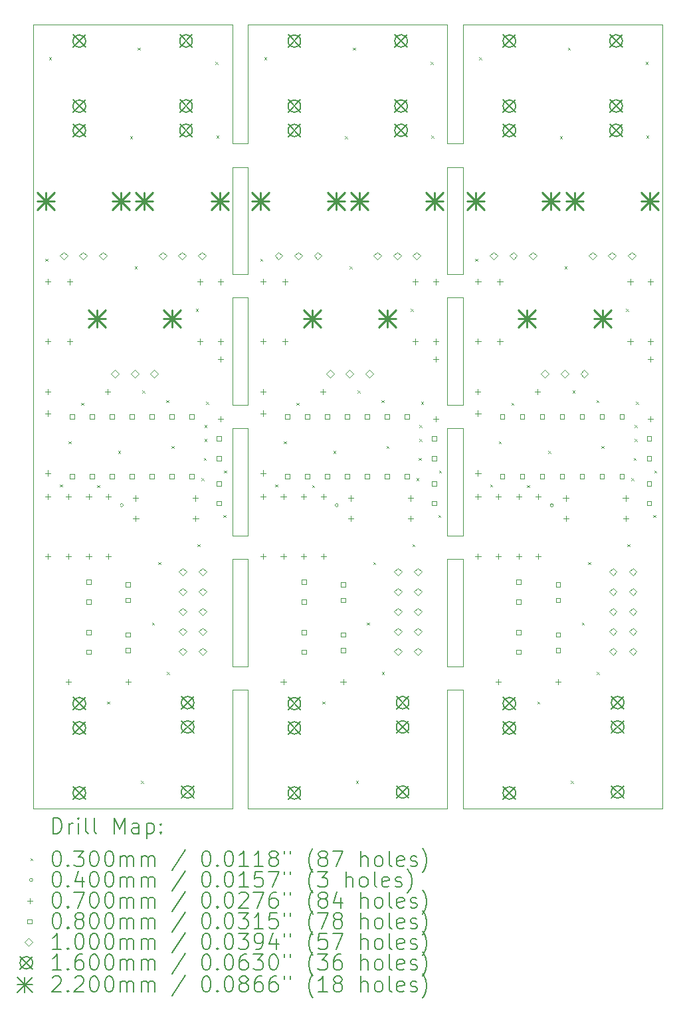
<source format=gbr>
%TF.GenerationSoftware,KiCad,Pcbnew,8.0.4-8.0.4-0~ubuntu22.04.1*%
%TF.CreationDate,2024-07-28T20:44:15+02:00*%
%TF.ProjectId,VoltageProcessor_panel,566f6c74-6167-4655-9072-6f636573736f,0.1*%
%TF.SameCoordinates,Original*%
%TF.FileFunction,Drillmap*%
%TF.FilePolarity,Positive*%
%FSLAX45Y45*%
G04 Gerber Fmt 4.5, Leading zero omitted, Abs format (unit mm)*
G04 Created by KiCad (PCBNEW 8.0.4-8.0.4-0~ubuntu22.04.1) date 2024-07-28 20:44:15*
%MOMM*%
%LPD*%
G01*
G04 APERTURE LIST*
%ADD10C,0.100000*%
%ADD11C,0.200000*%
%ADD12C,0.160000*%
%ADD13C,0.220000*%
G04 APERTURE END LIST*
D10*
X13480100Y-10183333D02*
X13479900Y-10183333D01*
X16120000Y-10183333D02*
X16120000Y-8816667D01*
X13480100Y-8816667D02*
X13580000Y-8816667D01*
X13480100Y-5183333D02*
X13479900Y-5183333D01*
X13380000Y-12000000D02*
X13380000Y-10483333D01*
X13479900Y-3816667D02*
X13480100Y-3816667D01*
X13580000Y-10483333D02*
X13580000Y-12000000D01*
X16120000Y-7150000D02*
X16219900Y-7150000D01*
X13580000Y-7150000D02*
X13580000Y-8516667D01*
X16120000Y-10483333D02*
X16219900Y-10483333D01*
X13380000Y-8816667D02*
X13479900Y-8816667D01*
X16220100Y-5183333D02*
X16219900Y-5183333D01*
X16120000Y-5483333D02*
X16219900Y-5483333D01*
X13480100Y-6850000D02*
X13479900Y-6850000D01*
X16120000Y-6850000D02*
X16120000Y-5483333D01*
X16220100Y-7150000D02*
X16320000Y-7150000D01*
X16220100Y-10183333D02*
X16219900Y-10183333D01*
X16320000Y-2000000D02*
X16320000Y-3516667D01*
X16120000Y-5183333D02*
X16120000Y-3816667D01*
X18860000Y-12000000D02*
X18860000Y-2000000D01*
X16120000Y-2000000D02*
X13580000Y-2000000D01*
X13580000Y-3816667D02*
X13580000Y-5183333D01*
X13580000Y-8516667D02*
X13480100Y-8516667D01*
X13479900Y-8516667D02*
X13380000Y-8516667D01*
X13380000Y-10183333D02*
X13380000Y-8816667D01*
X13479900Y-5183333D02*
X13380000Y-5183333D01*
X16320000Y-5483333D02*
X16320000Y-6850000D01*
X16320000Y-10183333D02*
X16220100Y-10183333D01*
X13380000Y-10483333D02*
X13479900Y-10483333D01*
X16220100Y-10483333D02*
X16320000Y-10483333D01*
X13380000Y-2000000D02*
X10840000Y-2000000D01*
X16220100Y-6850000D02*
X16219900Y-6850000D01*
X10840000Y-2000000D02*
X10840000Y-12000000D01*
X13580000Y-6850000D02*
X13480100Y-6850000D01*
X16219900Y-8816667D02*
X16220100Y-8816667D01*
X16320000Y-5183333D02*
X16220100Y-5183333D01*
X16320000Y-3516667D02*
X16220100Y-3516667D01*
X13479900Y-8816667D02*
X13480100Y-8816667D01*
X13479900Y-7150000D02*
X13480100Y-7150000D01*
X16219900Y-10183333D02*
X16120000Y-10183333D01*
X18860000Y-2000000D02*
X16320000Y-2000000D01*
X13380000Y-5483333D02*
X13479900Y-5483333D01*
X13479900Y-5483333D02*
X13480100Y-5483333D01*
X13580000Y-12000000D02*
X16120000Y-12000000D01*
X13380000Y-3816667D02*
X13479900Y-3816667D01*
X13380000Y-3516667D02*
X13380000Y-2000000D01*
X13380000Y-6850000D02*
X13380000Y-5483333D01*
X13580000Y-3516667D02*
X13480100Y-3516667D01*
X16320000Y-12000000D02*
X18860000Y-12000000D01*
X16219900Y-8516667D02*
X16120000Y-8516667D01*
X16320000Y-3816667D02*
X16320000Y-5183333D01*
X13480100Y-8516667D02*
X13479900Y-8516667D01*
X16220100Y-5483333D02*
X16320000Y-5483333D01*
X16219900Y-3516667D02*
X16120000Y-3516667D01*
X13580000Y-10183333D02*
X13480100Y-10183333D01*
X13580000Y-5483333D02*
X13580000Y-6850000D01*
X13480100Y-5483333D02*
X13580000Y-5483333D01*
X16220100Y-8516667D02*
X16219900Y-8516667D01*
X16220100Y-8816667D02*
X16320000Y-8816667D01*
X16120000Y-3516667D02*
X16120000Y-2000000D01*
X16219900Y-5483333D02*
X16220100Y-5483333D01*
X16219900Y-5183333D02*
X16120000Y-5183333D01*
X16120000Y-12000000D02*
X16120000Y-10483333D01*
X13480100Y-7150000D02*
X13580000Y-7150000D01*
X16220100Y-3816667D02*
X16320000Y-3816667D01*
X13380000Y-8516667D02*
X13380000Y-7150000D01*
X13479900Y-10483333D02*
X13480100Y-10483333D01*
X16219900Y-6850000D02*
X16120000Y-6850000D01*
X13480100Y-10483333D02*
X13580000Y-10483333D01*
X13479900Y-10183333D02*
X13380000Y-10183333D01*
X13380000Y-5183333D02*
X13380000Y-3816667D01*
X13580000Y-8816667D02*
X13580000Y-10183333D01*
X16219900Y-3816667D02*
X16220100Y-3816667D01*
X13580000Y-5183333D02*
X13480100Y-5183333D01*
X13580000Y-2000000D02*
X13580000Y-3516667D01*
X16219900Y-7150000D02*
X16220100Y-7150000D01*
X16219900Y-10483333D02*
X16220100Y-10483333D01*
X16320000Y-6850000D02*
X16220100Y-6850000D01*
X10840000Y-12000000D02*
X13380000Y-12000000D01*
X13380000Y-7150000D02*
X13479900Y-7150000D01*
X16320000Y-7150000D02*
X16320000Y-8516667D01*
X16320000Y-10483333D02*
X16320000Y-12000000D01*
X13480100Y-3516667D02*
X13479900Y-3516667D01*
X16120000Y-8516667D02*
X16120000Y-7150000D01*
X13479900Y-3516667D02*
X13380000Y-3516667D01*
X16320000Y-8516667D02*
X16220100Y-8516667D01*
X16220100Y-3516667D02*
X16219900Y-3516667D01*
X16320000Y-8816667D02*
X16320000Y-10183333D01*
X13480100Y-3816667D02*
X13580000Y-3816667D01*
X16120000Y-8816667D02*
X16219900Y-8816667D01*
X16120000Y-3816667D02*
X16219900Y-3816667D01*
X13479900Y-6850000D02*
X13380000Y-6850000D01*
D11*
D10*
X10995000Y-4985000D02*
X11025000Y-5015000D01*
X11025000Y-4985000D02*
X10995000Y-5015000D01*
X11045000Y-2415000D02*
X11075000Y-2445000D01*
X11075000Y-2415000D02*
X11045000Y-2445000D01*
X11185000Y-7865000D02*
X11215000Y-7895000D01*
X11215000Y-7865000D02*
X11185000Y-7895000D01*
X11295000Y-7315000D02*
X11325000Y-7345000D01*
X11325000Y-7315000D02*
X11295000Y-7345000D01*
X11455000Y-6825000D02*
X11485000Y-6855000D01*
X11485000Y-6825000D02*
X11455000Y-6855000D01*
X11655000Y-7875000D02*
X11685000Y-7905000D01*
X11685000Y-7875000D02*
X11655000Y-7905000D01*
X11785000Y-10635000D02*
X11815000Y-10665000D01*
X11815000Y-10635000D02*
X11785000Y-10665000D01*
X11925000Y-7435000D02*
X11955000Y-7465000D01*
X11955000Y-7435000D02*
X11925000Y-7465000D01*
X12075000Y-3425000D02*
X12105000Y-3455000D01*
X12105000Y-3425000D02*
X12075000Y-3455000D01*
X12135000Y-5085000D02*
X12165000Y-5115000D01*
X12165000Y-5085000D02*
X12135000Y-5115000D01*
X12175000Y-2295000D02*
X12205000Y-2325000D01*
X12205000Y-2295000D02*
X12175000Y-2325000D01*
X12215000Y-11645000D02*
X12245000Y-11675000D01*
X12245000Y-11645000D02*
X12215000Y-11675000D01*
X12235000Y-6665000D02*
X12265000Y-6695000D01*
X12265000Y-6665000D02*
X12235000Y-6695000D01*
X12355000Y-9625000D02*
X12385000Y-9655000D01*
X12385000Y-9625000D02*
X12355000Y-9655000D01*
X12435000Y-8855000D02*
X12465000Y-8885000D01*
X12465000Y-8855000D02*
X12435000Y-8885000D01*
X12539801Y-6791129D02*
X12569801Y-6821129D01*
X12569801Y-6791129D02*
X12539801Y-6821129D01*
X12545000Y-10255000D02*
X12575000Y-10285000D01*
X12575000Y-10255000D02*
X12545000Y-10285000D01*
X12605000Y-7375000D02*
X12635000Y-7405000D01*
X12635000Y-7375000D02*
X12605000Y-7405000D01*
X12915000Y-5625000D02*
X12945000Y-5655000D01*
X12945000Y-5625000D02*
X12915000Y-5655000D01*
X12935000Y-8625000D02*
X12965000Y-8655000D01*
X12965000Y-8625000D02*
X12935000Y-8655000D01*
X12985000Y-7785000D02*
X13015000Y-7815000D01*
X13015000Y-7785000D02*
X12985000Y-7815000D01*
X13015000Y-7525000D02*
X13045000Y-7555000D01*
X13045000Y-7525000D02*
X13015000Y-7555000D01*
X13025000Y-7105000D02*
X13055000Y-7135000D01*
X13055000Y-7105000D02*
X13025000Y-7135000D01*
X13025000Y-7285000D02*
X13055000Y-7315000D01*
X13055000Y-7285000D02*
X13025000Y-7315000D01*
X13045000Y-6809194D02*
X13075000Y-6839194D01*
X13075000Y-6809194D02*
X13045000Y-6839194D01*
X13165000Y-2475000D02*
X13195000Y-2505000D01*
X13195000Y-2475000D02*
X13165000Y-2505000D01*
X13175000Y-3415000D02*
X13205000Y-3445000D01*
X13205000Y-3415000D02*
X13175000Y-3445000D01*
X13265000Y-8255000D02*
X13295000Y-8285000D01*
X13295000Y-8255000D02*
X13265000Y-8285000D01*
X13275000Y-7685000D02*
X13305000Y-7715000D01*
X13305000Y-7685000D02*
X13275000Y-7715000D01*
X13735000Y-4985000D02*
X13765000Y-5015000D01*
X13765000Y-4985000D02*
X13735000Y-5015000D01*
X13785000Y-2415000D02*
X13815000Y-2445000D01*
X13815000Y-2415000D02*
X13785000Y-2445000D01*
X13925000Y-7865000D02*
X13955000Y-7895000D01*
X13955000Y-7865000D02*
X13925000Y-7895000D01*
X14035000Y-7315000D02*
X14065000Y-7345000D01*
X14065000Y-7315000D02*
X14035000Y-7345000D01*
X14195000Y-6825000D02*
X14225000Y-6855000D01*
X14225000Y-6825000D02*
X14195000Y-6855000D01*
X14395000Y-7875000D02*
X14425000Y-7905000D01*
X14425000Y-7875000D02*
X14395000Y-7905000D01*
X14525000Y-10635000D02*
X14555000Y-10665000D01*
X14555000Y-10635000D02*
X14525000Y-10665000D01*
X14665000Y-7435000D02*
X14695000Y-7465000D01*
X14695000Y-7435000D02*
X14665000Y-7465000D01*
X14815000Y-3425000D02*
X14845000Y-3455000D01*
X14845000Y-3425000D02*
X14815000Y-3455000D01*
X14875000Y-5085000D02*
X14905000Y-5115000D01*
X14905000Y-5085000D02*
X14875000Y-5115000D01*
X14915000Y-2295000D02*
X14945000Y-2325000D01*
X14945000Y-2295000D02*
X14915000Y-2325000D01*
X14955000Y-11645000D02*
X14985000Y-11675000D01*
X14985000Y-11645000D02*
X14955000Y-11675000D01*
X14975000Y-6665000D02*
X15005000Y-6695000D01*
X15005000Y-6665000D02*
X14975000Y-6695000D01*
X15095000Y-9625000D02*
X15125000Y-9655000D01*
X15125000Y-9625000D02*
X15095000Y-9655000D01*
X15175000Y-8855000D02*
X15205000Y-8885000D01*
X15205000Y-8855000D02*
X15175000Y-8885000D01*
X15279801Y-6791129D02*
X15309801Y-6821129D01*
X15309801Y-6791129D02*
X15279801Y-6821129D01*
X15285000Y-10255000D02*
X15315000Y-10285000D01*
X15315000Y-10255000D02*
X15285000Y-10285000D01*
X15345000Y-7375000D02*
X15375000Y-7405000D01*
X15375000Y-7375000D02*
X15345000Y-7405000D01*
X15655000Y-5625000D02*
X15685000Y-5655000D01*
X15685000Y-5625000D02*
X15655000Y-5655000D01*
X15675000Y-8625000D02*
X15705000Y-8655000D01*
X15705000Y-8625000D02*
X15675000Y-8655000D01*
X15725000Y-7785000D02*
X15755000Y-7815000D01*
X15755000Y-7785000D02*
X15725000Y-7815000D01*
X15755000Y-7525000D02*
X15785000Y-7555000D01*
X15785000Y-7525000D02*
X15755000Y-7555000D01*
X15765000Y-7105000D02*
X15795000Y-7135000D01*
X15795000Y-7105000D02*
X15765000Y-7135000D01*
X15765000Y-7285000D02*
X15795000Y-7315000D01*
X15795000Y-7285000D02*
X15765000Y-7315000D01*
X15785000Y-6809194D02*
X15815000Y-6839194D01*
X15815000Y-6809194D02*
X15785000Y-6839194D01*
X15905000Y-2475000D02*
X15935000Y-2505000D01*
X15935000Y-2475000D02*
X15905000Y-2505000D01*
X15915000Y-3415000D02*
X15945000Y-3445000D01*
X15945000Y-3415000D02*
X15915000Y-3445000D01*
X16005000Y-8255000D02*
X16035000Y-8285000D01*
X16035000Y-8255000D02*
X16005000Y-8285000D01*
X16015000Y-7685000D02*
X16045000Y-7715000D01*
X16045000Y-7685000D02*
X16015000Y-7715000D01*
X16475000Y-4985000D02*
X16505000Y-5015000D01*
X16505000Y-4985000D02*
X16475000Y-5015000D01*
X16525000Y-2415000D02*
X16555000Y-2445000D01*
X16555000Y-2415000D02*
X16525000Y-2445000D01*
X16665000Y-7865000D02*
X16695000Y-7895000D01*
X16695000Y-7865000D02*
X16665000Y-7895000D01*
X16775000Y-7315000D02*
X16805000Y-7345000D01*
X16805000Y-7315000D02*
X16775000Y-7345000D01*
X16935000Y-6825000D02*
X16965000Y-6855000D01*
X16965000Y-6825000D02*
X16935000Y-6855000D01*
X17135000Y-7875000D02*
X17165000Y-7905000D01*
X17165000Y-7875000D02*
X17135000Y-7905000D01*
X17265000Y-10635000D02*
X17295000Y-10665000D01*
X17295000Y-10635000D02*
X17265000Y-10665000D01*
X17405000Y-7435000D02*
X17435000Y-7465000D01*
X17435000Y-7435000D02*
X17405000Y-7465000D01*
X17555000Y-3425000D02*
X17585000Y-3455000D01*
X17585000Y-3425000D02*
X17555000Y-3455000D01*
X17615000Y-5085000D02*
X17645000Y-5115000D01*
X17645000Y-5085000D02*
X17615000Y-5115000D01*
X17655000Y-2295000D02*
X17685000Y-2325000D01*
X17685000Y-2295000D02*
X17655000Y-2325000D01*
X17695000Y-11645000D02*
X17725000Y-11675000D01*
X17725000Y-11645000D02*
X17695000Y-11675000D01*
X17715000Y-6665000D02*
X17745000Y-6695000D01*
X17745000Y-6665000D02*
X17715000Y-6695000D01*
X17835000Y-9625000D02*
X17865000Y-9655000D01*
X17865000Y-9625000D02*
X17835000Y-9655000D01*
X17915000Y-8855000D02*
X17945000Y-8885000D01*
X17945000Y-8855000D02*
X17915000Y-8885000D01*
X18019801Y-6791129D02*
X18049801Y-6821129D01*
X18049801Y-6791129D02*
X18019801Y-6821129D01*
X18025000Y-10255000D02*
X18055000Y-10285000D01*
X18055000Y-10255000D02*
X18025000Y-10285000D01*
X18085000Y-7375000D02*
X18115000Y-7405000D01*
X18115000Y-7375000D02*
X18085000Y-7405000D01*
X18395000Y-5625000D02*
X18425000Y-5655000D01*
X18425000Y-5625000D02*
X18395000Y-5655000D01*
X18415000Y-8625000D02*
X18445000Y-8655000D01*
X18445000Y-8625000D02*
X18415000Y-8655000D01*
X18465000Y-7785000D02*
X18495000Y-7815000D01*
X18495000Y-7785000D02*
X18465000Y-7815000D01*
X18495000Y-7525000D02*
X18525000Y-7555000D01*
X18525000Y-7525000D02*
X18495000Y-7555000D01*
X18505000Y-7105000D02*
X18535000Y-7135000D01*
X18535000Y-7105000D02*
X18505000Y-7135000D01*
X18505000Y-7285000D02*
X18535000Y-7315000D01*
X18535000Y-7285000D02*
X18505000Y-7315000D01*
X18525000Y-6809194D02*
X18555000Y-6839194D01*
X18555000Y-6809194D02*
X18525000Y-6839194D01*
X18645000Y-2475000D02*
X18675000Y-2505000D01*
X18675000Y-2475000D02*
X18645000Y-2505000D01*
X18655000Y-3415000D02*
X18685000Y-3445000D01*
X18685000Y-3415000D02*
X18655000Y-3445000D01*
X18745000Y-8255000D02*
X18775000Y-8285000D01*
X18775000Y-8255000D02*
X18745000Y-8285000D01*
X18755000Y-7685000D02*
X18785000Y-7715000D01*
X18785000Y-7685000D02*
X18755000Y-7715000D01*
X11990000Y-8130000D02*
G75*
G02*
X11950000Y-8130000I-20000J0D01*
G01*
X11950000Y-8130000D02*
G75*
G02*
X11990000Y-8130000I20000J0D01*
G01*
X14730000Y-8130000D02*
G75*
G02*
X14690000Y-8130000I-20000J0D01*
G01*
X14690000Y-8130000D02*
G75*
G02*
X14730000Y-8130000I20000J0D01*
G01*
X17470000Y-8130000D02*
G75*
G02*
X17430000Y-8130000I-20000J0D01*
G01*
X17430000Y-8130000D02*
G75*
G02*
X17470000Y-8130000I20000J0D01*
G01*
X11029000Y-6645000D02*
X11029000Y-6715000D01*
X10994000Y-6680000D02*
X11064000Y-6680000D01*
X11030000Y-5244000D02*
X11030000Y-5314000D01*
X10995000Y-5279000D02*
X11065000Y-5279000D01*
X11030000Y-6006000D02*
X11030000Y-6076000D01*
X10995000Y-6041000D02*
X11065000Y-6041000D01*
X11030000Y-6922000D02*
X11030000Y-6992000D01*
X10995000Y-6957000D02*
X11065000Y-6957000D01*
X11030000Y-7684000D02*
X11030000Y-7754000D01*
X10995000Y-7719000D02*
X11065000Y-7719000D01*
X11030000Y-7982000D02*
X11030000Y-8052000D01*
X10995000Y-8017000D02*
X11065000Y-8017000D01*
X11030000Y-8744000D02*
X11030000Y-8814000D01*
X10995000Y-8779000D02*
X11065000Y-8779000D01*
X11290000Y-7983000D02*
X11290000Y-8053000D01*
X11255000Y-8018000D02*
X11325000Y-8018000D01*
X11290000Y-8745000D02*
X11290000Y-8815000D01*
X11255000Y-8780000D02*
X11325000Y-8780000D01*
X11290000Y-10345000D02*
X11290000Y-10415000D01*
X11255000Y-10380000D02*
X11325000Y-10380000D01*
X11310000Y-5245000D02*
X11310000Y-5315000D01*
X11275000Y-5280000D02*
X11345000Y-5280000D01*
X11310000Y-6007000D02*
X11310000Y-6077000D01*
X11275000Y-6042000D02*
X11345000Y-6042000D01*
X11550000Y-7983000D02*
X11550000Y-8053000D01*
X11515000Y-8018000D02*
X11585000Y-8018000D01*
X11550000Y-8745000D02*
X11550000Y-8815000D01*
X11515000Y-8780000D02*
X11585000Y-8780000D01*
X11791000Y-6645000D02*
X11791000Y-6715000D01*
X11756000Y-6680000D02*
X11826000Y-6680000D01*
X11800000Y-7984000D02*
X11800000Y-8054000D01*
X11765000Y-8019000D02*
X11835000Y-8019000D01*
X11800000Y-8746000D02*
X11800000Y-8816000D01*
X11765000Y-8781000D02*
X11835000Y-8781000D01*
X12052000Y-10345000D02*
X12052000Y-10415000D01*
X12017000Y-10380000D02*
X12087000Y-10380000D01*
X12149000Y-8005000D02*
X12149000Y-8075000D01*
X12114000Y-8040000D02*
X12184000Y-8040000D01*
X12150000Y-8265000D02*
X12150000Y-8335000D01*
X12115000Y-8300000D02*
X12185000Y-8300000D01*
X12911000Y-8005000D02*
X12911000Y-8075000D01*
X12876000Y-8040000D02*
X12946000Y-8040000D01*
X12912000Y-8265000D02*
X12912000Y-8335000D01*
X12877000Y-8300000D02*
X12947000Y-8300000D01*
X12970000Y-5245000D02*
X12970000Y-5315000D01*
X12935000Y-5280000D02*
X13005000Y-5280000D01*
X12970000Y-6007000D02*
X12970000Y-6077000D01*
X12935000Y-6042000D02*
X13005000Y-6042000D01*
X13230000Y-5245000D02*
X13230000Y-5315000D01*
X13195000Y-5280000D02*
X13265000Y-5280000D01*
X13230000Y-6007000D02*
X13230000Y-6077000D01*
X13195000Y-6042000D02*
X13265000Y-6042000D01*
X13230000Y-6234000D02*
X13230000Y-6304000D01*
X13195000Y-6269000D02*
X13265000Y-6269000D01*
X13230000Y-6996000D02*
X13230000Y-7066000D01*
X13195000Y-7031000D02*
X13265000Y-7031000D01*
X13769000Y-6645000D02*
X13769000Y-6715000D01*
X13734000Y-6680000D02*
X13804000Y-6680000D01*
X13770000Y-5244000D02*
X13770000Y-5314000D01*
X13735000Y-5279000D02*
X13805000Y-5279000D01*
X13770000Y-6006000D02*
X13770000Y-6076000D01*
X13735000Y-6041000D02*
X13805000Y-6041000D01*
X13770000Y-6922000D02*
X13770000Y-6992000D01*
X13735000Y-6957000D02*
X13805000Y-6957000D01*
X13770000Y-7684000D02*
X13770000Y-7754000D01*
X13735000Y-7719000D02*
X13805000Y-7719000D01*
X13770000Y-7982000D02*
X13770000Y-8052000D01*
X13735000Y-8017000D02*
X13805000Y-8017000D01*
X13770000Y-8744000D02*
X13770000Y-8814000D01*
X13735000Y-8779000D02*
X13805000Y-8779000D01*
X14030000Y-7983000D02*
X14030000Y-8053000D01*
X13995000Y-8018000D02*
X14065000Y-8018000D01*
X14030000Y-8745000D02*
X14030000Y-8815000D01*
X13995000Y-8780000D02*
X14065000Y-8780000D01*
X14030000Y-10345000D02*
X14030000Y-10415000D01*
X13995000Y-10380000D02*
X14065000Y-10380000D01*
X14050000Y-5245000D02*
X14050000Y-5315000D01*
X14015000Y-5280000D02*
X14085000Y-5280000D01*
X14050000Y-6007000D02*
X14050000Y-6077000D01*
X14015000Y-6042000D02*
X14085000Y-6042000D01*
X14290000Y-7983000D02*
X14290000Y-8053000D01*
X14255000Y-8018000D02*
X14325000Y-8018000D01*
X14290000Y-8745000D02*
X14290000Y-8815000D01*
X14255000Y-8780000D02*
X14325000Y-8780000D01*
X14531000Y-6645000D02*
X14531000Y-6715000D01*
X14496000Y-6680000D02*
X14566000Y-6680000D01*
X14540000Y-7984000D02*
X14540000Y-8054000D01*
X14505000Y-8019000D02*
X14575000Y-8019000D01*
X14540000Y-8746000D02*
X14540000Y-8816000D01*
X14505000Y-8781000D02*
X14575000Y-8781000D01*
X14792000Y-10345000D02*
X14792000Y-10415000D01*
X14757000Y-10380000D02*
X14827000Y-10380000D01*
X14889000Y-8005000D02*
X14889000Y-8075000D01*
X14854000Y-8040000D02*
X14924000Y-8040000D01*
X14890000Y-8265000D02*
X14890000Y-8335000D01*
X14855000Y-8300000D02*
X14925000Y-8300000D01*
X15651000Y-8005000D02*
X15651000Y-8075000D01*
X15616000Y-8040000D02*
X15686000Y-8040000D01*
X15652000Y-8265000D02*
X15652000Y-8335000D01*
X15617000Y-8300000D02*
X15687000Y-8300000D01*
X15710000Y-5245000D02*
X15710000Y-5315000D01*
X15675000Y-5280000D02*
X15745000Y-5280000D01*
X15710000Y-6007000D02*
X15710000Y-6077000D01*
X15675000Y-6042000D02*
X15745000Y-6042000D01*
X15970000Y-5245000D02*
X15970000Y-5315000D01*
X15935000Y-5280000D02*
X16005000Y-5280000D01*
X15970000Y-6007000D02*
X15970000Y-6077000D01*
X15935000Y-6042000D02*
X16005000Y-6042000D01*
X15970000Y-6234000D02*
X15970000Y-6304000D01*
X15935000Y-6269000D02*
X16005000Y-6269000D01*
X15970000Y-6996000D02*
X15970000Y-7066000D01*
X15935000Y-7031000D02*
X16005000Y-7031000D01*
X16509000Y-6645000D02*
X16509000Y-6715000D01*
X16474000Y-6680000D02*
X16544000Y-6680000D01*
X16510000Y-5244000D02*
X16510000Y-5314000D01*
X16475000Y-5279000D02*
X16545000Y-5279000D01*
X16510000Y-6006000D02*
X16510000Y-6076000D01*
X16475000Y-6041000D02*
X16545000Y-6041000D01*
X16510000Y-6922000D02*
X16510000Y-6992000D01*
X16475000Y-6957000D02*
X16545000Y-6957000D01*
X16510000Y-7684000D02*
X16510000Y-7754000D01*
X16475000Y-7719000D02*
X16545000Y-7719000D01*
X16510000Y-7982000D02*
X16510000Y-8052000D01*
X16475000Y-8017000D02*
X16545000Y-8017000D01*
X16510000Y-8744000D02*
X16510000Y-8814000D01*
X16475000Y-8779000D02*
X16545000Y-8779000D01*
X16770000Y-7983000D02*
X16770000Y-8053000D01*
X16735000Y-8018000D02*
X16805000Y-8018000D01*
X16770000Y-8745000D02*
X16770000Y-8815000D01*
X16735000Y-8780000D02*
X16805000Y-8780000D01*
X16770000Y-10345000D02*
X16770000Y-10415000D01*
X16735000Y-10380000D02*
X16805000Y-10380000D01*
X16790000Y-5245000D02*
X16790000Y-5315000D01*
X16755000Y-5280000D02*
X16825000Y-5280000D01*
X16790000Y-6007000D02*
X16790000Y-6077000D01*
X16755000Y-6042000D02*
X16825000Y-6042000D01*
X17030000Y-7983000D02*
X17030000Y-8053000D01*
X16995000Y-8018000D02*
X17065000Y-8018000D01*
X17030000Y-8745000D02*
X17030000Y-8815000D01*
X16995000Y-8780000D02*
X17065000Y-8780000D01*
X17271000Y-6645000D02*
X17271000Y-6715000D01*
X17236000Y-6680000D02*
X17306000Y-6680000D01*
X17280000Y-7984000D02*
X17280000Y-8054000D01*
X17245000Y-8019000D02*
X17315000Y-8019000D01*
X17280000Y-8746000D02*
X17280000Y-8816000D01*
X17245000Y-8781000D02*
X17315000Y-8781000D01*
X17532000Y-10345000D02*
X17532000Y-10415000D01*
X17497000Y-10380000D02*
X17567000Y-10380000D01*
X17629000Y-8005000D02*
X17629000Y-8075000D01*
X17594000Y-8040000D02*
X17664000Y-8040000D01*
X17630000Y-8265000D02*
X17630000Y-8335000D01*
X17595000Y-8300000D02*
X17665000Y-8300000D01*
X18391000Y-8005000D02*
X18391000Y-8075000D01*
X18356000Y-8040000D02*
X18426000Y-8040000D01*
X18392000Y-8265000D02*
X18392000Y-8335000D01*
X18357000Y-8300000D02*
X18427000Y-8300000D01*
X18450000Y-5245000D02*
X18450000Y-5315000D01*
X18415000Y-5280000D02*
X18485000Y-5280000D01*
X18450000Y-6007000D02*
X18450000Y-6077000D01*
X18415000Y-6042000D02*
X18485000Y-6042000D01*
X18710000Y-5245000D02*
X18710000Y-5315000D01*
X18675000Y-5280000D02*
X18745000Y-5280000D01*
X18710000Y-6007000D02*
X18710000Y-6077000D01*
X18675000Y-6042000D02*
X18745000Y-6042000D01*
X18710000Y-6234000D02*
X18710000Y-6304000D01*
X18675000Y-6269000D02*
X18745000Y-6269000D01*
X18710000Y-6996000D02*
X18710000Y-7066000D01*
X18675000Y-7031000D02*
X18745000Y-7031000D01*
X11368284Y-7026284D02*
X11368284Y-6969715D01*
X11311715Y-6969715D01*
X11311715Y-7026284D01*
X11368284Y-7026284D01*
X11368284Y-7788284D02*
X11368284Y-7731715D01*
X11311715Y-7731715D01*
X11311715Y-7788284D01*
X11368284Y-7788284D01*
X11578284Y-9138285D02*
X11578284Y-9081716D01*
X11521715Y-9081716D01*
X11521715Y-9138285D01*
X11578284Y-9138285D01*
X11578284Y-9388285D02*
X11578284Y-9331716D01*
X11521715Y-9331716D01*
X11521715Y-9388285D01*
X11578284Y-9388285D01*
X11578284Y-9778285D02*
X11578284Y-9721716D01*
X11521715Y-9721716D01*
X11521715Y-9778285D01*
X11578284Y-9778285D01*
X11578284Y-10028285D02*
X11578284Y-9971716D01*
X11521715Y-9971716D01*
X11521715Y-10028285D01*
X11578284Y-10028285D01*
X11622284Y-7026284D02*
X11622284Y-6969715D01*
X11565715Y-6969715D01*
X11565715Y-7026284D01*
X11622284Y-7026284D01*
X11622284Y-7788284D02*
X11622284Y-7731715D01*
X11565715Y-7731715D01*
X11565715Y-7788284D01*
X11622284Y-7788284D01*
X11876284Y-7026284D02*
X11876284Y-6969715D01*
X11819715Y-6969715D01*
X11819715Y-7026284D01*
X11876284Y-7026284D01*
X11876284Y-7788284D02*
X11876284Y-7731715D01*
X11819715Y-7731715D01*
X11819715Y-7788284D01*
X11876284Y-7788284D01*
X12078284Y-9168285D02*
X12078284Y-9111716D01*
X12021715Y-9111716D01*
X12021715Y-9168285D01*
X12078284Y-9168285D01*
X12078284Y-9368285D02*
X12078284Y-9311716D01*
X12021715Y-9311716D01*
X12021715Y-9368285D01*
X12078284Y-9368285D01*
X12078284Y-9808285D02*
X12078284Y-9751716D01*
X12021715Y-9751716D01*
X12021715Y-9808285D01*
X12078284Y-9808285D01*
X12078284Y-10008285D02*
X12078284Y-9951716D01*
X12021715Y-9951716D01*
X12021715Y-10008285D01*
X12078284Y-10008285D01*
X12130284Y-7026284D02*
X12130284Y-6969715D01*
X12073715Y-6969715D01*
X12073715Y-7026284D01*
X12130284Y-7026284D01*
X12130284Y-7788284D02*
X12130284Y-7731715D01*
X12073715Y-7731715D01*
X12073715Y-7788284D01*
X12130284Y-7788284D01*
X12384284Y-7026284D02*
X12384284Y-6969715D01*
X12327715Y-6969715D01*
X12327715Y-7026284D01*
X12384284Y-7026284D01*
X12384284Y-7788284D02*
X12384284Y-7731715D01*
X12327715Y-7731715D01*
X12327715Y-7788284D01*
X12384284Y-7788284D01*
X12638284Y-7026284D02*
X12638284Y-6969715D01*
X12581715Y-6969715D01*
X12581715Y-7026284D01*
X12638284Y-7026284D01*
X12638284Y-7788284D02*
X12638284Y-7731715D01*
X12581715Y-7731715D01*
X12581715Y-7788284D01*
X12638284Y-7788284D01*
X12892284Y-7026284D02*
X12892284Y-6969715D01*
X12835715Y-6969715D01*
X12835715Y-7026284D01*
X12892284Y-7026284D01*
X12892284Y-7788284D02*
X12892284Y-7731715D01*
X12835715Y-7731715D01*
X12835715Y-7788284D01*
X12892284Y-7788284D01*
X13238284Y-7308284D02*
X13238284Y-7251715D01*
X13181715Y-7251715D01*
X13181715Y-7308284D01*
X13238284Y-7308284D01*
X13238284Y-7558284D02*
X13238284Y-7501715D01*
X13181715Y-7501715D01*
X13181715Y-7558284D01*
X13238284Y-7558284D01*
X13238284Y-7883284D02*
X13238284Y-7826715D01*
X13181715Y-7826715D01*
X13181715Y-7883284D01*
X13238284Y-7883284D01*
X13238284Y-8133284D02*
X13238284Y-8076715D01*
X13181715Y-8076715D01*
X13181715Y-8133284D01*
X13238284Y-8133284D01*
X14108284Y-7026284D02*
X14108284Y-6969715D01*
X14051715Y-6969715D01*
X14051715Y-7026284D01*
X14108284Y-7026284D01*
X14108284Y-7788284D02*
X14108284Y-7731715D01*
X14051715Y-7731715D01*
X14051715Y-7788284D01*
X14108284Y-7788284D01*
X14318284Y-9138285D02*
X14318284Y-9081716D01*
X14261715Y-9081716D01*
X14261715Y-9138285D01*
X14318284Y-9138285D01*
X14318284Y-9388285D02*
X14318284Y-9331716D01*
X14261715Y-9331716D01*
X14261715Y-9388285D01*
X14318284Y-9388285D01*
X14318284Y-9778285D02*
X14318284Y-9721716D01*
X14261715Y-9721716D01*
X14261715Y-9778285D01*
X14318284Y-9778285D01*
X14318284Y-10028285D02*
X14318284Y-9971716D01*
X14261715Y-9971716D01*
X14261715Y-10028285D01*
X14318284Y-10028285D01*
X14362284Y-7026284D02*
X14362284Y-6969715D01*
X14305715Y-6969715D01*
X14305715Y-7026284D01*
X14362284Y-7026284D01*
X14362284Y-7788284D02*
X14362284Y-7731715D01*
X14305715Y-7731715D01*
X14305715Y-7788284D01*
X14362284Y-7788284D01*
X14616284Y-7026284D02*
X14616284Y-6969715D01*
X14559715Y-6969715D01*
X14559715Y-7026284D01*
X14616284Y-7026284D01*
X14616284Y-7788284D02*
X14616284Y-7731715D01*
X14559715Y-7731715D01*
X14559715Y-7788284D01*
X14616284Y-7788284D01*
X14818284Y-9168285D02*
X14818284Y-9111716D01*
X14761715Y-9111716D01*
X14761715Y-9168285D01*
X14818284Y-9168285D01*
X14818284Y-9368285D02*
X14818284Y-9311716D01*
X14761715Y-9311716D01*
X14761715Y-9368285D01*
X14818284Y-9368285D01*
X14818284Y-9808285D02*
X14818284Y-9751716D01*
X14761715Y-9751716D01*
X14761715Y-9808285D01*
X14818284Y-9808285D01*
X14818284Y-10008285D02*
X14818284Y-9951716D01*
X14761715Y-9951716D01*
X14761715Y-10008285D01*
X14818284Y-10008285D01*
X14870284Y-7026284D02*
X14870284Y-6969715D01*
X14813715Y-6969715D01*
X14813715Y-7026284D01*
X14870284Y-7026284D01*
X14870284Y-7788284D02*
X14870284Y-7731715D01*
X14813715Y-7731715D01*
X14813715Y-7788284D01*
X14870284Y-7788284D01*
X15124284Y-7026284D02*
X15124284Y-6969715D01*
X15067715Y-6969715D01*
X15067715Y-7026284D01*
X15124284Y-7026284D01*
X15124284Y-7788284D02*
X15124284Y-7731715D01*
X15067715Y-7731715D01*
X15067715Y-7788284D01*
X15124284Y-7788284D01*
X15378284Y-7026284D02*
X15378284Y-6969715D01*
X15321715Y-6969715D01*
X15321715Y-7026284D01*
X15378284Y-7026284D01*
X15378284Y-7788284D02*
X15378284Y-7731715D01*
X15321715Y-7731715D01*
X15321715Y-7788284D01*
X15378284Y-7788284D01*
X15632284Y-7026284D02*
X15632284Y-6969715D01*
X15575715Y-6969715D01*
X15575715Y-7026284D01*
X15632284Y-7026284D01*
X15632284Y-7788284D02*
X15632284Y-7731715D01*
X15575715Y-7731715D01*
X15575715Y-7788284D01*
X15632284Y-7788284D01*
X15978284Y-7308284D02*
X15978284Y-7251715D01*
X15921715Y-7251715D01*
X15921715Y-7308284D01*
X15978284Y-7308284D01*
X15978284Y-7558284D02*
X15978284Y-7501715D01*
X15921715Y-7501715D01*
X15921715Y-7558284D01*
X15978284Y-7558284D01*
X15978284Y-7883284D02*
X15978284Y-7826715D01*
X15921715Y-7826715D01*
X15921715Y-7883284D01*
X15978284Y-7883284D01*
X15978284Y-8133284D02*
X15978284Y-8076715D01*
X15921715Y-8076715D01*
X15921715Y-8133284D01*
X15978284Y-8133284D01*
X16848285Y-7026284D02*
X16848285Y-6969715D01*
X16791716Y-6969715D01*
X16791716Y-7026284D01*
X16848285Y-7026284D01*
X16848285Y-7788284D02*
X16848285Y-7731715D01*
X16791716Y-7731715D01*
X16791716Y-7788284D01*
X16848285Y-7788284D01*
X17058285Y-9138285D02*
X17058285Y-9081716D01*
X17001716Y-9081716D01*
X17001716Y-9138285D01*
X17058285Y-9138285D01*
X17058285Y-9388285D02*
X17058285Y-9331716D01*
X17001716Y-9331716D01*
X17001716Y-9388285D01*
X17058285Y-9388285D01*
X17058285Y-9778285D02*
X17058285Y-9721716D01*
X17001716Y-9721716D01*
X17001716Y-9778285D01*
X17058285Y-9778285D01*
X17058285Y-10028285D02*
X17058285Y-9971716D01*
X17001716Y-9971716D01*
X17001716Y-10028285D01*
X17058285Y-10028285D01*
X17102285Y-7026284D02*
X17102285Y-6969715D01*
X17045716Y-6969715D01*
X17045716Y-7026284D01*
X17102285Y-7026284D01*
X17102285Y-7788284D02*
X17102285Y-7731715D01*
X17045716Y-7731715D01*
X17045716Y-7788284D01*
X17102285Y-7788284D01*
X17356285Y-7026284D02*
X17356285Y-6969715D01*
X17299716Y-6969715D01*
X17299716Y-7026284D01*
X17356285Y-7026284D01*
X17356285Y-7788284D02*
X17356285Y-7731715D01*
X17299716Y-7731715D01*
X17299716Y-7788284D01*
X17356285Y-7788284D01*
X17558285Y-9168285D02*
X17558285Y-9111716D01*
X17501716Y-9111716D01*
X17501716Y-9168285D01*
X17558285Y-9168285D01*
X17558285Y-9368285D02*
X17558285Y-9311716D01*
X17501716Y-9311716D01*
X17501716Y-9368285D01*
X17558285Y-9368285D01*
X17558285Y-9808285D02*
X17558285Y-9751716D01*
X17501716Y-9751716D01*
X17501716Y-9808285D01*
X17558285Y-9808285D01*
X17558285Y-10008285D02*
X17558285Y-9951716D01*
X17501716Y-9951716D01*
X17501716Y-10008285D01*
X17558285Y-10008285D01*
X17610285Y-7026284D02*
X17610285Y-6969715D01*
X17553716Y-6969715D01*
X17553716Y-7026284D01*
X17610285Y-7026284D01*
X17610285Y-7788284D02*
X17610285Y-7731715D01*
X17553716Y-7731715D01*
X17553716Y-7788284D01*
X17610285Y-7788284D01*
X17864285Y-7026284D02*
X17864285Y-6969715D01*
X17807716Y-6969715D01*
X17807716Y-7026284D01*
X17864285Y-7026284D01*
X17864285Y-7788284D02*
X17864285Y-7731715D01*
X17807716Y-7731715D01*
X17807716Y-7788284D01*
X17864285Y-7788284D01*
X18118285Y-7026284D02*
X18118285Y-6969715D01*
X18061716Y-6969715D01*
X18061716Y-7026284D01*
X18118285Y-7026284D01*
X18118285Y-7788284D02*
X18118285Y-7731715D01*
X18061716Y-7731715D01*
X18061716Y-7788284D01*
X18118285Y-7788284D01*
X18372285Y-7026284D02*
X18372285Y-6969715D01*
X18315716Y-6969715D01*
X18315716Y-7026284D01*
X18372285Y-7026284D01*
X18372285Y-7788284D02*
X18372285Y-7731715D01*
X18315716Y-7731715D01*
X18315716Y-7788284D01*
X18372285Y-7788284D01*
X18718285Y-7308284D02*
X18718285Y-7251715D01*
X18661716Y-7251715D01*
X18661716Y-7308284D01*
X18718285Y-7308284D01*
X18718285Y-7558284D02*
X18718285Y-7501715D01*
X18661716Y-7501715D01*
X18661716Y-7558284D01*
X18718285Y-7558284D01*
X18718285Y-7883284D02*
X18718285Y-7826715D01*
X18661716Y-7826715D01*
X18661716Y-7883284D01*
X18718285Y-7883284D01*
X18718285Y-8133284D02*
X18718285Y-8076715D01*
X18661716Y-8076715D01*
X18661716Y-8133284D01*
X18718285Y-8133284D01*
X11230000Y-5000000D02*
X11280000Y-4950000D01*
X11230000Y-4900000D01*
X11180000Y-4950000D01*
X11230000Y-5000000D01*
X11480000Y-5000000D02*
X11530000Y-4950000D01*
X11480000Y-4900000D01*
X11430000Y-4950000D01*
X11480000Y-5000000D01*
X11730000Y-5000000D02*
X11780000Y-4950000D01*
X11730000Y-4900000D01*
X11680000Y-4950000D01*
X11730000Y-5000000D01*
X11885000Y-6500000D02*
X11935000Y-6450000D01*
X11885000Y-6400000D01*
X11835000Y-6450000D01*
X11885000Y-6500000D01*
X12135000Y-6500000D02*
X12185000Y-6450000D01*
X12135000Y-6400000D01*
X12085000Y-6450000D01*
X12135000Y-6500000D01*
X12385000Y-6500000D02*
X12435000Y-6450000D01*
X12385000Y-6400000D01*
X12335000Y-6450000D01*
X12385000Y-6500000D01*
X12490000Y-5000000D02*
X12540000Y-4950000D01*
X12490000Y-4900000D01*
X12440000Y-4950000D01*
X12490000Y-5000000D01*
X12740000Y-5000000D02*
X12790000Y-4950000D01*
X12740000Y-4900000D01*
X12690000Y-4950000D01*
X12740000Y-5000000D01*
X12750000Y-9030000D02*
X12800000Y-8980000D01*
X12750000Y-8930000D01*
X12700000Y-8980000D01*
X12750000Y-9030000D01*
X12750000Y-9284000D02*
X12800000Y-9234000D01*
X12750000Y-9184000D01*
X12700000Y-9234000D01*
X12750000Y-9284000D01*
X12750000Y-9538000D02*
X12800000Y-9488000D01*
X12750000Y-9438000D01*
X12700000Y-9488000D01*
X12750000Y-9538000D01*
X12750000Y-9792000D02*
X12800000Y-9742000D01*
X12750000Y-9692000D01*
X12700000Y-9742000D01*
X12750000Y-9792000D01*
X12750000Y-10046000D02*
X12800000Y-9996000D01*
X12750000Y-9946000D01*
X12700000Y-9996000D01*
X12750000Y-10046000D01*
X12990000Y-5000000D02*
X13040000Y-4950000D01*
X12990000Y-4900000D01*
X12940000Y-4950000D01*
X12990000Y-5000000D01*
X13004000Y-9030000D02*
X13054000Y-8980000D01*
X13004000Y-8930000D01*
X12954000Y-8980000D01*
X13004000Y-9030000D01*
X13004000Y-9284000D02*
X13054000Y-9234000D01*
X13004000Y-9184000D01*
X12954000Y-9234000D01*
X13004000Y-9284000D01*
X13004000Y-9538000D02*
X13054000Y-9488000D01*
X13004000Y-9438000D01*
X12954000Y-9488000D01*
X13004000Y-9538000D01*
X13004000Y-9792000D02*
X13054000Y-9742000D01*
X13004000Y-9692000D01*
X12954000Y-9742000D01*
X13004000Y-9792000D01*
X13004000Y-10046000D02*
X13054000Y-9996000D01*
X13004000Y-9946000D01*
X12954000Y-9996000D01*
X13004000Y-10046000D01*
X13970000Y-5000000D02*
X14020000Y-4950000D01*
X13970000Y-4900000D01*
X13920000Y-4950000D01*
X13970000Y-5000000D01*
X14220000Y-5000000D02*
X14270000Y-4950000D01*
X14220000Y-4900000D01*
X14170000Y-4950000D01*
X14220000Y-5000000D01*
X14470000Y-5000000D02*
X14520000Y-4950000D01*
X14470000Y-4900000D01*
X14420000Y-4950000D01*
X14470000Y-5000000D01*
X14625000Y-6500000D02*
X14675000Y-6450000D01*
X14625000Y-6400000D01*
X14575000Y-6450000D01*
X14625000Y-6500000D01*
X14875000Y-6500000D02*
X14925000Y-6450000D01*
X14875000Y-6400000D01*
X14825000Y-6450000D01*
X14875000Y-6500000D01*
X15125000Y-6500000D02*
X15175000Y-6450000D01*
X15125000Y-6400000D01*
X15075000Y-6450000D01*
X15125000Y-6500000D01*
X15230000Y-5000000D02*
X15280000Y-4950000D01*
X15230000Y-4900000D01*
X15180000Y-4950000D01*
X15230000Y-5000000D01*
X15480000Y-5000000D02*
X15530000Y-4950000D01*
X15480000Y-4900000D01*
X15430000Y-4950000D01*
X15480000Y-5000000D01*
X15490000Y-9030000D02*
X15540000Y-8980000D01*
X15490000Y-8930000D01*
X15440000Y-8980000D01*
X15490000Y-9030000D01*
X15490000Y-9284000D02*
X15540000Y-9234000D01*
X15490000Y-9184000D01*
X15440000Y-9234000D01*
X15490000Y-9284000D01*
X15490000Y-9538000D02*
X15540000Y-9488000D01*
X15490000Y-9438000D01*
X15440000Y-9488000D01*
X15490000Y-9538000D01*
X15490000Y-9792000D02*
X15540000Y-9742000D01*
X15490000Y-9692000D01*
X15440000Y-9742000D01*
X15490000Y-9792000D01*
X15490000Y-10046000D02*
X15540000Y-9996000D01*
X15490000Y-9946000D01*
X15440000Y-9996000D01*
X15490000Y-10046000D01*
X15730000Y-5000000D02*
X15780000Y-4950000D01*
X15730000Y-4900000D01*
X15680000Y-4950000D01*
X15730000Y-5000000D01*
X15744000Y-9030000D02*
X15794000Y-8980000D01*
X15744000Y-8930000D01*
X15694000Y-8980000D01*
X15744000Y-9030000D01*
X15744000Y-9284000D02*
X15794000Y-9234000D01*
X15744000Y-9184000D01*
X15694000Y-9234000D01*
X15744000Y-9284000D01*
X15744000Y-9538000D02*
X15794000Y-9488000D01*
X15744000Y-9438000D01*
X15694000Y-9488000D01*
X15744000Y-9538000D01*
X15744000Y-9792000D02*
X15794000Y-9742000D01*
X15744000Y-9692000D01*
X15694000Y-9742000D01*
X15744000Y-9792000D01*
X15744000Y-10046000D02*
X15794000Y-9996000D01*
X15744000Y-9946000D01*
X15694000Y-9996000D01*
X15744000Y-10046000D01*
X16710000Y-5000000D02*
X16760000Y-4950000D01*
X16710000Y-4900000D01*
X16660000Y-4950000D01*
X16710000Y-5000000D01*
X16960000Y-5000000D02*
X17010000Y-4950000D01*
X16960000Y-4900000D01*
X16910000Y-4950000D01*
X16960000Y-5000000D01*
X17210000Y-5000000D02*
X17260000Y-4950000D01*
X17210000Y-4900000D01*
X17160000Y-4950000D01*
X17210000Y-5000000D01*
X17365000Y-6500000D02*
X17415000Y-6450000D01*
X17365000Y-6400000D01*
X17315000Y-6450000D01*
X17365000Y-6500000D01*
X17615000Y-6500000D02*
X17665000Y-6450000D01*
X17615000Y-6400000D01*
X17565000Y-6450000D01*
X17615000Y-6500000D01*
X17865000Y-6500000D02*
X17915000Y-6450000D01*
X17865000Y-6400000D01*
X17815000Y-6450000D01*
X17865000Y-6500000D01*
X17970000Y-5000000D02*
X18020000Y-4950000D01*
X17970000Y-4900000D01*
X17920000Y-4950000D01*
X17970000Y-5000000D01*
X18220000Y-5000000D02*
X18270000Y-4950000D01*
X18220000Y-4900000D01*
X18170000Y-4950000D01*
X18220000Y-5000000D01*
X18230000Y-9030000D02*
X18280000Y-8980000D01*
X18230000Y-8930000D01*
X18180000Y-8980000D01*
X18230000Y-9030000D01*
X18230000Y-9284000D02*
X18280000Y-9234000D01*
X18230000Y-9184000D01*
X18180000Y-9234000D01*
X18230000Y-9284000D01*
X18230000Y-9538000D02*
X18280000Y-9488000D01*
X18230000Y-9438000D01*
X18180000Y-9488000D01*
X18230000Y-9538000D01*
X18230000Y-9792000D02*
X18280000Y-9742000D01*
X18230000Y-9692000D01*
X18180000Y-9742000D01*
X18230000Y-9792000D01*
X18230000Y-10046000D02*
X18280000Y-9996000D01*
X18230000Y-9946000D01*
X18180000Y-9996000D01*
X18230000Y-10046000D01*
X18470000Y-5000000D02*
X18520000Y-4950000D01*
X18470000Y-4900000D01*
X18420000Y-4950000D01*
X18470000Y-5000000D01*
X18484000Y-9030000D02*
X18534000Y-8980000D01*
X18484000Y-8930000D01*
X18434000Y-8980000D01*
X18484000Y-9030000D01*
X18484000Y-9284000D02*
X18534000Y-9234000D01*
X18484000Y-9184000D01*
X18434000Y-9234000D01*
X18484000Y-9284000D01*
X18484000Y-9538000D02*
X18534000Y-9488000D01*
X18484000Y-9438000D01*
X18434000Y-9488000D01*
X18484000Y-9538000D01*
X18484000Y-9792000D02*
X18534000Y-9742000D01*
X18484000Y-9692000D01*
X18434000Y-9742000D01*
X18484000Y-9792000D01*
X18484000Y-10046000D02*
X18534000Y-9996000D01*
X18484000Y-9946000D01*
X18434000Y-9996000D01*
X18484000Y-10046000D01*
D12*
X11350000Y-2130000D02*
X11510000Y-2290000D01*
X11510000Y-2130000D02*
X11350000Y-2290000D01*
X11510000Y-2210000D02*
G75*
G02*
X11350000Y-2210000I-80000J0D01*
G01*
X11350000Y-2210000D02*
G75*
G02*
X11510000Y-2210000I80000J0D01*
G01*
X11350000Y-2960000D02*
X11510000Y-3120000D01*
X11510000Y-2960000D02*
X11350000Y-3120000D01*
X11510000Y-3040000D02*
G75*
G02*
X11350000Y-3040000I-80000J0D01*
G01*
X11350000Y-3040000D02*
G75*
G02*
X11510000Y-3040000I80000J0D01*
G01*
X11350000Y-3270000D02*
X11510000Y-3430000D01*
X11510000Y-3270000D02*
X11350000Y-3430000D01*
X11510000Y-3350000D02*
G75*
G02*
X11350000Y-3350000I-80000J0D01*
G01*
X11350000Y-3350000D02*
G75*
G02*
X11510000Y-3350000I80000J0D01*
G01*
X11350000Y-10580000D02*
X11510000Y-10740000D01*
X11510000Y-10580000D02*
X11350000Y-10740000D01*
X11510000Y-10660000D02*
G75*
G02*
X11350000Y-10660000I-80000J0D01*
G01*
X11350000Y-10660000D02*
G75*
G02*
X11510000Y-10660000I80000J0D01*
G01*
X11350000Y-10890000D02*
X11510000Y-11050000D01*
X11510000Y-10890000D02*
X11350000Y-11050000D01*
X11510000Y-10970000D02*
G75*
G02*
X11350000Y-10970000I-80000J0D01*
G01*
X11350000Y-10970000D02*
G75*
G02*
X11510000Y-10970000I80000J0D01*
G01*
X11350000Y-11720000D02*
X11510000Y-11880000D01*
X11510000Y-11720000D02*
X11350000Y-11880000D01*
X11510000Y-11800000D02*
G75*
G02*
X11350000Y-11800000I-80000J0D01*
G01*
X11350000Y-11800000D02*
G75*
G02*
X11510000Y-11800000I80000J0D01*
G01*
X12710000Y-2128000D02*
X12870000Y-2288000D01*
X12870000Y-2128000D02*
X12710000Y-2288000D01*
X12870000Y-2208000D02*
G75*
G02*
X12710000Y-2208000I-80000J0D01*
G01*
X12710000Y-2208000D02*
G75*
G02*
X12870000Y-2208000I80000J0D01*
G01*
X12710000Y-2958000D02*
X12870000Y-3118000D01*
X12870000Y-2958000D02*
X12710000Y-3118000D01*
X12870000Y-3038000D02*
G75*
G02*
X12710000Y-3038000I-80000J0D01*
G01*
X12710000Y-3038000D02*
G75*
G02*
X12870000Y-3038000I80000J0D01*
G01*
X12710000Y-3268000D02*
X12870000Y-3428000D01*
X12870000Y-3268000D02*
X12710000Y-3428000D01*
X12870000Y-3348000D02*
G75*
G02*
X12710000Y-3348000I-80000J0D01*
G01*
X12710000Y-3348000D02*
G75*
G02*
X12870000Y-3348000I80000J0D01*
G01*
X12730000Y-10567250D02*
X12890000Y-10727250D01*
X12890000Y-10567250D02*
X12730000Y-10727250D01*
X12890000Y-10647250D02*
G75*
G02*
X12730000Y-10647250I-80000J0D01*
G01*
X12730000Y-10647250D02*
G75*
G02*
X12890000Y-10647250I80000J0D01*
G01*
X12730000Y-10877250D02*
X12890000Y-11037250D01*
X12890000Y-10877250D02*
X12730000Y-11037250D01*
X12890000Y-10957250D02*
G75*
G02*
X12730000Y-10957250I-80000J0D01*
G01*
X12730000Y-10957250D02*
G75*
G02*
X12890000Y-10957250I80000J0D01*
G01*
X12730000Y-11707250D02*
X12890000Y-11867250D01*
X12890000Y-11707250D02*
X12730000Y-11867250D01*
X12890000Y-11787250D02*
G75*
G02*
X12730000Y-11787250I-80000J0D01*
G01*
X12730000Y-11787250D02*
G75*
G02*
X12890000Y-11787250I80000J0D01*
G01*
X14090000Y-2130000D02*
X14250000Y-2290000D01*
X14250000Y-2130000D02*
X14090000Y-2290000D01*
X14250000Y-2210000D02*
G75*
G02*
X14090000Y-2210000I-80000J0D01*
G01*
X14090000Y-2210000D02*
G75*
G02*
X14250000Y-2210000I80000J0D01*
G01*
X14090000Y-2960000D02*
X14250000Y-3120000D01*
X14250000Y-2960000D02*
X14090000Y-3120000D01*
X14250000Y-3040000D02*
G75*
G02*
X14090000Y-3040000I-80000J0D01*
G01*
X14090000Y-3040000D02*
G75*
G02*
X14250000Y-3040000I80000J0D01*
G01*
X14090000Y-3270000D02*
X14250000Y-3430000D01*
X14250000Y-3270000D02*
X14090000Y-3430000D01*
X14250000Y-3350000D02*
G75*
G02*
X14090000Y-3350000I-80000J0D01*
G01*
X14090000Y-3350000D02*
G75*
G02*
X14250000Y-3350000I80000J0D01*
G01*
X14090000Y-10580000D02*
X14250000Y-10740000D01*
X14250000Y-10580000D02*
X14090000Y-10740000D01*
X14250000Y-10660000D02*
G75*
G02*
X14090000Y-10660000I-80000J0D01*
G01*
X14090000Y-10660000D02*
G75*
G02*
X14250000Y-10660000I80000J0D01*
G01*
X14090000Y-10890000D02*
X14250000Y-11050000D01*
X14250000Y-10890000D02*
X14090000Y-11050000D01*
X14250000Y-10970000D02*
G75*
G02*
X14090000Y-10970000I-80000J0D01*
G01*
X14090000Y-10970000D02*
G75*
G02*
X14250000Y-10970000I80000J0D01*
G01*
X14090000Y-11720000D02*
X14250000Y-11880000D01*
X14250000Y-11720000D02*
X14090000Y-11880000D01*
X14250000Y-11800000D02*
G75*
G02*
X14090000Y-11800000I-80000J0D01*
G01*
X14090000Y-11800000D02*
G75*
G02*
X14250000Y-11800000I80000J0D01*
G01*
X15450000Y-2128000D02*
X15610000Y-2288000D01*
X15610000Y-2128000D02*
X15450000Y-2288000D01*
X15610000Y-2208000D02*
G75*
G02*
X15450000Y-2208000I-80000J0D01*
G01*
X15450000Y-2208000D02*
G75*
G02*
X15610000Y-2208000I80000J0D01*
G01*
X15450000Y-2958000D02*
X15610000Y-3118000D01*
X15610000Y-2958000D02*
X15450000Y-3118000D01*
X15610000Y-3038000D02*
G75*
G02*
X15450000Y-3038000I-80000J0D01*
G01*
X15450000Y-3038000D02*
G75*
G02*
X15610000Y-3038000I80000J0D01*
G01*
X15450000Y-3268000D02*
X15610000Y-3428000D01*
X15610000Y-3268000D02*
X15450000Y-3428000D01*
X15610000Y-3348000D02*
G75*
G02*
X15450000Y-3348000I-80000J0D01*
G01*
X15450000Y-3348000D02*
G75*
G02*
X15610000Y-3348000I80000J0D01*
G01*
X15470000Y-10567250D02*
X15630000Y-10727250D01*
X15630000Y-10567250D02*
X15470000Y-10727250D01*
X15630000Y-10647250D02*
G75*
G02*
X15470000Y-10647250I-80000J0D01*
G01*
X15470000Y-10647250D02*
G75*
G02*
X15630000Y-10647250I80000J0D01*
G01*
X15470000Y-10877250D02*
X15630000Y-11037250D01*
X15630000Y-10877250D02*
X15470000Y-11037250D01*
X15630000Y-10957250D02*
G75*
G02*
X15470000Y-10957250I-80000J0D01*
G01*
X15470000Y-10957250D02*
G75*
G02*
X15630000Y-10957250I80000J0D01*
G01*
X15470000Y-11707250D02*
X15630000Y-11867250D01*
X15630000Y-11707250D02*
X15470000Y-11867250D01*
X15630000Y-11787250D02*
G75*
G02*
X15470000Y-11787250I-80000J0D01*
G01*
X15470000Y-11787250D02*
G75*
G02*
X15630000Y-11787250I80000J0D01*
G01*
X16830000Y-2130000D02*
X16990000Y-2290000D01*
X16990000Y-2130000D02*
X16830000Y-2290000D01*
X16990000Y-2210000D02*
G75*
G02*
X16830000Y-2210000I-80000J0D01*
G01*
X16830000Y-2210000D02*
G75*
G02*
X16990000Y-2210000I80000J0D01*
G01*
X16830000Y-2960000D02*
X16990000Y-3120000D01*
X16990000Y-2960000D02*
X16830000Y-3120000D01*
X16990000Y-3040000D02*
G75*
G02*
X16830000Y-3040000I-80000J0D01*
G01*
X16830000Y-3040000D02*
G75*
G02*
X16990000Y-3040000I80000J0D01*
G01*
X16830000Y-3270000D02*
X16990000Y-3430000D01*
X16990000Y-3270000D02*
X16830000Y-3430000D01*
X16990000Y-3350000D02*
G75*
G02*
X16830000Y-3350000I-80000J0D01*
G01*
X16830000Y-3350000D02*
G75*
G02*
X16990000Y-3350000I80000J0D01*
G01*
X16830000Y-10580000D02*
X16990000Y-10740000D01*
X16990000Y-10580000D02*
X16830000Y-10740000D01*
X16990000Y-10660000D02*
G75*
G02*
X16830000Y-10660000I-80000J0D01*
G01*
X16830000Y-10660000D02*
G75*
G02*
X16990000Y-10660000I80000J0D01*
G01*
X16830000Y-10890000D02*
X16990000Y-11050000D01*
X16990000Y-10890000D02*
X16830000Y-11050000D01*
X16990000Y-10970000D02*
G75*
G02*
X16830000Y-10970000I-80000J0D01*
G01*
X16830000Y-10970000D02*
G75*
G02*
X16990000Y-10970000I80000J0D01*
G01*
X16830000Y-11720000D02*
X16990000Y-11880000D01*
X16990000Y-11720000D02*
X16830000Y-11880000D01*
X16990000Y-11800000D02*
G75*
G02*
X16830000Y-11800000I-80000J0D01*
G01*
X16830000Y-11800000D02*
G75*
G02*
X16990000Y-11800000I80000J0D01*
G01*
X18190000Y-2128000D02*
X18350000Y-2288000D01*
X18350000Y-2128000D02*
X18190000Y-2288000D01*
X18350000Y-2208000D02*
G75*
G02*
X18190000Y-2208000I-80000J0D01*
G01*
X18190000Y-2208000D02*
G75*
G02*
X18350000Y-2208000I80000J0D01*
G01*
X18190000Y-2958000D02*
X18350000Y-3118000D01*
X18350000Y-2958000D02*
X18190000Y-3118000D01*
X18350000Y-3038000D02*
G75*
G02*
X18190000Y-3038000I-80000J0D01*
G01*
X18190000Y-3038000D02*
G75*
G02*
X18350000Y-3038000I80000J0D01*
G01*
X18190000Y-3268000D02*
X18350000Y-3428000D01*
X18350000Y-3268000D02*
X18190000Y-3428000D01*
X18350000Y-3348000D02*
G75*
G02*
X18190000Y-3348000I-80000J0D01*
G01*
X18190000Y-3348000D02*
G75*
G02*
X18350000Y-3348000I80000J0D01*
G01*
X18210000Y-10567250D02*
X18370000Y-10727250D01*
X18370000Y-10567250D02*
X18210000Y-10727250D01*
X18370000Y-10647250D02*
G75*
G02*
X18210000Y-10647250I-80000J0D01*
G01*
X18210000Y-10647250D02*
G75*
G02*
X18370000Y-10647250I80000J0D01*
G01*
X18210000Y-10877250D02*
X18370000Y-11037250D01*
X18370000Y-10877250D02*
X18210000Y-11037250D01*
X18370000Y-10957250D02*
G75*
G02*
X18210000Y-10957250I-80000J0D01*
G01*
X18210000Y-10957250D02*
G75*
G02*
X18370000Y-10957250I80000J0D01*
G01*
X18210000Y-11707250D02*
X18370000Y-11867250D01*
X18370000Y-11707250D02*
X18210000Y-11867250D01*
X18370000Y-11787250D02*
G75*
G02*
X18210000Y-11787250I-80000J0D01*
G01*
X18210000Y-11787250D02*
G75*
G02*
X18370000Y-11787250I80000J0D01*
G01*
D13*
X10890000Y-4140000D02*
X11110000Y-4360000D01*
X11110000Y-4140000D02*
X10890000Y-4360000D01*
X11000000Y-4140000D02*
X11000000Y-4360000D01*
X10890000Y-4250000D02*
X11110000Y-4250000D01*
X11545000Y-5640000D02*
X11765000Y-5860000D01*
X11765000Y-5640000D02*
X11545000Y-5860000D01*
X11655000Y-5640000D02*
X11655000Y-5860000D01*
X11545000Y-5750000D02*
X11765000Y-5750000D01*
X11850000Y-4140000D02*
X12070000Y-4360000D01*
X12070000Y-4140000D02*
X11850000Y-4360000D01*
X11960000Y-4140000D02*
X11960000Y-4360000D01*
X11850000Y-4250000D02*
X12070000Y-4250000D01*
X12150000Y-4140000D02*
X12370000Y-4360000D01*
X12370000Y-4140000D02*
X12150000Y-4360000D01*
X12260000Y-4140000D02*
X12260000Y-4360000D01*
X12150000Y-4250000D02*
X12370000Y-4250000D01*
X12505000Y-5640000D02*
X12725000Y-5860000D01*
X12725000Y-5640000D02*
X12505000Y-5860000D01*
X12615000Y-5640000D02*
X12615000Y-5860000D01*
X12505000Y-5750000D02*
X12725000Y-5750000D01*
X13110000Y-4140000D02*
X13330000Y-4360000D01*
X13330000Y-4140000D02*
X13110000Y-4360000D01*
X13220000Y-4140000D02*
X13220000Y-4360000D01*
X13110000Y-4250000D02*
X13330000Y-4250000D01*
X13630000Y-4140000D02*
X13850000Y-4360000D01*
X13850000Y-4140000D02*
X13630000Y-4360000D01*
X13740000Y-4140000D02*
X13740000Y-4360000D01*
X13630000Y-4250000D02*
X13850000Y-4250000D01*
X14285000Y-5640000D02*
X14505000Y-5860000D01*
X14505000Y-5640000D02*
X14285000Y-5860000D01*
X14395000Y-5640000D02*
X14395000Y-5860000D01*
X14285000Y-5750000D02*
X14505000Y-5750000D01*
X14590000Y-4140000D02*
X14810000Y-4360000D01*
X14810000Y-4140000D02*
X14590000Y-4360000D01*
X14700000Y-4140000D02*
X14700000Y-4360000D01*
X14590000Y-4250000D02*
X14810000Y-4250000D01*
X14890000Y-4140000D02*
X15110000Y-4360000D01*
X15110000Y-4140000D02*
X14890000Y-4360000D01*
X15000000Y-4140000D02*
X15000000Y-4360000D01*
X14890000Y-4250000D02*
X15110000Y-4250000D01*
X15245000Y-5640000D02*
X15465000Y-5860000D01*
X15465000Y-5640000D02*
X15245000Y-5860000D01*
X15355000Y-5640000D02*
X15355000Y-5860000D01*
X15245000Y-5750000D02*
X15465000Y-5750000D01*
X15850000Y-4140000D02*
X16070000Y-4360000D01*
X16070000Y-4140000D02*
X15850000Y-4360000D01*
X15960000Y-4140000D02*
X15960000Y-4360000D01*
X15850000Y-4250000D02*
X16070000Y-4250000D01*
X16370000Y-4140000D02*
X16590000Y-4360000D01*
X16590000Y-4140000D02*
X16370000Y-4360000D01*
X16480000Y-4140000D02*
X16480000Y-4360000D01*
X16370000Y-4250000D02*
X16590000Y-4250000D01*
X17025000Y-5640000D02*
X17245000Y-5860000D01*
X17245000Y-5640000D02*
X17025000Y-5860000D01*
X17135000Y-5640000D02*
X17135000Y-5860000D01*
X17025000Y-5750000D02*
X17245000Y-5750000D01*
X17330000Y-4140000D02*
X17550000Y-4360000D01*
X17550000Y-4140000D02*
X17330000Y-4360000D01*
X17440000Y-4140000D02*
X17440000Y-4360000D01*
X17330000Y-4250000D02*
X17550000Y-4250000D01*
X17630000Y-4140000D02*
X17850000Y-4360000D01*
X17850000Y-4140000D02*
X17630000Y-4360000D01*
X17740000Y-4140000D02*
X17740000Y-4360000D01*
X17630000Y-4250000D02*
X17850000Y-4250000D01*
X17985000Y-5640000D02*
X18205000Y-5860000D01*
X18205000Y-5640000D02*
X17985000Y-5860000D01*
X18095000Y-5640000D02*
X18095000Y-5860000D01*
X17985000Y-5750000D02*
X18205000Y-5750000D01*
X18590000Y-4140000D02*
X18810000Y-4360000D01*
X18810000Y-4140000D02*
X18590000Y-4360000D01*
X18700000Y-4140000D02*
X18700000Y-4360000D01*
X18590000Y-4250000D02*
X18810000Y-4250000D01*
D11*
X11095777Y-12316484D02*
X11095777Y-12116484D01*
X11095777Y-12116484D02*
X11143396Y-12116484D01*
X11143396Y-12116484D02*
X11171967Y-12126008D01*
X11171967Y-12126008D02*
X11191015Y-12145055D01*
X11191015Y-12145055D02*
X11200539Y-12164103D01*
X11200539Y-12164103D02*
X11210062Y-12202198D01*
X11210062Y-12202198D02*
X11210062Y-12230769D01*
X11210062Y-12230769D02*
X11200539Y-12268865D01*
X11200539Y-12268865D02*
X11191015Y-12287912D01*
X11191015Y-12287912D02*
X11171967Y-12306960D01*
X11171967Y-12306960D02*
X11143396Y-12316484D01*
X11143396Y-12316484D02*
X11095777Y-12316484D01*
X11295777Y-12316484D02*
X11295777Y-12183150D01*
X11295777Y-12221246D02*
X11305301Y-12202198D01*
X11305301Y-12202198D02*
X11314824Y-12192674D01*
X11314824Y-12192674D02*
X11333872Y-12183150D01*
X11333872Y-12183150D02*
X11352920Y-12183150D01*
X11419586Y-12316484D02*
X11419586Y-12183150D01*
X11419586Y-12116484D02*
X11410062Y-12126008D01*
X11410062Y-12126008D02*
X11419586Y-12135531D01*
X11419586Y-12135531D02*
X11429110Y-12126008D01*
X11429110Y-12126008D02*
X11419586Y-12116484D01*
X11419586Y-12116484D02*
X11419586Y-12135531D01*
X11543396Y-12316484D02*
X11524348Y-12306960D01*
X11524348Y-12306960D02*
X11514824Y-12287912D01*
X11514824Y-12287912D02*
X11514824Y-12116484D01*
X11648158Y-12316484D02*
X11629110Y-12306960D01*
X11629110Y-12306960D02*
X11619586Y-12287912D01*
X11619586Y-12287912D02*
X11619586Y-12116484D01*
X11876729Y-12316484D02*
X11876729Y-12116484D01*
X11876729Y-12116484D02*
X11943396Y-12259341D01*
X11943396Y-12259341D02*
X12010062Y-12116484D01*
X12010062Y-12116484D02*
X12010062Y-12316484D01*
X12191015Y-12316484D02*
X12191015Y-12211722D01*
X12191015Y-12211722D02*
X12181491Y-12192674D01*
X12181491Y-12192674D02*
X12162443Y-12183150D01*
X12162443Y-12183150D02*
X12124348Y-12183150D01*
X12124348Y-12183150D02*
X12105301Y-12192674D01*
X12191015Y-12306960D02*
X12171967Y-12316484D01*
X12171967Y-12316484D02*
X12124348Y-12316484D01*
X12124348Y-12316484D02*
X12105301Y-12306960D01*
X12105301Y-12306960D02*
X12095777Y-12287912D01*
X12095777Y-12287912D02*
X12095777Y-12268865D01*
X12095777Y-12268865D02*
X12105301Y-12249817D01*
X12105301Y-12249817D02*
X12124348Y-12240293D01*
X12124348Y-12240293D02*
X12171967Y-12240293D01*
X12171967Y-12240293D02*
X12191015Y-12230769D01*
X12286253Y-12183150D02*
X12286253Y-12383150D01*
X12286253Y-12192674D02*
X12305301Y-12183150D01*
X12305301Y-12183150D02*
X12343396Y-12183150D01*
X12343396Y-12183150D02*
X12362443Y-12192674D01*
X12362443Y-12192674D02*
X12371967Y-12202198D01*
X12371967Y-12202198D02*
X12381491Y-12221246D01*
X12381491Y-12221246D02*
X12381491Y-12278388D01*
X12381491Y-12278388D02*
X12371967Y-12297436D01*
X12371967Y-12297436D02*
X12362443Y-12306960D01*
X12362443Y-12306960D02*
X12343396Y-12316484D01*
X12343396Y-12316484D02*
X12305301Y-12316484D01*
X12305301Y-12316484D02*
X12286253Y-12306960D01*
X12467205Y-12297436D02*
X12476729Y-12306960D01*
X12476729Y-12306960D02*
X12467205Y-12316484D01*
X12467205Y-12316484D02*
X12457682Y-12306960D01*
X12457682Y-12306960D02*
X12467205Y-12297436D01*
X12467205Y-12297436D02*
X12467205Y-12316484D01*
X12467205Y-12192674D02*
X12476729Y-12202198D01*
X12476729Y-12202198D02*
X12467205Y-12211722D01*
X12467205Y-12211722D02*
X12457682Y-12202198D01*
X12457682Y-12202198D02*
X12467205Y-12192674D01*
X12467205Y-12192674D02*
X12467205Y-12211722D01*
D10*
X10805000Y-12630000D02*
X10835000Y-12660000D01*
X10835000Y-12630000D02*
X10805000Y-12660000D01*
D11*
X11133872Y-12536484D02*
X11152920Y-12536484D01*
X11152920Y-12536484D02*
X11171967Y-12546008D01*
X11171967Y-12546008D02*
X11181491Y-12555531D01*
X11181491Y-12555531D02*
X11191015Y-12574579D01*
X11191015Y-12574579D02*
X11200539Y-12612674D01*
X11200539Y-12612674D02*
X11200539Y-12660293D01*
X11200539Y-12660293D02*
X11191015Y-12698388D01*
X11191015Y-12698388D02*
X11181491Y-12717436D01*
X11181491Y-12717436D02*
X11171967Y-12726960D01*
X11171967Y-12726960D02*
X11152920Y-12736484D01*
X11152920Y-12736484D02*
X11133872Y-12736484D01*
X11133872Y-12736484D02*
X11114824Y-12726960D01*
X11114824Y-12726960D02*
X11105301Y-12717436D01*
X11105301Y-12717436D02*
X11095777Y-12698388D01*
X11095777Y-12698388D02*
X11086253Y-12660293D01*
X11086253Y-12660293D02*
X11086253Y-12612674D01*
X11086253Y-12612674D02*
X11095777Y-12574579D01*
X11095777Y-12574579D02*
X11105301Y-12555531D01*
X11105301Y-12555531D02*
X11114824Y-12546008D01*
X11114824Y-12546008D02*
X11133872Y-12536484D01*
X11286253Y-12717436D02*
X11295777Y-12726960D01*
X11295777Y-12726960D02*
X11286253Y-12736484D01*
X11286253Y-12736484D02*
X11276729Y-12726960D01*
X11276729Y-12726960D02*
X11286253Y-12717436D01*
X11286253Y-12717436D02*
X11286253Y-12736484D01*
X11362443Y-12536484D02*
X11486253Y-12536484D01*
X11486253Y-12536484D02*
X11419586Y-12612674D01*
X11419586Y-12612674D02*
X11448158Y-12612674D01*
X11448158Y-12612674D02*
X11467205Y-12622198D01*
X11467205Y-12622198D02*
X11476729Y-12631722D01*
X11476729Y-12631722D02*
X11486253Y-12650769D01*
X11486253Y-12650769D02*
X11486253Y-12698388D01*
X11486253Y-12698388D02*
X11476729Y-12717436D01*
X11476729Y-12717436D02*
X11467205Y-12726960D01*
X11467205Y-12726960D02*
X11448158Y-12736484D01*
X11448158Y-12736484D02*
X11391015Y-12736484D01*
X11391015Y-12736484D02*
X11371967Y-12726960D01*
X11371967Y-12726960D02*
X11362443Y-12717436D01*
X11610062Y-12536484D02*
X11629110Y-12536484D01*
X11629110Y-12536484D02*
X11648158Y-12546008D01*
X11648158Y-12546008D02*
X11657682Y-12555531D01*
X11657682Y-12555531D02*
X11667205Y-12574579D01*
X11667205Y-12574579D02*
X11676729Y-12612674D01*
X11676729Y-12612674D02*
X11676729Y-12660293D01*
X11676729Y-12660293D02*
X11667205Y-12698388D01*
X11667205Y-12698388D02*
X11657682Y-12717436D01*
X11657682Y-12717436D02*
X11648158Y-12726960D01*
X11648158Y-12726960D02*
X11629110Y-12736484D01*
X11629110Y-12736484D02*
X11610062Y-12736484D01*
X11610062Y-12736484D02*
X11591015Y-12726960D01*
X11591015Y-12726960D02*
X11581491Y-12717436D01*
X11581491Y-12717436D02*
X11571967Y-12698388D01*
X11571967Y-12698388D02*
X11562443Y-12660293D01*
X11562443Y-12660293D02*
X11562443Y-12612674D01*
X11562443Y-12612674D02*
X11571967Y-12574579D01*
X11571967Y-12574579D02*
X11581491Y-12555531D01*
X11581491Y-12555531D02*
X11591015Y-12546008D01*
X11591015Y-12546008D02*
X11610062Y-12536484D01*
X11800539Y-12536484D02*
X11819586Y-12536484D01*
X11819586Y-12536484D02*
X11838634Y-12546008D01*
X11838634Y-12546008D02*
X11848158Y-12555531D01*
X11848158Y-12555531D02*
X11857682Y-12574579D01*
X11857682Y-12574579D02*
X11867205Y-12612674D01*
X11867205Y-12612674D02*
X11867205Y-12660293D01*
X11867205Y-12660293D02*
X11857682Y-12698388D01*
X11857682Y-12698388D02*
X11848158Y-12717436D01*
X11848158Y-12717436D02*
X11838634Y-12726960D01*
X11838634Y-12726960D02*
X11819586Y-12736484D01*
X11819586Y-12736484D02*
X11800539Y-12736484D01*
X11800539Y-12736484D02*
X11781491Y-12726960D01*
X11781491Y-12726960D02*
X11771967Y-12717436D01*
X11771967Y-12717436D02*
X11762443Y-12698388D01*
X11762443Y-12698388D02*
X11752920Y-12660293D01*
X11752920Y-12660293D02*
X11752920Y-12612674D01*
X11752920Y-12612674D02*
X11762443Y-12574579D01*
X11762443Y-12574579D02*
X11771967Y-12555531D01*
X11771967Y-12555531D02*
X11781491Y-12546008D01*
X11781491Y-12546008D02*
X11800539Y-12536484D01*
X11952920Y-12736484D02*
X11952920Y-12603150D01*
X11952920Y-12622198D02*
X11962443Y-12612674D01*
X11962443Y-12612674D02*
X11981491Y-12603150D01*
X11981491Y-12603150D02*
X12010063Y-12603150D01*
X12010063Y-12603150D02*
X12029110Y-12612674D01*
X12029110Y-12612674D02*
X12038634Y-12631722D01*
X12038634Y-12631722D02*
X12038634Y-12736484D01*
X12038634Y-12631722D02*
X12048158Y-12612674D01*
X12048158Y-12612674D02*
X12067205Y-12603150D01*
X12067205Y-12603150D02*
X12095777Y-12603150D01*
X12095777Y-12603150D02*
X12114824Y-12612674D01*
X12114824Y-12612674D02*
X12124348Y-12631722D01*
X12124348Y-12631722D02*
X12124348Y-12736484D01*
X12219586Y-12736484D02*
X12219586Y-12603150D01*
X12219586Y-12622198D02*
X12229110Y-12612674D01*
X12229110Y-12612674D02*
X12248158Y-12603150D01*
X12248158Y-12603150D02*
X12276729Y-12603150D01*
X12276729Y-12603150D02*
X12295777Y-12612674D01*
X12295777Y-12612674D02*
X12305301Y-12631722D01*
X12305301Y-12631722D02*
X12305301Y-12736484D01*
X12305301Y-12631722D02*
X12314824Y-12612674D01*
X12314824Y-12612674D02*
X12333872Y-12603150D01*
X12333872Y-12603150D02*
X12362443Y-12603150D01*
X12362443Y-12603150D02*
X12381491Y-12612674D01*
X12381491Y-12612674D02*
X12391015Y-12631722D01*
X12391015Y-12631722D02*
X12391015Y-12736484D01*
X12781491Y-12526960D02*
X12610063Y-12784103D01*
X13038634Y-12536484D02*
X13057682Y-12536484D01*
X13057682Y-12536484D02*
X13076729Y-12546008D01*
X13076729Y-12546008D02*
X13086253Y-12555531D01*
X13086253Y-12555531D02*
X13095777Y-12574579D01*
X13095777Y-12574579D02*
X13105301Y-12612674D01*
X13105301Y-12612674D02*
X13105301Y-12660293D01*
X13105301Y-12660293D02*
X13095777Y-12698388D01*
X13095777Y-12698388D02*
X13086253Y-12717436D01*
X13086253Y-12717436D02*
X13076729Y-12726960D01*
X13076729Y-12726960D02*
X13057682Y-12736484D01*
X13057682Y-12736484D02*
X13038634Y-12736484D01*
X13038634Y-12736484D02*
X13019586Y-12726960D01*
X13019586Y-12726960D02*
X13010063Y-12717436D01*
X13010063Y-12717436D02*
X13000539Y-12698388D01*
X13000539Y-12698388D02*
X12991015Y-12660293D01*
X12991015Y-12660293D02*
X12991015Y-12612674D01*
X12991015Y-12612674D02*
X13000539Y-12574579D01*
X13000539Y-12574579D02*
X13010063Y-12555531D01*
X13010063Y-12555531D02*
X13019586Y-12546008D01*
X13019586Y-12546008D02*
X13038634Y-12536484D01*
X13191015Y-12717436D02*
X13200539Y-12726960D01*
X13200539Y-12726960D02*
X13191015Y-12736484D01*
X13191015Y-12736484D02*
X13181491Y-12726960D01*
X13181491Y-12726960D02*
X13191015Y-12717436D01*
X13191015Y-12717436D02*
X13191015Y-12736484D01*
X13324348Y-12536484D02*
X13343396Y-12536484D01*
X13343396Y-12536484D02*
X13362444Y-12546008D01*
X13362444Y-12546008D02*
X13371967Y-12555531D01*
X13371967Y-12555531D02*
X13381491Y-12574579D01*
X13381491Y-12574579D02*
X13391015Y-12612674D01*
X13391015Y-12612674D02*
X13391015Y-12660293D01*
X13391015Y-12660293D02*
X13381491Y-12698388D01*
X13381491Y-12698388D02*
X13371967Y-12717436D01*
X13371967Y-12717436D02*
X13362444Y-12726960D01*
X13362444Y-12726960D02*
X13343396Y-12736484D01*
X13343396Y-12736484D02*
X13324348Y-12736484D01*
X13324348Y-12736484D02*
X13305301Y-12726960D01*
X13305301Y-12726960D02*
X13295777Y-12717436D01*
X13295777Y-12717436D02*
X13286253Y-12698388D01*
X13286253Y-12698388D02*
X13276729Y-12660293D01*
X13276729Y-12660293D02*
X13276729Y-12612674D01*
X13276729Y-12612674D02*
X13286253Y-12574579D01*
X13286253Y-12574579D02*
X13295777Y-12555531D01*
X13295777Y-12555531D02*
X13305301Y-12546008D01*
X13305301Y-12546008D02*
X13324348Y-12536484D01*
X13581491Y-12736484D02*
X13467206Y-12736484D01*
X13524348Y-12736484D02*
X13524348Y-12536484D01*
X13524348Y-12536484D02*
X13505301Y-12565055D01*
X13505301Y-12565055D02*
X13486253Y-12584103D01*
X13486253Y-12584103D02*
X13467206Y-12593627D01*
X13771967Y-12736484D02*
X13657682Y-12736484D01*
X13714825Y-12736484D02*
X13714825Y-12536484D01*
X13714825Y-12536484D02*
X13695777Y-12565055D01*
X13695777Y-12565055D02*
X13676729Y-12584103D01*
X13676729Y-12584103D02*
X13657682Y-12593627D01*
X13886253Y-12622198D02*
X13867206Y-12612674D01*
X13867206Y-12612674D02*
X13857682Y-12603150D01*
X13857682Y-12603150D02*
X13848158Y-12584103D01*
X13848158Y-12584103D02*
X13848158Y-12574579D01*
X13848158Y-12574579D02*
X13857682Y-12555531D01*
X13857682Y-12555531D02*
X13867206Y-12546008D01*
X13867206Y-12546008D02*
X13886253Y-12536484D01*
X13886253Y-12536484D02*
X13924348Y-12536484D01*
X13924348Y-12536484D02*
X13943396Y-12546008D01*
X13943396Y-12546008D02*
X13952920Y-12555531D01*
X13952920Y-12555531D02*
X13962444Y-12574579D01*
X13962444Y-12574579D02*
X13962444Y-12584103D01*
X13962444Y-12584103D02*
X13952920Y-12603150D01*
X13952920Y-12603150D02*
X13943396Y-12612674D01*
X13943396Y-12612674D02*
X13924348Y-12622198D01*
X13924348Y-12622198D02*
X13886253Y-12622198D01*
X13886253Y-12622198D02*
X13867206Y-12631722D01*
X13867206Y-12631722D02*
X13857682Y-12641246D01*
X13857682Y-12641246D02*
X13848158Y-12660293D01*
X13848158Y-12660293D02*
X13848158Y-12698388D01*
X13848158Y-12698388D02*
X13857682Y-12717436D01*
X13857682Y-12717436D02*
X13867206Y-12726960D01*
X13867206Y-12726960D02*
X13886253Y-12736484D01*
X13886253Y-12736484D02*
X13924348Y-12736484D01*
X13924348Y-12736484D02*
X13943396Y-12726960D01*
X13943396Y-12726960D02*
X13952920Y-12717436D01*
X13952920Y-12717436D02*
X13962444Y-12698388D01*
X13962444Y-12698388D02*
X13962444Y-12660293D01*
X13962444Y-12660293D02*
X13952920Y-12641246D01*
X13952920Y-12641246D02*
X13943396Y-12631722D01*
X13943396Y-12631722D02*
X13924348Y-12622198D01*
X14038634Y-12536484D02*
X14038634Y-12574579D01*
X14114825Y-12536484D02*
X14114825Y-12574579D01*
X14410063Y-12812674D02*
X14400539Y-12803150D01*
X14400539Y-12803150D02*
X14381491Y-12774579D01*
X14381491Y-12774579D02*
X14371968Y-12755531D01*
X14371968Y-12755531D02*
X14362444Y-12726960D01*
X14362444Y-12726960D02*
X14352920Y-12679341D01*
X14352920Y-12679341D02*
X14352920Y-12641246D01*
X14352920Y-12641246D02*
X14362444Y-12593627D01*
X14362444Y-12593627D02*
X14371968Y-12565055D01*
X14371968Y-12565055D02*
X14381491Y-12546008D01*
X14381491Y-12546008D02*
X14400539Y-12517436D01*
X14400539Y-12517436D02*
X14410063Y-12507912D01*
X14514825Y-12622198D02*
X14495777Y-12612674D01*
X14495777Y-12612674D02*
X14486253Y-12603150D01*
X14486253Y-12603150D02*
X14476729Y-12584103D01*
X14476729Y-12584103D02*
X14476729Y-12574579D01*
X14476729Y-12574579D02*
X14486253Y-12555531D01*
X14486253Y-12555531D02*
X14495777Y-12546008D01*
X14495777Y-12546008D02*
X14514825Y-12536484D01*
X14514825Y-12536484D02*
X14552920Y-12536484D01*
X14552920Y-12536484D02*
X14571968Y-12546008D01*
X14571968Y-12546008D02*
X14581491Y-12555531D01*
X14581491Y-12555531D02*
X14591015Y-12574579D01*
X14591015Y-12574579D02*
X14591015Y-12584103D01*
X14591015Y-12584103D02*
X14581491Y-12603150D01*
X14581491Y-12603150D02*
X14571968Y-12612674D01*
X14571968Y-12612674D02*
X14552920Y-12622198D01*
X14552920Y-12622198D02*
X14514825Y-12622198D01*
X14514825Y-12622198D02*
X14495777Y-12631722D01*
X14495777Y-12631722D02*
X14486253Y-12641246D01*
X14486253Y-12641246D02*
X14476729Y-12660293D01*
X14476729Y-12660293D02*
X14476729Y-12698388D01*
X14476729Y-12698388D02*
X14486253Y-12717436D01*
X14486253Y-12717436D02*
X14495777Y-12726960D01*
X14495777Y-12726960D02*
X14514825Y-12736484D01*
X14514825Y-12736484D02*
X14552920Y-12736484D01*
X14552920Y-12736484D02*
X14571968Y-12726960D01*
X14571968Y-12726960D02*
X14581491Y-12717436D01*
X14581491Y-12717436D02*
X14591015Y-12698388D01*
X14591015Y-12698388D02*
X14591015Y-12660293D01*
X14591015Y-12660293D02*
X14581491Y-12641246D01*
X14581491Y-12641246D02*
X14571968Y-12631722D01*
X14571968Y-12631722D02*
X14552920Y-12622198D01*
X14657682Y-12536484D02*
X14791015Y-12536484D01*
X14791015Y-12536484D02*
X14705301Y-12736484D01*
X15019587Y-12736484D02*
X15019587Y-12536484D01*
X15105301Y-12736484D02*
X15105301Y-12631722D01*
X15105301Y-12631722D02*
X15095777Y-12612674D01*
X15095777Y-12612674D02*
X15076730Y-12603150D01*
X15076730Y-12603150D02*
X15048158Y-12603150D01*
X15048158Y-12603150D02*
X15029110Y-12612674D01*
X15029110Y-12612674D02*
X15019587Y-12622198D01*
X15229110Y-12736484D02*
X15210063Y-12726960D01*
X15210063Y-12726960D02*
X15200539Y-12717436D01*
X15200539Y-12717436D02*
X15191015Y-12698388D01*
X15191015Y-12698388D02*
X15191015Y-12641246D01*
X15191015Y-12641246D02*
X15200539Y-12622198D01*
X15200539Y-12622198D02*
X15210063Y-12612674D01*
X15210063Y-12612674D02*
X15229110Y-12603150D01*
X15229110Y-12603150D02*
X15257682Y-12603150D01*
X15257682Y-12603150D02*
X15276730Y-12612674D01*
X15276730Y-12612674D02*
X15286253Y-12622198D01*
X15286253Y-12622198D02*
X15295777Y-12641246D01*
X15295777Y-12641246D02*
X15295777Y-12698388D01*
X15295777Y-12698388D02*
X15286253Y-12717436D01*
X15286253Y-12717436D02*
X15276730Y-12726960D01*
X15276730Y-12726960D02*
X15257682Y-12736484D01*
X15257682Y-12736484D02*
X15229110Y-12736484D01*
X15410063Y-12736484D02*
X15391015Y-12726960D01*
X15391015Y-12726960D02*
X15381491Y-12707912D01*
X15381491Y-12707912D02*
X15381491Y-12536484D01*
X15562444Y-12726960D02*
X15543396Y-12736484D01*
X15543396Y-12736484D02*
X15505301Y-12736484D01*
X15505301Y-12736484D02*
X15486253Y-12726960D01*
X15486253Y-12726960D02*
X15476730Y-12707912D01*
X15476730Y-12707912D02*
X15476730Y-12631722D01*
X15476730Y-12631722D02*
X15486253Y-12612674D01*
X15486253Y-12612674D02*
X15505301Y-12603150D01*
X15505301Y-12603150D02*
X15543396Y-12603150D01*
X15543396Y-12603150D02*
X15562444Y-12612674D01*
X15562444Y-12612674D02*
X15571968Y-12631722D01*
X15571968Y-12631722D02*
X15571968Y-12650769D01*
X15571968Y-12650769D02*
X15476730Y-12669817D01*
X15648158Y-12726960D02*
X15667206Y-12736484D01*
X15667206Y-12736484D02*
X15705301Y-12736484D01*
X15705301Y-12736484D02*
X15724349Y-12726960D01*
X15724349Y-12726960D02*
X15733872Y-12707912D01*
X15733872Y-12707912D02*
X15733872Y-12698388D01*
X15733872Y-12698388D02*
X15724349Y-12679341D01*
X15724349Y-12679341D02*
X15705301Y-12669817D01*
X15705301Y-12669817D02*
X15676730Y-12669817D01*
X15676730Y-12669817D02*
X15657682Y-12660293D01*
X15657682Y-12660293D02*
X15648158Y-12641246D01*
X15648158Y-12641246D02*
X15648158Y-12631722D01*
X15648158Y-12631722D02*
X15657682Y-12612674D01*
X15657682Y-12612674D02*
X15676730Y-12603150D01*
X15676730Y-12603150D02*
X15705301Y-12603150D01*
X15705301Y-12603150D02*
X15724349Y-12612674D01*
X15800539Y-12812674D02*
X15810063Y-12803150D01*
X15810063Y-12803150D02*
X15829111Y-12774579D01*
X15829111Y-12774579D02*
X15838634Y-12755531D01*
X15838634Y-12755531D02*
X15848158Y-12726960D01*
X15848158Y-12726960D02*
X15857682Y-12679341D01*
X15857682Y-12679341D02*
X15857682Y-12641246D01*
X15857682Y-12641246D02*
X15848158Y-12593627D01*
X15848158Y-12593627D02*
X15838634Y-12565055D01*
X15838634Y-12565055D02*
X15829111Y-12546008D01*
X15829111Y-12546008D02*
X15810063Y-12517436D01*
X15810063Y-12517436D02*
X15800539Y-12507912D01*
D10*
X10835000Y-12909000D02*
G75*
G02*
X10795000Y-12909000I-20000J0D01*
G01*
X10795000Y-12909000D02*
G75*
G02*
X10835000Y-12909000I20000J0D01*
G01*
D11*
X11133872Y-12800484D02*
X11152920Y-12800484D01*
X11152920Y-12800484D02*
X11171967Y-12810008D01*
X11171967Y-12810008D02*
X11181491Y-12819531D01*
X11181491Y-12819531D02*
X11191015Y-12838579D01*
X11191015Y-12838579D02*
X11200539Y-12876674D01*
X11200539Y-12876674D02*
X11200539Y-12924293D01*
X11200539Y-12924293D02*
X11191015Y-12962388D01*
X11191015Y-12962388D02*
X11181491Y-12981436D01*
X11181491Y-12981436D02*
X11171967Y-12990960D01*
X11171967Y-12990960D02*
X11152920Y-13000484D01*
X11152920Y-13000484D02*
X11133872Y-13000484D01*
X11133872Y-13000484D02*
X11114824Y-12990960D01*
X11114824Y-12990960D02*
X11105301Y-12981436D01*
X11105301Y-12981436D02*
X11095777Y-12962388D01*
X11095777Y-12962388D02*
X11086253Y-12924293D01*
X11086253Y-12924293D02*
X11086253Y-12876674D01*
X11086253Y-12876674D02*
X11095777Y-12838579D01*
X11095777Y-12838579D02*
X11105301Y-12819531D01*
X11105301Y-12819531D02*
X11114824Y-12810008D01*
X11114824Y-12810008D02*
X11133872Y-12800484D01*
X11286253Y-12981436D02*
X11295777Y-12990960D01*
X11295777Y-12990960D02*
X11286253Y-13000484D01*
X11286253Y-13000484D02*
X11276729Y-12990960D01*
X11276729Y-12990960D02*
X11286253Y-12981436D01*
X11286253Y-12981436D02*
X11286253Y-13000484D01*
X11467205Y-12867150D02*
X11467205Y-13000484D01*
X11419586Y-12790960D02*
X11371967Y-12933817D01*
X11371967Y-12933817D02*
X11495777Y-12933817D01*
X11610062Y-12800484D02*
X11629110Y-12800484D01*
X11629110Y-12800484D02*
X11648158Y-12810008D01*
X11648158Y-12810008D02*
X11657682Y-12819531D01*
X11657682Y-12819531D02*
X11667205Y-12838579D01*
X11667205Y-12838579D02*
X11676729Y-12876674D01*
X11676729Y-12876674D02*
X11676729Y-12924293D01*
X11676729Y-12924293D02*
X11667205Y-12962388D01*
X11667205Y-12962388D02*
X11657682Y-12981436D01*
X11657682Y-12981436D02*
X11648158Y-12990960D01*
X11648158Y-12990960D02*
X11629110Y-13000484D01*
X11629110Y-13000484D02*
X11610062Y-13000484D01*
X11610062Y-13000484D02*
X11591015Y-12990960D01*
X11591015Y-12990960D02*
X11581491Y-12981436D01*
X11581491Y-12981436D02*
X11571967Y-12962388D01*
X11571967Y-12962388D02*
X11562443Y-12924293D01*
X11562443Y-12924293D02*
X11562443Y-12876674D01*
X11562443Y-12876674D02*
X11571967Y-12838579D01*
X11571967Y-12838579D02*
X11581491Y-12819531D01*
X11581491Y-12819531D02*
X11591015Y-12810008D01*
X11591015Y-12810008D02*
X11610062Y-12800484D01*
X11800539Y-12800484D02*
X11819586Y-12800484D01*
X11819586Y-12800484D02*
X11838634Y-12810008D01*
X11838634Y-12810008D02*
X11848158Y-12819531D01*
X11848158Y-12819531D02*
X11857682Y-12838579D01*
X11857682Y-12838579D02*
X11867205Y-12876674D01*
X11867205Y-12876674D02*
X11867205Y-12924293D01*
X11867205Y-12924293D02*
X11857682Y-12962388D01*
X11857682Y-12962388D02*
X11848158Y-12981436D01*
X11848158Y-12981436D02*
X11838634Y-12990960D01*
X11838634Y-12990960D02*
X11819586Y-13000484D01*
X11819586Y-13000484D02*
X11800539Y-13000484D01*
X11800539Y-13000484D02*
X11781491Y-12990960D01*
X11781491Y-12990960D02*
X11771967Y-12981436D01*
X11771967Y-12981436D02*
X11762443Y-12962388D01*
X11762443Y-12962388D02*
X11752920Y-12924293D01*
X11752920Y-12924293D02*
X11752920Y-12876674D01*
X11752920Y-12876674D02*
X11762443Y-12838579D01*
X11762443Y-12838579D02*
X11771967Y-12819531D01*
X11771967Y-12819531D02*
X11781491Y-12810008D01*
X11781491Y-12810008D02*
X11800539Y-12800484D01*
X11952920Y-13000484D02*
X11952920Y-12867150D01*
X11952920Y-12886198D02*
X11962443Y-12876674D01*
X11962443Y-12876674D02*
X11981491Y-12867150D01*
X11981491Y-12867150D02*
X12010063Y-12867150D01*
X12010063Y-12867150D02*
X12029110Y-12876674D01*
X12029110Y-12876674D02*
X12038634Y-12895722D01*
X12038634Y-12895722D02*
X12038634Y-13000484D01*
X12038634Y-12895722D02*
X12048158Y-12876674D01*
X12048158Y-12876674D02*
X12067205Y-12867150D01*
X12067205Y-12867150D02*
X12095777Y-12867150D01*
X12095777Y-12867150D02*
X12114824Y-12876674D01*
X12114824Y-12876674D02*
X12124348Y-12895722D01*
X12124348Y-12895722D02*
X12124348Y-13000484D01*
X12219586Y-13000484D02*
X12219586Y-12867150D01*
X12219586Y-12886198D02*
X12229110Y-12876674D01*
X12229110Y-12876674D02*
X12248158Y-12867150D01*
X12248158Y-12867150D02*
X12276729Y-12867150D01*
X12276729Y-12867150D02*
X12295777Y-12876674D01*
X12295777Y-12876674D02*
X12305301Y-12895722D01*
X12305301Y-12895722D02*
X12305301Y-13000484D01*
X12305301Y-12895722D02*
X12314824Y-12876674D01*
X12314824Y-12876674D02*
X12333872Y-12867150D01*
X12333872Y-12867150D02*
X12362443Y-12867150D01*
X12362443Y-12867150D02*
X12381491Y-12876674D01*
X12381491Y-12876674D02*
X12391015Y-12895722D01*
X12391015Y-12895722D02*
X12391015Y-13000484D01*
X12781491Y-12790960D02*
X12610063Y-13048103D01*
X13038634Y-12800484D02*
X13057682Y-12800484D01*
X13057682Y-12800484D02*
X13076729Y-12810008D01*
X13076729Y-12810008D02*
X13086253Y-12819531D01*
X13086253Y-12819531D02*
X13095777Y-12838579D01*
X13095777Y-12838579D02*
X13105301Y-12876674D01*
X13105301Y-12876674D02*
X13105301Y-12924293D01*
X13105301Y-12924293D02*
X13095777Y-12962388D01*
X13095777Y-12962388D02*
X13086253Y-12981436D01*
X13086253Y-12981436D02*
X13076729Y-12990960D01*
X13076729Y-12990960D02*
X13057682Y-13000484D01*
X13057682Y-13000484D02*
X13038634Y-13000484D01*
X13038634Y-13000484D02*
X13019586Y-12990960D01*
X13019586Y-12990960D02*
X13010063Y-12981436D01*
X13010063Y-12981436D02*
X13000539Y-12962388D01*
X13000539Y-12962388D02*
X12991015Y-12924293D01*
X12991015Y-12924293D02*
X12991015Y-12876674D01*
X12991015Y-12876674D02*
X13000539Y-12838579D01*
X13000539Y-12838579D02*
X13010063Y-12819531D01*
X13010063Y-12819531D02*
X13019586Y-12810008D01*
X13019586Y-12810008D02*
X13038634Y-12800484D01*
X13191015Y-12981436D02*
X13200539Y-12990960D01*
X13200539Y-12990960D02*
X13191015Y-13000484D01*
X13191015Y-13000484D02*
X13181491Y-12990960D01*
X13181491Y-12990960D02*
X13191015Y-12981436D01*
X13191015Y-12981436D02*
X13191015Y-13000484D01*
X13324348Y-12800484D02*
X13343396Y-12800484D01*
X13343396Y-12800484D02*
X13362444Y-12810008D01*
X13362444Y-12810008D02*
X13371967Y-12819531D01*
X13371967Y-12819531D02*
X13381491Y-12838579D01*
X13381491Y-12838579D02*
X13391015Y-12876674D01*
X13391015Y-12876674D02*
X13391015Y-12924293D01*
X13391015Y-12924293D02*
X13381491Y-12962388D01*
X13381491Y-12962388D02*
X13371967Y-12981436D01*
X13371967Y-12981436D02*
X13362444Y-12990960D01*
X13362444Y-12990960D02*
X13343396Y-13000484D01*
X13343396Y-13000484D02*
X13324348Y-13000484D01*
X13324348Y-13000484D02*
X13305301Y-12990960D01*
X13305301Y-12990960D02*
X13295777Y-12981436D01*
X13295777Y-12981436D02*
X13286253Y-12962388D01*
X13286253Y-12962388D02*
X13276729Y-12924293D01*
X13276729Y-12924293D02*
X13276729Y-12876674D01*
X13276729Y-12876674D02*
X13286253Y-12838579D01*
X13286253Y-12838579D02*
X13295777Y-12819531D01*
X13295777Y-12819531D02*
X13305301Y-12810008D01*
X13305301Y-12810008D02*
X13324348Y-12800484D01*
X13581491Y-13000484D02*
X13467206Y-13000484D01*
X13524348Y-13000484D02*
X13524348Y-12800484D01*
X13524348Y-12800484D02*
X13505301Y-12829055D01*
X13505301Y-12829055D02*
X13486253Y-12848103D01*
X13486253Y-12848103D02*
X13467206Y-12857627D01*
X13762444Y-12800484D02*
X13667206Y-12800484D01*
X13667206Y-12800484D02*
X13657682Y-12895722D01*
X13657682Y-12895722D02*
X13667206Y-12886198D01*
X13667206Y-12886198D02*
X13686253Y-12876674D01*
X13686253Y-12876674D02*
X13733872Y-12876674D01*
X13733872Y-12876674D02*
X13752920Y-12886198D01*
X13752920Y-12886198D02*
X13762444Y-12895722D01*
X13762444Y-12895722D02*
X13771967Y-12914769D01*
X13771967Y-12914769D02*
X13771967Y-12962388D01*
X13771967Y-12962388D02*
X13762444Y-12981436D01*
X13762444Y-12981436D02*
X13752920Y-12990960D01*
X13752920Y-12990960D02*
X13733872Y-13000484D01*
X13733872Y-13000484D02*
X13686253Y-13000484D01*
X13686253Y-13000484D02*
X13667206Y-12990960D01*
X13667206Y-12990960D02*
X13657682Y-12981436D01*
X13838634Y-12800484D02*
X13971967Y-12800484D01*
X13971967Y-12800484D02*
X13886253Y-13000484D01*
X14038634Y-12800484D02*
X14038634Y-12838579D01*
X14114825Y-12800484D02*
X14114825Y-12838579D01*
X14410063Y-13076674D02*
X14400539Y-13067150D01*
X14400539Y-13067150D02*
X14381491Y-13038579D01*
X14381491Y-13038579D02*
X14371968Y-13019531D01*
X14371968Y-13019531D02*
X14362444Y-12990960D01*
X14362444Y-12990960D02*
X14352920Y-12943341D01*
X14352920Y-12943341D02*
X14352920Y-12905246D01*
X14352920Y-12905246D02*
X14362444Y-12857627D01*
X14362444Y-12857627D02*
X14371968Y-12829055D01*
X14371968Y-12829055D02*
X14381491Y-12810008D01*
X14381491Y-12810008D02*
X14400539Y-12781436D01*
X14400539Y-12781436D02*
X14410063Y-12771912D01*
X14467206Y-12800484D02*
X14591015Y-12800484D01*
X14591015Y-12800484D02*
X14524348Y-12876674D01*
X14524348Y-12876674D02*
X14552920Y-12876674D01*
X14552920Y-12876674D02*
X14571968Y-12886198D01*
X14571968Y-12886198D02*
X14581491Y-12895722D01*
X14581491Y-12895722D02*
X14591015Y-12914769D01*
X14591015Y-12914769D02*
X14591015Y-12962388D01*
X14591015Y-12962388D02*
X14581491Y-12981436D01*
X14581491Y-12981436D02*
X14571968Y-12990960D01*
X14571968Y-12990960D02*
X14552920Y-13000484D01*
X14552920Y-13000484D02*
X14495777Y-13000484D01*
X14495777Y-13000484D02*
X14476729Y-12990960D01*
X14476729Y-12990960D02*
X14467206Y-12981436D01*
X14829110Y-13000484D02*
X14829110Y-12800484D01*
X14914825Y-13000484D02*
X14914825Y-12895722D01*
X14914825Y-12895722D02*
X14905301Y-12876674D01*
X14905301Y-12876674D02*
X14886253Y-12867150D01*
X14886253Y-12867150D02*
X14857682Y-12867150D01*
X14857682Y-12867150D02*
X14838634Y-12876674D01*
X14838634Y-12876674D02*
X14829110Y-12886198D01*
X15038634Y-13000484D02*
X15019587Y-12990960D01*
X15019587Y-12990960D02*
X15010063Y-12981436D01*
X15010063Y-12981436D02*
X15000539Y-12962388D01*
X15000539Y-12962388D02*
X15000539Y-12905246D01*
X15000539Y-12905246D02*
X15010063Y-12886198D01*
X15010063Y-12886198D02*
X15019587Y-12876674D01*
X15019587Y-12876674D02*
X15038634Y-12867150D01*
X15038634Y-12867150D02*
X15067206Y-12867150D01*
X15067206Y-12867150D02*
X15086253Y-12876674D01*
X15086253Y-12876674D02*
X15095777Y-12886198D01*
X15095777Y-12886198D02*
X15105301Y-12905246D01*
X15105301Y-12905246D02*
X15105301Y-12962388D01*
X15105301Y-12962388D02*
X15095777Y-12981436D01*
X15095777Y-12981436D02*
X15086253Y-12990960D01*
X15086253Y-12990960D02*
X15067206Y-13000484D01*
X15067206Y-13000484D02*
X15038634Y-13000484D01*
X15219587Y-13000484D02*
X15200539Y-12990960D01*
X15200539Y-12990960D02*
X15191015Y-12971912D01*
X15191015Y-12971912D02*
X15191015Y-12800484D01*
X15371968Y-12990960D02*
X15352920Y-13000484D01*
X15352920Y-13000484D02*
X15314825Y-13000484D01*
X15314825Y-13000484D02*
X15295777Y-12990960D01*
X15295777Y-12990960D02*
X15286253Y-12971912D01*
X15286253Y-12971912D02*
X15286253Y-12895722D01*
X15286253Y-12895722D02*
X15295777Y-12876674D01*
X15295777Y-12876674D02*
X15314825Y-12867150D01*
X15314825Y-12867150D02*
X15352920Y-12867150D01*
X15352920Y-12867150D02*
X15371968Y-12876674D01*
X15371968Y-12876674D02*
X15381491Y-12895722D01*
X15381491Y-12895722D02*
X15381491Y-12914769D01*
X15381491Y-12914769D02*
X15286253Y-12933817D01*
X15457682Y-12990960D02*
X15476730Y-13000484D01*
X15476730Y-13000484D02*
X15514825Y-13000484D01*
X15514825Y-13000484D02*
X15533872Y-12990960D01*
X15533872Y-12990960D02*
X15543396Y-12971912D01*
X15543396Y-12971912D02*
X15543396Y-12962388D01*
X15543396Y-12962388D02*
X15533872Y-12943341D01*
X15533872Y-12943341D02*
X15514825Y-12933817D01*
X15514825Y-12933817D02*
X15486253Y-12933817D01*
X15486253Y-12933817D02*
X15467206Y-12924293D01*
X15467206Y-12924293D02*
X15457682Y-12905246D01*
X15457682Y-12905246D02*
X15457682Y-12895722D01*
X15457682Y-12895722D02*
X15467206Y-12876674D01*
X15467206Y-12876674D02*
X15486253Y-12867150D01*
X15486253Y-12867150D02*
X15514825Y-12867150D01*
X15514825Y-12867150D02*
X15533872Y-12876674D01*
X15610063Y-13076674D02*
X15619587Y-13067150D01*
X15619587Y-13067150D02*
X15638634Y-13038579D01*
X15638634Y-13038579D02*
X15648158Y-13019531D01*
X15648158Y-13019531D02*
X15657682Y-12990960D01*
X15657682Y-12990960D02*
X15667206Y-12943341D01*
X15667206Y-12943341D02*
X15667206Y-12905246D01*
X15667206Y-12905246D02*
X15657682Y-12857627D01*
X15657682Y-12857627D02*
X15648158Y-12829055D01*
X15648158Y-12829055D02*
X15638634Y-12810008D01*
X15638634Y-12810008D02*
X15619587Y-12781436D01*
X15619587Y-12781436D02*
X15610063Y-12771912D01*
D10*
X10800000Y-13138000D02*
X10800000Y-13208000D01*
X10765000Y-13173000D02*
X10835000Y-13173000D01*
D11*
X11133872Y-13064484D02*
X11152920Y-13064484D01*
X11152920Y-13064484D02*
X11171967Y-13074008D01*
X11171967Y-13074008D02*
X11181491Y-13083531D01*
X11181491Y-13083531D02*
X11191015Y-13102579D01*
X11191015Y-13102579D02*
X11200539Y-13140674D01*
X11200539Y-13140674D02*
X11200539Y-13188293D01*
X11200539Y-13188293D02*
X11191015Y-13226388D01*
X11191015Y-13226388D02*
X11181491Y-13245436D01*
X11181491Y-13245436D02*
X11171967Y-13254960D01*
X11171967Y-13254960D02*
X11152920Y-13264484D01*
X11152920Y-13264484D02*
X11133872Y-13264484D01*
X11133872Y-13264484D02*
X11114824Y-13254960D01*
X11114824Y-13254960D02*
X11105301Y-13245436D01*
X11105301Y-13245436D02*
X11095777Y-13226388D01*
X11095777Y-13226388D02*
X11086253Y-13188293D01*
X11086253Y-13188293D02*
X11086253Y-13140674D01*
X11086253Y-13140674D02*
X11095777Y-13102579D01*
X11095777Y-13102579D02*
X11105301Y-13083531D01*
X11105301Y-13083531D02*
X11114824Y-13074008D01*
X11114824Y-13074008D02*
X11133872Y-13064484D01*
X11286253Y-13245436D02*
X11295777Y-13254960D01*
X11295777Y-13254960D02*
X11286253Y-13264484D01*
X11286253Y-13264484D02*
X11276729Y-13254960D01*
X11276729Y-13254960D02*
X11286253Y-13245436D01*
X11286253Y-13245436D02*
X11286253Y-13264484D01*
X11362443Y-13064484D02*
X11495777Y-13064484D01*
X11495777Y-13064484D02*
X11410062Y-13264484D01*
X11610062Y-13064484D02*
X11629110Y-13064484D01*
X11629110Y-13064484D02*
X11648158Y-13074008D01*
X11648158Y-13074008D02*
X11657682Y-13083531D01*
X11657682Y-13083531D02*
X11667205Y-13102579D01*
X11667205Y-13102579D02*
X11676729Y-13140674D01*
X11676729Y-13140674D02*
X11676729Y-13188293D01*
X11676729Y-13188293D02*
X11667205Y-13226388D01*
X11667205Y-13226388D02*
X11657682Y-13245436D01*
X11657682Y-13245436D02*
X11648158Y-13254960D01*
X11648158Y-13254960D02*
X11629110Y-13264484D01*
X11629110Y-13264484D02*
X11610062Y-13264484D01*
X11610062Y-13264484D02*
X11591015Y-13254960D01*
X11591015Y-13254960D02*
X11581491Y-13245436D01*
X11581491Y-13245436D02*
X11571967Y-13226388D01*
X11571967Y-13226388D02*
X11562443Y-13188293D01*
X11562443Y-13188293D02*
X11562443Y-13140674D01*
X11562443Y-13140674D02*
X11571967Y-13102579D01*
X11571967Y-13102579D02*
X11581491Y-13083531D01*
X11581491Y-13083531D02*
X11591015Y-13074008D01*
X11591015Y-13074008D02*
X11610062Y-13064484D01*
X11800539Y-13064484D02*
X11819586Y-13064484D01*
X11819586Y-13064484D02*
X11838634Y-13074008D01*
X11838634Y-13074008D02*
X11848158Y-13083531D01*
X11848158Y-13083531D02*
X11857682Y-13102579D01*
X11857682Y-13102579D02*
X11867205Y-13140674D01*
X11867205Y-13140674D02*
X11867205Y-13188293D01*
X11867205Y-13188293D02*
X11857682Y-13226388D01*
X11857682Y-13226388D02*
X11848158Y-13245436D01*
X11848158Y-13245436D02*
X11838634Y-13254960D01*
X11838634Y-13254960D02*
X11819586Y-13264484D01*
X11819586Y-13264484D02*
X11800539Y-13264484D01*
X11800539Y-13264484D02*
X11781491Y-13254960D01*
X11781491Y-13254960D02*
X11771967Y-13245436D01*
X11771967Y-13245436D02*
X11762443Y-13226388D01*
X11762443Y-13226388D02*
X11752920Y-13188293D01*
X11752920Y-13188293D02*
X11752920Y-13140674D01*
X11752920Y-13140674D02*
X11762443Y-13102579D01*
X11762443Y-13102579D02*
X11771967Y-13083531D01*
X11771967Y-13083531D02*
X11781491Y-13074008D01*
X11781491Y-13074008D02*
X11800539Y-13064484D01*
X11952920Y-13264484D02*
X11952920Y-13131150D01*
X11952920Y-13150198D02*
X11962443Y-13140674D01*
X11962443Y-13140674D02*
X11981491Y-13131150D01*
X11981491Y-13131150D02*
X12010063Y-13131150D01*
X12010063Y-13131150D02*
X12029110Y-13140674D01*
X12029110Y-13140674D02*
X12038634Y-13159722D01*
X12038634Y-13159722D02*
X12038634Y-13264484D01*
X12038634Y-13159722D02*
X12048158Y-13140674D01*
X12048158Y-13140674D02*
X12067205Y-13131150D01*
X12067205Y-13131150D02*
X12095777Y-13131150D01*
X12095777Y-13131150D02*
X12114824Y-13140674D01*
X12114824Y-13140674D02*
X12124348Y-13159722D01*
X12124348Y-13159722D02*
X12124348Y-13264484D01*
X12219586Y-13264484D02*
X12219586Y-13131150D01*
X12219586Y-13150198D02*
X12229110Y-13140674D01*
X12229110Y-13140674D02*
X12248158Y-13131150D01*
X12248158Y-13131150D02*
X12276729Y-13131150D01*
X12276729Y-13131150D02*
X12295777Y-13140674D01*
X12295777Y-13140674D02*
X12305301Y-13159722D01*
X12305301Y-13159722D02*
X12305301Y-13264484D01*
X12305301Y-13159722D02*
X12314824Y-13140674D01*
X12314824Y-13140674D02*
X12333872Y-13131150D01*
X12333872Y-13131150D02*
X12362443Y-13131150D01*
X12362443Y-13131150D02*
X12381491Y-13140674D01*
X12381491Y-13140674D02*
X12391015Y-13159722D01*
X12391015Y-13159722D02*
X12391015Y-13264484D01*
X12781491Y-13054960D02*
X12610063Y-13312103D01*
X13038634Y-13064484D02*
X13057682Y-13064484D01*
X13057682Y-13064484D02*
X13076729Y-13074008D01*
X13076729Y-13074008D02*
X13086253Y-13083531D01*
X13086253Y-13083531D02*
X13095777Y-13102579D01*
X13095777Y-13102579D02*
X13105301Y-13140674D01*
X13105301Y-13140674D02*
X13105301Y-13188293D01*
X13105301Y-13188293D02*
X13095777Y-13226388D01*
X13095777Y-13226388D02*
X13086253Y-13245436D01*
X13086253Y-13245436D02*
X13076729Y-13254960D01*
X13076729Y-13254960D02*
X13057682Y-13264484D01*
X13057682Y-13264484D02*
X13038634Y-13264484D01*
X13038634Y-13264484D02*
X13019586Y-13254960D01*
X13019586Y-13254960D02*
X13010063Y-13245436D01*
X13010063Y-13245436D02*
X13000539Y-13226388D01*
X13000539Y-13226388D02*
X12991015Y-13188293D01*
X12991015Y-13188293D02*
X12991015Y-13140674D01*
X12991015Y-13140674D02*
X13000539Y-13102579D01*
X13000539Y-13102579D02*
X13010063Y-13083531D01*
X13010063Y-13083531D02*
X13019586Y-13074008D01*
X13019586Y-13074008D02*
X13038634Y-13064484D01*
X13191015Y-13245436D02*
X13200539Y-13254960D01*
X13200539Y-13254960D02*
X13191015Y-13264484D01*
X13191015Y-13264484D02*
X13181491Y-13254960D01*
X13181491Y-13254960D02*
X13191015Y-13245436D01*
X13191015Y-13245436D02*
X13191015Y-13264484D01*
X13324348Y-13064484D02*
X13343396Y-13064484D01*
X13343396Y-13064484D02*
X13362444Y-13074008D01*
X13362444Y-13074008D02*
X13371967Y-13083531D01*
X13371967Y-13083531D02*
X13381491Y-13102579D01*
X13381491Y-13102579D02*
X13391015Y-13140674D01*
X13391015Y-13140674D02*
X13391015Y-13188293D01*
X13391015Y-13188293D02*
X13381491Y-13226388D01*
X13381491Y-13226388D02*
X13371967Y-13245436D01*
X13371967Y-13245436D02*
X13362444Y-13254960D01*
X13362444Y-13254960D02*
X13343396Y-13264484D01*
X13343396Y-13264484D02*
X13324348Y-13264484D01*
X13324348Y-13264484D02*
X13305301Y-13254960D01*
X13305301Y-13254960D02*
X13295777Y-13245436D01*
X13295777Y-13245436D02*
X13286253Y-13226388D01*
X13286253Y-13226388D02*
X13276729Y-13188293D01*
X13276729Y-13188293D02*
X13276729Y-13140674D01*
X13276729Y-13140674D02*
X13286253Y-13102579D01*
X13286253Y-13102579D02*
X13295777Y-13083531D01*
X13295777Y-13083531D02*
X13305301Y-13074008D01*
X13305301Y-13074008D02*
X13324348Y-13064484D01*
X13467206Y-13083531D02*
X13476729Y-13074008D01*
X13476729Y-13074008D02*
X13495777Y-13064484D01*
X13495777Y-13064484D02*
X13543396Y-13064484D01*
X13543396Y-13064484D02*
X13562444Y-13074008D01*
X13562444Y-13074008D02*
X13571967Y-13083531D01*
X13571967Y-13083531D02*
X13581491Y-13102579D01*
X13581491Y-13102579D02*
X13581491Y-13121627D01*
X13581491Y-13121627D02*
X13571967Y-13150198D01*
X13571967Y-13150198D02*
X13457682Y-13264484D01*
X13457682Y-13264484D02*
X13581491Y-13264484D01*
X13648158Y-13064484D02*
X13781491Y-13064484D01*
X13781491Y-13064484D02*
X13695777Y-13264484D01*
X13943396Y-13064484D02*
X13905301Y-13064484D01*
X13905301Y-13064484D02*
X13886253Y-13074008D01*
X13886253Y-13074008D02*
X13876729Y-13083531D01*
X13876729Y-13083531D02*
X13857682Y-13112103D01*
X13857682Y-13112103D02*
X13848158Y-13150198D01*
X13848158Y-13150198D02*
X13848158Y-13226388D01*
X13848158Y-13226388D02*
X13857682Y-13245436D01*
X13857682Y-13245436D02*
X13867206Y-13254960D01*
X13867206Y-13254960D02*
X13886253Y-13264484D01*
X13886253Y-13264484D02*
X13924348Y-13264484D01*
X13924348Y-13264484D02*
X13943396Y-13254960D01*
X13943396Y-13254960D02*
X13952920Y-13245436D01*
X13952920Y-13245436D02*
X13962444Y-13226388D01*
X13962444Y-13226388D02*
X13962444Y-13178769D01*
X13962444Y-13178769D02*
X13952920Y-13159722D01*
X13952920Y-13159722D02*
X13943396Y-13150198D01*
X13943396Y-13150198D02*
X13924348Y-13140674D01*
X13924348Y-13140674D02*
X13886253Y-13140674D01*
X13886253Y-13140674D02*
X13867206Y-13150198D01*
X13867206Y-13150198D02*
X13857682Y-13159722D01*
X13857682Y-13159722D02*
X13848158Y-13178769D01*
X14038634Y-13064484D02*
X14038634Y-13102579D01*
X14114825Y-13064484D02*
X14114825Y-13102579D01*
X14410063Y-13340674D02*
X14400539Y-13331150D01*
X14400539Y-13331150D02*
X14381491Y-13302579D01*
X14381491Y-13302579D02*
X14371968Y-13283531D01*
X14371968Y-13283531D02*
X14362444Y-13254960D01*
X14362444Y-13254960D02*
X14352920Y-13207341D01*
X14352920Y-13207341D02*
X14352920Y-13169246D01*
X14352920Y-13169246D02*
X14362444Y-13121627D01*
X14362444Y-13121627D02*
X14371968Y-13093055D01*
X14371968Y-13093055D02*
X14381491Y-13074008D01*
X14381491Y-13074008D02*
X14400539Y-13045436D01*
X14400539Y-13045436D02*
X14410063Y-13035912D01*
X14514825Y-13150198D02*
X14495777Y-13140674D01*
X14495777Y-13140674D02*
X14486253Y-13131150D01*
X14486253Y-13131150D02*
X14476729Y-13112103D01*
X14476729Y-13112103D02*
X14476729Y-13102579D01*
X14476729Y-13102579D02*
X14486253Y-13083531D01*
X14486253Y-13083531D02*
X14495777Y-13074008D01*
X14495777Y-13074008D02*
X14514825Y-13064484D01*
X14514825Y-13064484D02*
X14552920Y-13064484D01*
X14552920Y-13064484D02*
X14571968Y-13074008D01*
X14571968Y-13074008D02*
X14581491Y-13083531D01*
X14581491Y-13083531D02*
X14591015Y-13102579D01*
X14591015Y-13102579D02*
X14591015Y-13112103D01*
X14591015Y-13112103D02*
X14581491Y-13131150D01*
X14581491Y-13131150D02*
X14571968Y-13140674D01*
X14571968Y-13140674D02*
X14552920Y-13150198D01*
X14552920Y-13150198D02*
X14514825Y-13150198D01*
X14514825Y-13150198D02*
X14495777Y-13159722D01*
X14495777Y-13159722D02*
X14486253Y-13169246D01*
X14486253Y-13169246D02*
X14476729Y-13188293D01*
X14476729Y-13188293D02*
X14476729Y-13226388D01*
X14476729Y-13226388D02*
X14486253Y-13245436D01*
X14486253Y-13245436D02*
X14495777Y-13254960D01*
X14495777Y-13254960D02*
X14514825Y-13264484D01*
X14514825Y-13264484D02*
X14552920Y-13264484D01*
X14552920Y-13264484D02*
X14571968Y-13254960D01*
X14571968Y-13254960D02*
X14581491Y-13245436D01*
X14581491Y-13245436D02*
X14591015Y-13226388D01*
X14591015Y-13226388D02*
X14591015Y-13188293D01*
X14591015Y-13188293D02*
X14581491Y-13169246D01*
X14581491Y-13169246D02*
X14571968Y-13159722D01*
X14571968Y-13159722D02*
X14552920Y-13150198D01*
X14762444Y-13131150D02*
X14762444Y-13264484D01*
X14714825Y-13054960D02*
X14667206Y-13197817D01*
X14667206Y-13197817D02*
X14791015Y-13197817D01*
X15019587Y-13264484D02*
X15019587Y-13064484D01*
X15105301Y-13264484D02*
X15105301Y-13159722D01*
X15105301Y-13159722D02*
X15095777Y-13140674D01*
X15095777Y-13140674D02*
X15076730Y-13131150D01*
X15076730Y-13131150D02*
X15048158Y-13131150D01*
X15048158Y-13131150D02*
X15029110Y-13140674D01*
X15029110Y-13140674D02*
X15019587Y-13150198D01*
X15229110Y-13264484D02*
X15210063Y-13254960D01*
X15210063Y-13254960D02*
X15200539Y-13245436D01*
X15200539Y-13245436D02*
X15191015Y-13226388D01*
X15191015Y-13226388D02*
X15191015Y-13169246D01*
X15191015Y-13169246D02*
X15200539Y-13150198D01*
X15200539Y-13150198D02*
X15210063Y-13140674D01*
X15210063Y-13140674D02*
X15229110Y-13131150D01*
X15229110Y-13131150D02*
X15257682Y-13131150D01*
X15257682Y-13131150D02*
X15276730Y-13140674D01*
X15276730Y-13140674D02*
X15286253Y-13150198D01*
X15286253Y-13150198D02*
X15295777Y-13169246D01*
X15295777Y-13169246D02*
X15295777Y-13226388D01*
X15295777Y-13226388D02*
X15286253Y-13245436D01*
X15286253Y-13245436D02*
X15276730Y-13254960D01*
X15276730Y-13254960D02*
X15257682Y-13264484D01*
X15257682Y-13264484D02*
X15229110Y-13264484D01*
X15410063Y-13264484D02*
X15391015Y-13254960D01*
X15391015Y-13254960D02*
X15381491Y-13235912D01*
X15381491Y-13235912D02*
X15381491Y-13064484D01*
X15562444Y-13254960D02*
X15543396Y-13264484D01*
X15543396Y-13264484D02*
X15505301Y-13264484D01*
X15505301Y-13264484D02*
X15486253Y-13254960D01*
X15486253Y-13254960D02*
X15476730Y-13235912D01*
X15476730Y-13235912D02*
X15476730Y-13159722D01*
X15476730Y-13159722D02*
X15486253Y-13140674D01*
X15486253Y-13140674D02*
X15505301Y-13131150D01*
X15505301Y-13131150D02*
X15543396Y-13131150D01*
X15543396Y-13131150D02*
X15562444Y-13140674D01*
X15562444Y-13140674D02*
X15571968Y-13159722D01*
X15571968Y-13159722D02*
X15571968Y-13178769D01*
X15571968Y-13178769D02*
X15476730Y-13197817D01*
X15648158Y-13254960D02*
X15667206Y-13264484D01*
X15667206Y-13264484D02*
X15705301Y-13264484D01*
X15705301Y-13264484D02*
X15724349Y-13254960D01*
X15724349Y-13254960D02*
X15733872Y-13235912D01*
X15733872Y-13235912D02*
X15733872Y-13226388D01*
X15733872Y-13226388D02*
X15724349Y-13207341D01*
X15724349Y-13207341D02*
X15705301Y-13197817D01*
X15705301Y-13197817D02*
X15676730Y-13197817D01*
X15676730Y-13197817D02*
X15657682Y-13188293D01*
X15657682Y-13188293D02*
X15648158Y-13169246D01*
X15648158Y-13169246D02*
X15648158Y-13159722D01*
X15648158Y-13159722D02*
X15657682Y-13140674D01*
X15657682Y-13140674D02*
X15676730Y-13131150D01*
X15676730Y-13131150D02*
X15705301Y-13131150D01*
X15705301Y-13131150D02*
X15724349Y-13140674D01*
X15800539Y-13340674D02*
X15810063Y-13331150D01*
X15810063Y-13331150D02*
X15829111Y-13302579D01*
X15829111Y-13302579D02*
X15838634Y-13283531D01*
X15838634Y-13283531D02*
X15848158Y-13254960D01*
X15848158Y-13254960D02*
X15857682Y-13207341D01*
X15857682Y-13207341D02*
X15857682Y-13169246D01*
X15857682Y-13169246D02*
X15848158Y-13121627D01*
X15848158Y-13121627D02*
X15838634Y-13093055D01*
X15838634Y-13093055D02*
X15829111Y-13074008D01*
X15829111Y-13074008D02*
X15810063Y-13045436D01*
X15810063Y-13045436D02*
X15800539Y-13035912D01*
D10*
X10823285Y-13465284D02*
X10823285Y-13408715D01*
X10766716Y-13408715D01*
X10766716Y-13465284D01*
X10823285Y-13465284D01*
D11*
X11133872Y-13328484D02*
X11152920Y-13328484D01*
X11152920Y-13328484D02*
X11171967Y-13338008D01*
X11171967Y-13338008D02*
X11181491Y-13347531D01*
X11181491Y-13347531D02*
X11191015Y-13366579D01*
X11191015Y-13366579D02*
X11200539Y-13404674D01*
X11200539Y-13404674D02*
X11200539Y-13452293D01*
X11200539Y-13452293D02*
X11191015Y-13490388D01*
X11191015Y-13490388D02*
X11181491Y-13509436D01*
X11181491Y-13509436D02*
X11171967Y-13518960D01*
X11171967Y-13518960D02*
X11152920Y-13528484D01*
X11152920Y-13528484D02*
X11133872Y-13528484D01*
X11133872Y-13528484D02*
X11114824Y-13518960D01*
X11114824Y-13518960D02*
X11105301Y-13509436D01*
X11105301Y-13509436D02*
X11095777Y-13490388D01*
X11095777Y-13490388D02*
X11086253Y-13452293D01*
X11086253Y-13452293D02*
X11086253Y-13404674D01*
X11086253Y-13404674D02*
X11095777Y-13366579D01*
X11095777Y-13366579D02*
X11105301Y-13347531D01*
X11105301Y-13347531D02*
X11114824Y-13338008D01*
X11114824Y-13338008D02*
X11133872Y-13328484D01*
X11286253Y-13509436D02*
X11295777Y-13518960D01*
X11295777Y-13518960D02*
X11286253Y-13528484D01*
X11286253Y-13528484D02*
X11276729Y-13518960D01*
X11276729Y-13518960D02*
X11286253Y-13509436D01*
X11286253Y-13509436D02*
X11286253Y-13528484D01*
X11410062Y-13414198D02*
X11391015Y-13404674D01*
X11391015Y-13404674D02*
X11381491Y-13395150D01*
X11381491Y-13395150D02*
X11371967Y-13376103D01*
X11371967Y-13376103D02*
X11371967Y-13366579D01*
X11371967Y-13366579D02*
X11381491Y-13347531D01*
X11381491Y-13347531D02*
X11391015Y-13338008D01*
X11391015Y-13338008D02*
X11410062Y-13328484D01*
X11410062Y-13328484D02*
X11448158Y-13328484D01*
X11448158Y-13328484D02*
X11467205Y-13338008D01*
X11467205Y-13338008D02*
X11476729Y-13347531D01*
X11476729Y-13347531D02*
X11486253Y-13366579D01*
X11486253Y-13366579D02*
X11486253Y-13376103D01*
X11486253Y-13376103D02*
X11476729Y-13395150D01*
X11476729Y-13395150D02*
X11467205Y-13404674D01*
X11467205Y-13404674D02*
X11448158Y-13414198D01*
X11448158Y-13414198D02*
X11410062Y-13414198D01*
X11410062Y-13414198D02*
X11391015Y-13423722D01*
X11391015Y-13423722D02*
X11381491Y-13433246D01*
X11381491Y-13433246D02*
X11371967Y-13452293D01*
X11371967Y-13452293D02*
X11371967Y-13490388D01*
X11371967Y-13490388D02*
X11381491Y-13509436D01*
X11381491Y-13509436D02*
X11391015Y-13518960D01*
X11391015Y-13518960D02*
X11410062Y-13528484D01*
X11410062Y-13528484D02*
X11448158Y-13528484D01*
X11448158Y-13528484D02*
X11467205Y-13518960D01*
X11467205Y-13518960D02*
X11476729Y-13509436D01*
X11476729Y-13509436D02*
X11486253Y-13490388D01*
X11486253Y-13490388D02*
X11486253Y-13452293D01*
X11486253Y-13452293D02*
X11476729Y-13433246D01*
X11476729Y-13433246D02*
X11467205Y-13423722D01*
X11467205Y-13423722D02*
X11448158Y-13414198D01*
X11610062Y-13328484D02*
X11629110Y-13328484D01*
X11629110Y-13328484D02*
X11648158Y-13338008D01*
X11648158Y-13338008D02*
X11657682Y-13347531D01*
X11657682Y-13347531D02*
X11667205Y-13366579D01*
X11667205Y-13366579D02*
X11676729Y-13404674D01*
X11676729Y-13404674D02*
X11676729Y-13452293D01*
X11676729Y-13452293D02*
X11667205Y-13490388D01*
X11667205Y-13490388D02*
X11657682Y-13509436D01*
X11657682Y-13509436D02*
X11648158Y-13518960D01*
X11648158Y-13518960D02*
X11629110Y-13528484D01*
X11629110Y-13528484D02*
X11610062Y-13528484D01*
X11610062Y-13528484D02*
X11591015Y-13518960D01*
X11591015Y-13518960D02*
X11581491Y-13509436D01*
X11581491Y-13509436D02*
X11571967Y-13490388D01*
X11571967Y-13490388D02*
X11562443Y-13452293D01*
X11562443Y-13452293D02*
X11562443Y-13404674D01*
X11562443Y-13404674D02*
X11571967Y-13366579D01*
X11571967Y-13366579D02*
X11581491Y-13347531D01*
X11581491Y-13347531D02*
X11591015Y-13338008D01*
X11591015Y-13338008D02*
X11610062Y-13328484D01*
X11800539Y-13328484D02*
X11819586Y-13328484D01*
X11819586Y-13328484D02*
X11838634Y-13338008D01*
X11838634Y-13338008D02*
X11848158Y-13347531D01*
X11848158Y-13347531D02*
X11857682Y-13366579D01*
X11857682Y-13366579D02*
X11867205Y-13404674D01*
X11867205Y-13404674D02*
X11867205Y-13452293D01*
X11867205Y-13452293D02*
X11857682Y-13490388D01*
X11857682Y-13490388D02*
X11848158Y-13509436D01*
X11848158Y-13509436D02*
X11838634Y-13518960D01*
X11838634Y-13518960D02*
X11819586Y-13528484D01*
X11819586Y-13528484D02*
X11800539Y-13528484D01*
X11800539Y-13528484D02*
X11781491Y-13518960D01*
X11781491Y-13518960D02*
X11771967Y-13509436D01*
X11771967Y-13509436D02*
X11762443Y-13490388D01*
X11762443Y-13490388D02*
X11752920Y-13452293D01*
X11752920Y-13452293D02*
X11752920Y-13404674D01*
X11752920Y-13404674D02*
X11762443Y-13366579D01*
X11762443Y-13366579D02*
X11771967Y-13347531D01*
X11771967Y-13347531D02*
X11781491Y-13338008D01*
X11781491Y-13338008D02*
X11800539Y-13328484D01*
X11952920Y-13528484D02*
X11952920Y-13395150D01*
X11952920Y-13414198D02*
X11962443Y-13404674D01*
X11962443Y-13404674D02*
X11981491Y-13395150D01*
X11981491Y-13395150D02*
X12010063Y-13395150D01*
X12010063Y-13395150D02*
X12029110Y-13404674D01*
X12029110Y-13404674D02*
X12038634Y-13423722D01*
X12038634Y-13423722D02*
X12038634Y-13528484D01*
X12038634Y-13423722D02*
X12048158Y-13404674D01*
X12048158Y-13404674D02*
X12067205Y-13395150D01*
X12067205Y-13395150D02*
X12095777Y-13395150D01*
X12095777Y-13395150D02*
X12114824Y-13404674D01*
X12114824Y-13404674D02*
X12124348Y-13423722D01*
X12124348Y-13423722D02*
X12124348Y-13528484D01*
X12219586Y-13528484D02*
X12219586Y-13395150D01*
X12219586Y-13414198D02*
X12229110Y-13404674D01*
X12229110Y-13404674D02*
X12248158Y-13395150D01*
X12248158Y-13395150D02*
X12276729Y-13395150D01*
X12276729Y-13395150D02*
X12295777Y-13404674D01*
X12295777Y-13404674D02*
X12305301Y-13423722D01*
X12305301Y-13423722D02*
X12305301Y-13528484D01*
X12305301Y-13423722D02*
X12314824Y-13404674D01*
X12314824Y-13404674D02*
X12333872Y-13395150D01*
X12333872Y-13395150D02*
X12362443Y-13395150D01*
X12362443Y-13395150D02*
X12381491Y-13404674D01*
X12381491Y-13404674D02*
X12391015Y-13423722D01*
X12391015Y-13423722D02*
X12391015Y-13528484D01*
X12781491Y-13318960D02*
X12610063Y-13576103D01*
X13038634Y-13328484D02*
X13057682Y-13328484D01*
X13057682Y-13328484D02*
X13076729Y-13338008D01*
X13076729Y-13338008D02*
X13086253Y-13347531D01*
X13086253Y-13347531D02*
X13095777Y-13366579D01*
X13095777Y-13366579D02*
X13105301Y-13404674D01*
X13105301Y-13404674D02*
X13105301Y-13452293D01*
X13105301Y-13452293D02*
X13095777Y-13490388D01*
X13095777Y-13490388D02*
X13086253Y-13509436D01*
X13086253Y-13509436D02*
X13076729Y-13518960D01*
X13076729Y-13518960D02*
X13057682Y-13528484D01*
X13057682Y-13528484D02*
X13038634Y-13528484D01*
X13038634Y-13528484D02*
X13019586Y-13518960D01*
X13019586Y-13518960D02*
X13010063Y-13509436D01*
X13010063Y-13509436D02*
X13000539Y-13490388D01*
X13000539Y-13490388D02*
X12991015Y-13452293D01*
X12991015Y-13452293D02*
X12991015Y-13404674D01*
X12991015Y-13404674D02*
X13000539Y-13366579D01*
X13000539Y-13366579D02*
X13010063Y-13347531D01*
X13010063Y-13347531D02*
X13019586Y-13338008D01*
X13019586Y-13338008D02*
X13038634Y-13328484D01*
X13191015Y-13509436D02*
X13200539Y-13518960D01*
X13200539Y-13518960D02*
X13191015Y-13528484D01*
X13191015Y-13528484D02*
X13181491Y-13518960D01*
X13181491Y-13518960D02*
X13191015Y-13509436D01*
X13191015Y-13509436D02*
X13191015Y-13528484D01*
X13324348Y-13328484D02*
X13343396Y-13328484D01*
X13343396Y-13328484D02*
X13362444Y-13338008D01*
X13362444Y-13338008D02*
X13371967Y-13347531D01*
X13371967Y-13347531D02*
X13381491Y-13366579D01*
X13381491Y-13366579D02*
X13391015Y-13404674D01*
X13391015Y-13404674D02*
X13391015Y-13452293D01*
X13391015Y-13452293D02*
X13381491Y-13490388D01*
X13381491Y-13490388D02*
X13371967Y-13509436D01*
X13371967Y-13509436D02*
X13362444Y-13518960D01*
X13362444Y-13518960D02*
X13343396Y-13528484D01*
X13343396Y-13528484D02*
X13324348Y-13528484D01*
X13324348Y-13528484D02*
X13305301Y-13518960D01*
X13305301Y-13518960D02*
X13295777Y-13509436D01*
X13295777Y-13509436D02*
X13286253Y-13490388D01*
X13286253Y-13490388D02*
X13276729Y-13452293D01*
X13276729Y-13452293D02*
X13276729Y-13404674D01*
X13276729Y-13404674D02*
X13286253Y-13366579D01*
X13286253Y-13366579D02*
X13295777Y-13347531D01*
X13295777Y-13347531D02*
X13305301Y-13338008D01*
X13305301Y-13338008D02*
X13324348Y-13328484D01*
X13457682Y-13328484D02*
X13581491Y-13328484D01*
X13581491Y-13328484D02*
X13514825Y-13404674D01*
X13514825Y-13404674D02*
X13543396Y-13404674D01*
X13543396Y-13404674D02*
X13562444Y-13414198D01*
X13562444Y-13414198D02*
X13571967Y-13423722D01*
X13571967Y-13423722D02*
X13581491Y-13442769D01*
X13581491Y-13442769D02*
X13581491Y-13490388D01*
X13581491Y-13490388D02*
X13571967Y-13509436D01*
X13571967Y-13509436D02*
X13562444Y-13518960D01*
X13562444Y-13518960D02*
X13543396Y-13528484D01*
X13543396Y-13528484D02*
X13486253Y-13528484D01*
X13486253Y-13528484D02*
X13467206Y-13518960D01*
X13467206Y-13518960D02*
X13457682Y-13509436D01*
X13771967Y-13528484D02*
X13657682Y-13528484D01*
X13714825Y-13528484D02*
X13714825Y-13328484D01*
X13714825Y-13328484D02*
X13695777Y-13357055D01*
X13695777Y-13357055D02*
X13676729Y-13376103D01*
X13676729Y-13376103D02*
X13657682Y-13385627D01*
X13952920Y-13328484D02*
X13857682Y-13328484D01*
X13857682Y-13328484D02*
X13848158Y-13423722D01*
X13848158Y-13423722D02*
X13857682Y-13414198D01*
X13857682Y-13414198D02*
X13876729Y-13404674D01*
X13876729Y-13404674D02*
X13924348Y-13404674D01*
X13924348Y-13404674D02*
X13943396Y-13414198D01*
X13943396Y-13414198D02*
X13952920Y-13423722D01*
X13952920Y-13423722D02*
X13962444Y-13442769D01*
X13962444Y-13442769D02*
X13962444Y-13490388D01*
X13962444Y-13490388D02*
X13952920Y-13509436D01*
X13952920Y-13509436D02*
X13943396Y-13518960D01*
X13943396Y-13518960D02*
X13924348Y-13528484D01*
X13924348Y-13528484D02*
X13876729Y-13528484D01*
X13876729Y-13528484D02*
X13857682Y-13518960D01*
X13857682Y-13518960D02*
X13848158Y-13509436D01*
X14038634Y-13328484D02*
X14038634Y-13366579D01*
X14114825Y-13328484D02*
X14114825Y-13366579D01*
X14410063Y-13604674D02*
X14400539Y-13595150D01*
X14400539Y-13595150D02*
X14381491Y-13566579D01*
X14381491Y-13566579D02*
X14371968Y-13547531D01*
X14371968Y-13547531D02*
X14362444Y-13518960D01*
X14362444Y-13518960D02*
X14352920Y-13471341D01*
X14352920Y-13471341D02*
X14352920Y-13433246D01*
X14352920Y-13433246D02*
X14362444Y-13385627D01*
X14362444Y-13385627D02*
X14371968Y-13357055D01*
X14371968Y-13357055D02*
X14381491Y-13338008D01*
X14381491Y-13338008D02*
X14400539Y-13309436D01*
X14400539Y-13309436D02*
X14410063Y-13299912D01*
X14467206Y-13328484D02*
X14600539Y-13328484D01*
X14600539Y-13328484D02*
X14514825Y-13528484D01*
X14705301Y-13414198D02*
X14686253Y-13404674D01*
X14686253Y-13404674D02*
X14676729Y-13395150D01*
X14676729Y-13395150D02*
X14667206Y-13376103D01*
X14667206Y-13376103D02*
X14667206Y-13366579D01*
X14667206Y-13366579D02*
X14676729Y-13347531D01*
X14676729Y-13347531D02*
X14686253Y-13338008D01*
X14686253Y-13338008D02*
X14705301Y-13328484D01*
X14705301Y-13328484D02*
X14743396Y-13328484D01*
X14743396Y-13328484D02*
X14762444Y-13338008D01*
X14762444Y-13338008D02*
X14771968Y-13347531D01*
X14771968Y-13347531D02*
X14781491Y-13366579D01*
X14781491Y-13366579D02*
X14781491Y-13376103D01*
X14781491Y-13376103D02*
X14771968Y-13395150D01*
X14771968Y-13395150D02*
X14762444Y-13404674D01*
X14762444Y-13404674D02*
X14743396Y-13414198D01*
X14743396Y-13414198D02*
X14705301Y-13414198D01*
X14705301Y-13414198D02*
X14686253Y-13423722D01*
X14686253Y-13423722D02*
X14676729Y-13433246D01*
X14676729Y-13433246D02*
X14667206Y-13452293D01*
X14667206Y-13452293D02*
X14667206Y-13490388D01*
X14667206Y-13490388D02*
X14676729Y-13509436D01*
X14676729Y-13509436D02*
X14686253Y-13518960D01*
X14686253Y-13518960D02*
X14705301Y-13528484D01*
X14705301Y-13528484D02*
X14743396Y-13528484D01*
X14743396Y-13528484D02*
X14762444Y-13518960D01*
X14762444Y-13518960D02*
X14771968Y-13509436D01*
X14771968Y-13509436D02*
X14781491Y-13490388D01*
X14781491Y-13490388D02*
X14781491Y-13452293D01*
X14781491Y-13452293D02*
X14771968Y-13433246D01*
X14771968Y-13433246D02*
X14762444Y-13423722D01*
X14762444Y-13423722D02*
X14743396Y-13414198D01*
X15019587Y-13528484D02*
X15019587Y-13328484D01*
X15105301Y-13528484D02*
X15105301Y-13423722D01*
X15105301Y-13423722D02*
X15095777Y-13404674D01*
X15095777Y-13404674D02*
X15076730Y-13395150D01*
X15076730Y-13395150D02*
X15048158Y-13395150D01*
X15048158Y-13395150D02*
X15029110Y-13404674D01*
X15029110Y-13404674D02*
X15019587Y-13414198D01*
X15229110Y-13528484D02*
X15210063Y-13518960D01*
X15210063Y-13518960D02*
X15200539Y-13509436D01*
X15200539Y-13509436D02*
X15191015Y-13490388D01*
X15191015Y-13490388D02*
X15191015Y-13433246D01*
X15191015Y-13433246D02*
X15200539Y-13414198D01*
X15200539Y-13414198D02*
X15210063Y-13404674D01*
X15210063Y-13404674D02*
X15229110Y-13395150D01*
X15229110Y-13395150D02*
X15257682Y-13395150D01*
X15257682Y-13395150D02*
X15276730Y-13404674D01*
X15276730Y-13404674D02*
X15286253Y-13414198D01*
X15286253Y-13414198D02*
X15295777Y-13433246D01*
X15295777Y-13433246D02*
X15295777Y-13490388D01*
X15295777Y-13490388D02*
X15286253Y-13509436D01*
X15286253Y-13509436D02*
X15276730Y-13518960D01*
X15276730Y-13518960D02*
X15257682Y-13528484D01*
X15257682Y-13528484D02*
X15229110Y-13528484D01*
X15410063Y-13528484D02*
X15391015Y-13518960D01*
X15391015Y-13518960D02*
X15381491Y-13499912D01*
X15381491Y-13499912D02*
X15381491Y-13328484D01*
X15562444Y-13518960D02*
X15543396Y-13528484D01*
X15543396Y-13528484D02*
X15505301Y-13528484D01*
X15505301Y-13528484D02*
X15486253Y-13518960D01*
X15486253Y-13518960D02*
X15476730Y-13499912D01*
X15476730Y-13499912D02*
X15476730Y-13423722D01*
X15476730Y-13423722D02*
X15486253Y-13404674D01*
X15486253Y-13404674D02*
X15505301Y-13395150D01*
X15505301Y-13395150D02*
X15543396Y-13395150D01*
X15543396Y-13395150D02*
X15562444Y-13404674D01*
X15562444Y-13404674D02*
X15571968Y-13423722D01*
X15571968Y-13423722D02*
X15571968Y-13442769D01*
X15571968Y-13442769D02*
X15476730Y-13461817D01*
X15648158Y-13518960D02*
X15667206Y-13528484D01*
X15667206Y-13528484D02*
X15705301Y-13528484D01*
X15705301Y-13528484D02*
X15724349Y-13518960D01*
X15724349Y-13518960D02*
X15733872Y-13499912D01*
X15733872Y-13499912D02*
X15733872Y-13490388D01*
X15733872Y-13490388D02*
X15724349Y-13471341D01*
X15724349Y-13471341D02*
X15705301Y-13461817D01*
X15705301Y-13461817D02*
X15676730Y-13461817D01*
X15676730Y-13461817D02*
X15657682Y-13452293D01*
X15657682Y-13452293D02*
X15648158Y-13433246D01*
X15648158Y-13433246D02*
X15648158Y-13423722D01*
X15648158Y-13423722D02*
X15657682Y-13404674D01*
X15657682Y-13404674D02*
X15676730Y-13395150D01*
X15676730Y-13395150D02*
X15705301Y-13395150D01*
X15705301Y-13395150D02*
X15724349Y-13404674D01*
X15800539Y-13604674D02*
X15810063Y-13595150D01*
X15810063Y-13595150D02*
X15829111Y-13566579D01*
X15829111Y-13566579D02*
X15838634Y-13547531D01*
X15838634Y-13547531D02*
X15848158Y-13518960D01*
X15848158Y-13518960D02*
X15857682Y-13471341D01*
X15857682Y-13471341D02*
X15857682Y-13433246D01*
X15857682Y-13433246D02*
X15848158Y-13385627D01*
X15848158Y-13385627D02*
X15838634Y-13357055D01*
X15838634Y-13357055D02*
X15829111Y-13338008D01*
X15829111Y-13338008D02*
X15810063Y-13309436D01*
X15810063Y-13309436D02*
X15800539Y-13299912D01*
D10*
X10785000Y-13751000D02*
X10835000Y-13701000D01*
X10785000Y-13651000D01*
X10735000Y-13701000D01*
X10785000Y-13751000D01*
D11*
X11200539Y-13792484D02*
X11086253Y-13792484D01*
X11143396Y-13792484D02*
X11143396Y-13592484D01*
X11143396Y-13592484D02*
X11124348Y-13621055D01*
X11124348Y-13621055D02*
X11105301Y-13640103D01*
X11105301Y-13640103D02*
X11086253Y-13649627D01*
X11286253Y-13773436D02*
X11295777Y-13782960D01*
X11295777Y-13782960D02*
X11286253Y-13792484D01*
X11286253Y-13792484D02*
X11276729Y-13782960D01*
X11276729Y-13782960D02*
X11286253Y-13773436D01*
X11286253Y-13773436D02*
X11286253Y-13792484D01*
X11419586Y-13592484D02*
X11438634Y-13592484D01*
X11438634Y-13592484D02*
X11457682Y-13602008D01*
X11457682Y-13602008D02*
X11467205Y-13611531D01*
X11467205Y-13611531D02*
X11476729Y-13630579D01*
X11476729Y-13630579D02*
X11486253Y-13668674D01*
X11486253Y-13668674D02*
X11486253Y-13716293D01*
X11486253Y-13716293D02*
X11476729Y-13754388D01*
X11476729Y-13754388D02*
X11467205Y-13773436D01*
X11467205Y-13773436D02*
X11457682Y-13782960D01*
X11457682Y-13782960D02*
X11438634Y-13792484D01*
X11438634Y-13792484D02*
X11419586Y-13792484D01*
X11419586Y-13792484D02*
X11400539Y-13782960D01*
X11400539Y-13782960D02*
X11391015Y-13773436D01*
X11391015Y-13773436D02*
X11381491Y-13754388D01*
X11381491Y-13754388D02*
X11371967Y-13716293D01*
X11371967Y-13716293D02*
X11371967Y-13668674D01*
X11371967Y-13668674D02*
X11381491Y-13630579D01*
X11381491Y-13630579D02*
X11391015Y-13611531D01*
X11391015Y-13611531D02*
X11400539Y-13602008D01*
X11400539Y-13602008D02*
X11419586Y-13592484D01*
X11610062Y-13592484D02*
X11629110Y-13592484D01*
X11629110Y-13592484D02*
X11648158Y-13602008D01*
X11648158Y-13602008D02*
X11657682Y-13611531D01*
X11657682Y-13611531D02*
X11667205Y-13630579D01*
X11667205Y-13630579D02*
X11676729Y-13668674D01*
X11676729Y-13668674D02*
X11676729Y-13716293D01*
X11676729Y-13716293D02*
X11667205Y-13754388D01*
X11667205Y-13754388D02*
X11657682Y-13773436D01*
X11657682Y-13773436D02*
X11648158Y-13782960D01*
X11648158Y-13782960D02*
X11629110Y-13792484D01*
X11629110Y-13792484D02*
X11610062Y-13792484D01*
X11610062Y-13792484D02*
X11591015Y-13782960D01*
X11591015Y-13782960D02*
X11581491Y-13773436D01*
X11581491Y-13773436D02*
X11571967Y-13754388D01*
X11571967Y-13754388D02*
X11562443Y-13716293D01*
X11562443Y-13716293D02*
X11562443Y-13668674D01*
X11562443Y-13668674D02*
X11571967Y-13630579D01*
X11571967Y-13630579D02*
X11581491Y-13611531D01*
X11581491Y-13611531D02*
X11591015Y-13602008D01*
X11591015Y-13602008D02*
X11610062Y-13592484D01*
X11800539Y-13592484D02*
X11819586Y-13592484D01*
X11819586Y-13592484D02*
X11838634Y-13602008D01*
X11838634Y-13602008D02*
X11848158Y-13611531D01*
X11848158Y-13611531D02*
X11857682Y-13630579D01*
X11857682Y-13630579D02*
X11867205Y-13668674D01*
X11867205Y-13668674D02*
X11867205Y-13716293D01*
X11867205Y-13716293D02*
X11857682Y-13754388D01*
X11857682Y-13754388D02*
X11848158Y-13773436D01*
X11848158Y-13773436D02*
X11838634Y-13782960D01*
X11838634Y-13782960D02*
X11819586Y-13792484D01*
X11819586Y-13792484D02*
X11800539Y-13792484D01*
X11800539Y-13792484D02*
X11781491Y-13782960D01*
X11781491Y-13782960D02*
X11771967Y-13773436D01*
X11771967Y-13773436D02*
X11762443Y-13754388D01*
X11762443Y-13754388D02*
X11752920Y-13716293D01*
X11752920Y-13716293D02*
X11752920Y-13668674D01*
X11752920Y-13668674D02*
X11762443Y-13630579D01*
X11762443Y-13630579D02*
X11771967Y-13611531D01*
X11771967Y-13611531D02*
X11781491Y-13602008D01*
X11781491Y-13602008D02*
X11800539Y-13592484D01*
X11952920Y-13792484D02*
X11952920Y-13659150D01*
X11952920Y-13678198D02*
X11962443Y-13668674D01*
X11962443Y-13668674D02*
X11981491Y-13659150D01*
X11981491Y-13659150D02*
X12010063Y-13659150D01*
X12010063Y-13659150D02*
X12029110Y-13668674D01*
X12029110Y-13668674D02*
X12038634Y-13687722D01*
X12038634Y-13687722D02*
X12038634Y-13792484D01*
X12038634Y-13687722D02*
X12048158Y-13668674D01*
X12048158Y-13668674D02*
X12067205Y-13659150D01*
X12067205Y-13659150D02*
X12095777Y-13659150D01*
X12095777Y-13659150D02*
X12114824Y-13668674D01*
X12114824Y-13668674D02*
X12124348Y-13687722D01*
X12124348Y-13687722D02*
X12124348Y-13792484D01*
X12219586Y-13792484D02*
X12219586Y-13659150D01*
X12219586Y-13678198D02*
X12229110Y-13668674D01*
X12229110Y-13668674D02*
X12248158Y-13659150D01*
X12248158Y-13659150D02*
X12276729Y-13659150D01*
X12276729Y-13659150D02*
X12295777Y-13668674D01*
X12295777Y-13668674D02*
X12305301Y-13687722D01*
X12305301Y-13687722D02*
X12305301Y-13792484D01*
X12305301Y-13687722D02*
X12314824Y-13668674D01*
X12314824Y-13668674D02*
X12333872Y-13659150D01*
X12333872Y-13659150D02*
X12362443Y-13659150D01*
X12362443Y-13659150D02*
X12381491Y-13668674D01*
X12381491Y-13668674D02*
X12391015Y-13687722D01*
X12391015Y-13687722D02*
X12391015Y-13792484D01*
X12781491Y-13582960D02*
X12610063Y-13840103D01*
X13038634Y-13592484D02*
X13057682Y-13592484D01*
X13057682Y-13592484D02*
X13076729Y-13602008D01*
X13076729Y-13602008D02*
X13086253Y-13611531D01*
X13086253Y-13611531D02*
X13095777Y-13630579D01*
X13095777Y-13630579D02*
X13105301Y-13668674D01*
X13105301Y-13668674D02*
X13105301Y-13716293D01*
X13105301Y-13716293D02*
X13095777Y-13754388D01*
X13095777Y-13754388D02*
X13086253Y-13773436D01*
X13086253Y-13773436D02*
X13076729Y-13782960D01*
X13076729Y-13782960D02*
X13057682Y-13792484D01*
X13057682Y-13792484D02*
X13038634Y-13792484D01*
X13038634Y-13792484D02*
X13019586Y-13782960D01*
X13019586Y-13782960D02*
X13010063Y-13773436D01*
X13010063Y-13773436D02*
X13000539Y-13754388D01*
X13000539Y-13754388D02*
X12991015Y-13716293D01*
X12991015Y-13716293D02*
X12991015Y-13668674D01*
X12991015Y-13668674D02*
X13000539Y-13630579D01*
X13000539Y-13630579D02*
X13010063Y-13611531D01*
X13010063Y-13611531D02*
X13019586Y-13602008D01*
X13019586Y-13602008D02*
X13038634Y-13592484D01*
X13191015Y-13773436D02*
X13200539Y-13782960D01*
X13200539Y-13782960D02*
X13191015Y-13792484D01*
X13191015Y-13792484D02*
X13181491Y-13782960D01*
X13181491Y-13782960D02*
X13191015Y-13773436D01*
X13191015Y-13773436D02*
X13191015Y-13792484D01*
X13324348Y-13592484D02*
X13343396Y-13592484D01*
X13343396Y-13592484D02*
X13362444Y-13602008D01*
X13362444Y-13602008D02*
X13371967Y-13611531D01*
X13371967Y-13611531D02*
X13381491Y-13630579D01*
X13381491Y-13630579D02*
X13391015Y-13668674D01*
X13391015Y-13668674D02*
X13391015Y-13716293D01*
X13391015Y-13716293D02*
X13381491Y-13754388D01*
X13381491Y-13754388D02*
X13371967Y-13773436D01*
X13371967Y-13773436D02*
X13362444Y-13782960D01*
X13362444Y-13782960D02*
X13343396Y-13792484D01*
X13343396Y-13792484D02*
X13324348Y-13792484D01*
X13324348Y-13792484D02*
X13305301Y-13782960D01*
X13305301Y-13782960D02*
X13295777Y-13773436D01*
X13295777Y-13773436D02*
X13286253Y-13754388D01*
X13286253Y-13754388D02*
X13276729Y-13716293D01*
X13276729Y-13716293D02*
X13276729Y-13668674D01*
X13276729Y-13668674D02*
X13286253Y-13630579D01*
X13286253Y-13630579D02*
X13295777Y-13611531D01*
X13295777Y-13611531D02*
X13305301Y-13602008D01*
X13305301Y-13602008D02*
X13324348Y-13592484D01*
X13457682Y-13592484D02*
X13581491Y-13592484D01*
X13581491Y-13592484D02*
X13514825Y-13668674D01*
X13514825Y-13668674D02*
X13543396Y-13668674D01*
X13543396Y-13668674D02*
X13562444Y-13678198D01*
X13562444Y-13678198D02*
X13571967Y-13687722D01*
X13571967Y-13687722D02*
X13581491Y-13706769D01*
X13581491Y-13706769D02*
X13581491Y-13754388D01*
X13581491Y-13754388D02*
X13571967Y-13773436D01*
X13571967Y-13773436D02*
X13562444Y-13782960D01*
X13562444Y-13782960D02*
X13543396Y-13792484D01*
X13543396Y-13792484D02*
X13486253Y-13792484D01*
X13486253Y-13792484D02*
X13467206Y-13782960D01*
X13467206Y-13782960D02*
X13457682Y-13773436D01*
X13676729Y-13792484D02*
X13714825Y-13792484D01*
X13714825Y-13792484D02*
X13733872Y-13782960D01*
X13733872Y-13782960D02*
X13743396Y-13773436D01*
X13743396Y-13773436D02*
X13762444Y-13744865D01*
X13762444Y-13744865D02*
X13771967Y-13706769D01*
X13771967Y-13706769D02*
X13771967Y-13630579D01*
X13771967Y-13630579D02*
X13762444Y-13611531D01*
X13762444Y-13611531D02*
X13752920Y-13602008D01*
X13752920Y-13602008D02*
X13733872Y-13592484D01*
X13733872Y-13592484D02*
X13695777Y-13592484D01*
X13695777Y-13592484D02*
X13676729Y-13602008D01*
X13676729Y-13602008D02*
X13667206Y-13611531D01*
X13667206Y-13611531D02*
X13657682Y-13630579D01*
X13657682Y-13630579D02*
X13657682Y-13678198D01*
X13657682Y-13678198D02*
X13667206Y-13697246D01*
X13667206Y-13697246D02*
X13676729Y-13706769D01*
X13676729Y-13706769D02*
X13695777Y-13716293D01*
X13695777Y-13716293D02*
X13733872Y-13716293D01*
X13733872Y-13716293D02*
X13752920Y-13706769D01*
X13752920Y-13706769D02*
X13762444Y-13697246D01*
X13762444Y-13697246D02*
X13771967Y-13678198D01*
X13943396Y-13659150D02*
X13943396Y-13792484D01*
X13895777Y-13582960D02*
X13848158Y-13725817D01*
X13848158Y-13725817D02*
X13971967Y-13725817D01*
X14038634Y-13592484D02*
X14038634Y-13630579D01*
X14114825Y-13592484D02*
X14114825Y-13630579D01*
X14410063Y-13868674D02*
X14400539Y-13859150D01*
X14400539Y-13859150D02*
X14381491Y-13830579D01*
X14381491Y-13830579D02*
X14371968Y-13811531D01*
X14371968Y-13811531D02*
X14362444Y-13782960D01*
X14362444Y-13782960D02*
X14352920Y-13735341D01*
X14352920Y-13735341D02*
X14352920Y-13697246D01*
X14352920Y-13697246D02*
X14362444Y-13649627D01*
X14362444Y-13649627D02*
X14371968Y-13621055D01*
X14371968Y-13621055D02*
X14381491Y-13602008D01*
X14381491Y-13602008D02*
X14400539Y-13573436D01*
X14400539Y-13573436D02*
X14410063Y-13563912D01*
X14581491Y-13592484D02*
X14486253Y-13592484D01*
X14486253Y-13592484D02*
X14476729Y-13687722D01*
X14476729Y-13687722D02*
X14486253Y-13678198D01*
X14486253Y-13678198D02*
X14505301Y-13668674D01*
X14505301Y-13668674D02*
X14552920Y-13668674D01*
X14552920Y-13668674D02*
X14571968Y-13678198D01*
X14571968Y-13678198D02*
X14581491Y-13687722D01*
X14581491Y-13687722D02*
X14591015Y-13706769D01*
X14591015Y-13706769D02*
X14591015Y-13754388D01*
X14591015Y-13754388D02*
X14581491Y-13773436D01*
X14581491Y-13773436D02*
X14571968Y-13782960D01*
X14571968Y-13782960D02*
X14552920Y-13792484D01*
X14552920Y-13792484D02*
X14505301Y-13792484D01*
X14505301Y-13792484D02*
X14486253Y-13782960D01*
X14486253Y-13782960D02*
X14476729Y-13773436D01*
X14657682Y-13592484D02*
X14791015Y-13592484D01*
X14791015Y-13592484D02*
X14705301Y-13792484D01*
X15019587Y-13792484D02*
X15019587Y-13592484D01*
X15105301Y-13792484D02*
X15105301Y-13687722D01*
X15105301Y-13687722D02*
X15095777Y-13668674D01*
X15095777Y-13668674D02*
X15076730Y-13659150D01*
X15076730Y-13659150D02*
X15048158Y-13659150D01*
X15048158Y-13659150D02*
X15029110Y-13668674D01*
X15029110Y-13668674D02*
X15019587Y-13678198D01*
X15229110Y-13792484D02*
X15210063Y-13782960D01*
X15210063Y-13782960D02*
X15200539Y-13773436D01*
X15200539Y-13773436D02*
X15191015Y-13754388D01*
X15191015Y-13754388D02*
X15191015Y-13697246D01*
X15191015Y-13697246D02*
X15200539Y-13678198D01*
X15200539Y-13678198D02*
X15210063Y-13668674D01*
X15210063Y-13668674D02*
X15229110Y-13659150D01*
X15229110Y-13659150D02*
X15257682Y-13659150D01*
X15257682Y-13659150D02*
X15276730Y-13668674D01*
X15276730Y-13668674D02*
X15286253Y-13678198D01*
X15286253Y-13678198D02*
X15295777Y-13697246D01*
X15295777Y-13697246D02*
X15295777Y-13754388D01*
X15295777Y-13754388D02*
X15286253Y-13773436D01*
X15286253Y-13773436D02*
X15276730Y-13782960D01*
X15276730Y-13782960D02*
X15257682Y-13792484D01*
X15257682Y-13792484D02*
X15229110Y-13792484D01*
X15410063Y-13792484D02*
X15391015Y-13782960D01*
X15391015Y-13782960D02*
X15381491Y-13763912D01*
X15381491Y-13763912D02*
X15381491Y-13592484D01*
X15562444Y-13782960D02*
X15543396Y-13792484D01*
X15543396Y-13792484D02*
X15505301Y-13792484D01*
X15505301Y-13792484D02*
X15486253Y-13782960D01*
X15486253Y-13782960D02*
X15476730Y-13763912D01*
X15476730Y-13763912D02*
X15476730Y-13687722D01*
X15476730Y-13687722D02*
X15486253Y-13668674D01*
X15486253Y-13668674D02*
X15505301Y-13659150D01*
X15505301Y-13659150D02*
X15543396Y-13659150D01*
X15543396Y-13659150D02*
X15562444Y-13668674D01*
X15562444Y-13668674D02*
X15571968Y-13687722D01*
X15571968Y-13687722D02*
X15571968Y-13706769D01*
X15571968Y-13706769D02*
X15476730Y-13725817D01*
X15648158Y-13782960D02*
X15667206Y-13792484D01*
X15667206Y-13792484D02*
X15705301Y-13792484D01*
X15705301Y-13792484D02*
X15724349Y-13782960D01*
X15724349Y-13782960D02*
X15733872Y-13763912D01*
X15733872Y-13763912D02*
X15733872Y-13754388D01*
X15733872Y-13754388D02*
X15724349Y-13735341D01*
X15724349Y-13735341D02*
X15705301Y-13725817D01*
X15705301Y-13725817D02*
X15676730Y-13725817D01*
X15676730Y-13725817D02*
X15657682Y-13716293D01*
X15657682Y-13716293D02*
X15648158Y-13697246D01*
X15648158Y-13697246D02*
X15648158Y-13687722D01*
X15648158Y-13687722D02*
X15657682Y-13668674D01*
X15657682Y-13668674D02*
X15676730Y-13659150D01*
X15676730Y-13659150D02*
X15705301Y-13659150D01*
X15705301Y-13659150D02*
X15724349Y-13668674D01*
X15800539Y-13868674D02*
X15810063Y-13859150D01*
X15810063Y-13859150D02*
X15829111Y-13830579D01*
X15829111Y-13830579D02*
X15838634Y-13811531D01*
X15838634Y-13811531D02*
X15848158Y-13782960D01*
X15848158Y-13782960D02*
X15857682Y-13735341D01*
X15857682Y-13735341D02*
X15857682Y-13697246D01*
X15857682Y-13697246D02*
X15848158Y-13649627D01*
X15848158Y-13649627D02*
X15838634Y-13621055D01*
X15838634Y-13621055D02*
X15829111Y-13602008D01*
X15829111Y-13602008D02*
X15810063Y-13573436D01*
X15810063Y-13573436D02*
X15800539Y-13563912D01*
D12*
X10675000Y-13885000D02*
X10835000Y-14045000D01*
X10835000Y-13885000D02*
X10675000Y-14045000D01*
X10835000Y-13965000D02*
G75*
G02*
X10675000Y-13965000I-80000J0D01*
G01*
X10675000Y-13965000D02*
G75*
G02*
X10835000Y-13965000I80000J0D01*
G01*
D11*
X11200539Y-14056484D02*
X11086253Y-14056484D01*
X11143396Y-14056484D02*
X11143396Y-13856484D01*
X11143396Y-13856484D02*
X11124348Y-13885055D01*
X11124348Y-13885055D02*
X11105301Y-13904103D01*
X11105301Y-13904103D02*
X11086253Y-13913627D01*
X11286253Y-14037436D02*
X11295777Y-14046960D01*
X11295777Y-14046960D02*
X11286253Y-14056484D01*
X11286253Y-14056484D02*
X11276729Y-14046960D01*
X11276729Y-14046960D02*
X11286253Y-14037436D01*
X11286253Y-14037436D02*
X11286253Y-14056484D01*
X11467205Y-13856484D02*
X11429110Y-13856484D01*
X11429110Y-13856484D02*
X11410062Y-13866008D01*
X11410062Y-13866008D02*
X11400539Y-13875531D01*
X11400539Y-13875531D02*
X11381491Y-13904103D01*
X11381491Y-13904103D02*
X11371967Y-13942198D01*
X11371967Y-13942198D02*
X11371967Y-14018388D01*
X11371967Y-14018388D02*
X11381491Y-14037436D01*
X11381491Y-14037436D02*
X11391015Y-14046960D01*
X11391015Y-14046960D02*
X11410062Y-14056484D01*
X11410062Y-14056484D02*
X11448158Y-14056484D01*
X11448158Y-14056484D02*
X11467205Y-14046960D01*
X11467205Y-14046960D02*
X11476729Y-14037436D01*
X11476729Y-14037436D02*
X11486253Y-14018388D01*
X11486253Y-14018388D02*
X11486253Y-13970769D01*
X11486253Y-13970769D02*
X11476729Y-13951722D01*
X11476729Y-13951722D02*
X11467205Y-13942198D01*
X11467205Y-13942198D02*
X11448158Y-13932674D01*
X11448158Y-13932674D02*
X11410062Y-13932674D01*
X11410062Y-13932674D02*
X11391015Y-13942198D01*
X11391015Y-13942198D02*
X11381491Y-13951722D01*
X11381491Y-13951722D02*
X11371967Y-13970769D01*
X11610062Y-13856484D02*
X11629110Y-13856484D01*
X11629110Y-13856484D02*
X11648158Y-13866008D01*
X11648158Y-13866008D02*
X11657682Y-13875531D01*
X11657682Y-13875531D02*
X11667205Y-13894579D01*
X11667205Y-13894579D02*
X11676729Y-13932674D01*
X11676729Y-13932674D02*
X11676729Y-13980293D01*
X11676729Y-13980293D02*
X11667205Y-14018388D01*
X11667205Y-14018388D02*
X11657682Y-14037436D01*
X11657682Y-14037436D02*
X11648158Y-14046960D01*
X11648158Y-14046960D02*
X11629110Y-14056484D01*
X11629110Y-14056484D02*
X11610062Y-14056484D01*
X11610062Y-14056484D02*
X11591015Y-14046960D01*
X11591015Y-14046960D02*
X11581491Y-14037436D01*
X11581491Y-14037436D02*
X11571967Y-14018388D01*
X11571967Y-14018388D02*
X11562443Y-13980293D01*
X11562443Y-13980293D02*
X11562443Y-13932674D01*
X11562443Y-13932674D02*
X11571967Y-13894579D01*
X11571967Y-13894579D02*
X11581491Y-13875531D01*
X11581491Y-13875531D02*
X11591015Y-13866008D01*
X11591015Y-13866008D02*
X11610062Y-13856484D01*
X11800539Y-13856484D02*
X11819586Y-13856484D01*
X11819586Y-13856484D02*
X11838634Y-13866008D01*
X11838634Y-13866008D02*
X11848158Y-13875531D01*
X11848158Y-13875531D02*
X11857682Y-13894579D01*
X11857682Y-13894579D02*
X11867205Y-13932674D01*
X11867205Y-13932674D02*
X11867205Y-13980293D01*
X11867205Y-13980293D02*
X11857682Y-14018388D01*
X11857682Y-14018388D02*
X11848158Y-14037436D01*
X11848158Y-14037436D02*
X11838634Y-14046960D01*
X11838634Y-14046960D02*
X11819586Y-14056484D01*
X11819586Y-14056484D02*
X11800539Y-14056484D01*
X11800539Y-14056484D02*
X11781491Y-14046960D01*
X11781491Y-14046960D02*
X11771967Y-14037436D01*
X11771967Y-14037436D02*
X11762443Y-14018388D01*
X11762443Y-14018388D02*
X11752920Y-13980293D01*
X11752920Y-13980293D02*
X11752920Y-13932674D01*
X11752920Y-13932674D02*
X11762443Y-13894579D01*
X11762443Y-13894579D02*
X11771967Y-13875531D01*
X11771967Y-13875531D02*
X11781491Y-13866008D01*
X11781491Y-13866008D02*
X11800539Y-13856484D01*
X11952920Y-14056484D02*
X11952920Y-13923150D01*
X11952920Y-13942198D02*
X11962443Y-13932674D01*
X11962443Y-13932674D02*
X11981491Y-13923150D01*
X11981491Y-13923150D02*
X12010063Y-13923150D01*
X12010063Y-13923150D02*
X12029110Y-13932674D01*
X12029110Y-13932674D02*
X12038634Y-13951722D01*
X12038634Y-13951722D02*
X12038634Y-14056484D01*
X12038634Y-13951722D02*
X12048158Y-13932674D01*
X12048158Y-13932674D02*
X12067205Y-13923150D01*
X12067205Y-13923150D02*
X12095777Y-13923150D01*
X12095777Y-13923150D02*
X12114824Y-13932674D01*
X12114824Y-13932674D02*
X12124348Y-13951722D01*
X12124348Y-13951722D02*
X12124348Y-14056484D01*
X12219586Y-14056484D02*
X12219586Y-13923150D01*
X12219586Y-13942198D02*
X12229110Y-13932674D01*
X12229110Y-13932674D02*
X12248158Y-13923150D01*
X12248158Y-13923150D02*
X12276729Y-13923150D01*
X12276729Y-13923150D02*
X12295777Y-13932674D01*
X12295777Y-13932674D02*
X12305301Y-13951722D01*
X12305301Y-13951722D02*
X12305301Y-14056484D01*
X12305301Y-13951722D02*
X12314824Y-13932674D01*
X12314824Y-13932674D02*
X12333872Y-13923150D01*
X12333872Y-13923150D02*
X12362443Y-13923150D01*
X12362443Y-13923150D02*
X12381491Y-13932674D01*
X12381491Y-13932674D02*
X12391015Y-13951722D01*
X12391015Y-13951722D02*
X12391015Y-14056484D01*
X12781491Y-13846960D02*
X12610063Y-14104103D01*
X13038634Y-13856484D02*
X13057682Y-13856484D01*
X13057682Y-13856484D02*
X13076729Y-13866008D01*
X13076729Y-13866008D02*
X13086253Y-13875531D01*
X13086253Y-13875531D02*
X13095777Y-13894579D01*
X13095777Y-13894579D02*
X13105301Y-13932674D01*
X13105301Y-13932674D02*
X13105301Y-13980293D01*
X13105301Y-13980293D02*
X13095777Y-14018388D01*
X13095777Y-14018388D02*
X13086253Y-14037436D01*
X13086253Y-14037436D02*
X13076729Y-14046960D01*
X13076729Y-14046960D02*
X13057682Y-14056484D01*
X13057682Y-14056484D02*
X13038634Y-14056484D01*
X13038634Y-14056484D02*
X13019586Y-14046960D01*
X13019586Y-14046960D02*
X13010063Y-14037436D01*
X13010063Y-14037436D02*
X13000539Y-14018388D01*
X13000539Y-14018388D02*
X12991015Y-13980293D01*
X12991015Y-13980293D02*
X12991015Y-13932674D01*
X12991015Y-13932674D02*
X13000539Y-13894579D01*
X13000539Y-13894579D02*
X13010063Y-13875531D01*
X13010063Y-13875531D02*
X13019586Y-13866008D01*
X13019586Y-13866008D02*
X13038634Y-13856484D01*
X13191015Y-14037436D02*
X13200539Y-14046960D01*
X13200539Y-14046960D02*
X13191015Y-14056484D01*
X13191015Y-14056484D02*
X13181491Y-14046960D01*
X13181491Y-14046960D02*
X13191015Y-14037436D01*
X13191015Y-14037436D02*
X13191015Y-14056484D01*
X13324348Y-13856484D02*
X13343396Y-13856484D01*
X13343396Y-13856484D02*
X13362444Y-13866008D01*
X13362444Y-13866008D02*
X13371967Y-13875531D01*
X13371967Y-13875531D02*
X13381491Y-13894579D01*
X13381491Y-13894579D02*
X13391015Y-13932674D01*
X13391015Y-13932674D02*
X13391015Y-13980293D01*
X13391015Y-13980293D02*
X13381491Y-14018388D01*
X13381491Y-14018388D02*
X13371967Y-14037436D01*
X13371967Y-14037436D02*
X13362444Y-14046960D01*
X13362444Y-14046960D02*
X13343396Y-14056484D01*
X13343396Y-14056484D02*
X13324348Y-14056484D01*
X13324348Y-14056484D02*
X13305301Y-14046960D01*
X13305301Y-14046960D02*
X13295777Y-14037436D01*
X13295777Y-14037436D02*
X13286253Y-14018388D01*
X13286253Y-14018388D02*
X13276729Y-13980293D01*
X13276729Y-13980293D02*
X13276729Y-13932674D01*
X13276729Y-13932674D02*
X13286253Y-13894579D01*
X13286253Y-13894579D02*
X13295777Y-13875531D01*
X13295777Y-13875531D02*
X13305301Y-13866008D01*
X13305301Y-13866008D02*
X13324348Y-13856484D01*
X13562444Y-13856484D02*
X13524348Y-13856484D01*
X13524348Y-13856484D02*
X13505301Y-13866008D01*
X13505301Y-13866008D02*
X13495777Y-13875531D01*
X13495777Y-13875531D02*
X13476729Y-13904103D01*
X13476729Y-13904103D02*
X13467206Y-13942198D01*
X13467206Y-13942198D02*
X13467206Y-14018388D01*
X13467206Y-14018388D02*
X13476729Y-14037436D01*
X13476729Y-14037436D02*
X13486253Y-14046960D01*
X13486253Y-14046960D02*
X13505301Y-14056484D01*
X13505301Y-14056484D02*
X13543396Y-14056484D01*
X13543396Y-14056484D02*
X13562444Y-14046960D01*
X13562444Y-14046960D02*
X13571967Y-14037436D01*
X13571967Y-14037436D02*
X13581491Y-14018388D01*
X13581491Y-14018388D02*
X13581491Y-13970769D01*
X13581491Y-13970769D02*
X13571967Y-13951722D01*
X13571967Y-13951722D02*
X13562444Y-13942198D01*
X13562444Y-13942198D02*
X13543396Y-13932674D01*
X13543396Y-13932674D02*
X13505301Y-13932674D01*
X13505301Y-13932674D02*
X13486253Y-13942198D01*
X13486253Y-13942198D02*
X13476729Y-13951722D01*
X13476729Y-13951722D02*
X13467206Y-13970769D01*
X13648158Y-13856484D02*
X13771967Y-13856484D01*
X13771967Y-13856484D02*
X13705301Y-13932674D01*
X13705301Y-13932674D02*
X13733872Y-13932674D01*
X13733872Y-13932674D02*
X13752920Y-13942198D01*
X13752920Y-13942198D02*
X13762444Y-13951722D01*
X13762444Y-13951722D02*
X13771967Y-13970769D01*
X13771967Y-13970769D02*
X13771967Y-14018388D01*
X13771967Y-14018388D02*
X13762444Y-14037436D01*
X13762444Y-14037436D02*
X13752920Y-14046960D01*
X13752920Y-14046960D02*
X13733872Y-14056484D01*
X13733872Y-14056484D02*
X13676729Y-14056484D01*
X13676729Y-14056484D02*
X13657682Y-14046960D01*
X13657682Y-14046960D02*
X13648158Y-14037436D01*
X13895777Y-13856484D02*
X13914825Y-13856484D01*
X13914825Y-13856484D02*
X13933872Y-13866008D01*
X13933872Y-13866008D02*
X13943396Y-13875531D01*
X13943396Y-13875531D02*
X13952920Y-13894579D01*
X13952920Y-13894579D02*
X13962444Y-13932674D01*
X13962444Y-13932674D02*
X13962444Y-13980293D01*
X13962444Y-13980293D02*
X13952920Y-14018388D01*
X13952920Y-14018388D02*
X13943396Y-14037436D01*
X13943396Y-14037436D02*
X13933872Y-14046960D01*
X13933872Y-14046960D02*
X13914825Y-14056484D01*
X13914825Y-14056484D02*
X13895777Y-14056484D01*
X13895777Y-14056484D02*
X13876729Y-14046960D01*
X13876729Y-14046960D02*
X13867206Y-14037436D01*
X13867206Y-14037436D02*
X13857682Y-14018388D01*
X13857682Y-14018388D02*
X13848158Y-13980293D01*
X13848158Y-13980293D02*
X13848158Y-13932674D01*
X13848158Y-13932674D02*
X13857682Y-13894579D01*
X13857682Y-13894579D02*
X13867206Y-13875531D01*
X13867206Y-13875531D02*
X13876729Y-13866008D01*
X13876729Y-13866008D02*
X13895777Y-13856484D01*
X14038634Y-13856484D02*
X14038634Y-13894579D01*
X14114825Y-13856484D02*
X14114825Y-13894579D01*
X14410063Y-14132674D02*
X14400539Y-14123150D01*
X14400539Y-14123150D02*
X14381491Y-14094579D01*
X14381491Y-14094579D02*
X14371968Y-14075531D01*
X14371968Y-14075531D02*
X14362444Y-14046960D01*
X14362444Y-14046960D02*
X14352920Y-13999341D01*
X14352920Y-13999341D02*
X14352920Y-13961246D01*
X14352920Y-13961246D02*
X14362444Y-13913627D01*
X14362444Y-13913627D02*
X14371968Y-13885055D01*
X14371968Y-13885055D02*
X14381491Y-13866008D01*
X14381491Y-13866008D02*
X14400539Y-13837436D01*
X14400539Y-13837436D02*
X14410063Y-13827912D01*
X14467206Y-13856484D02*
X14591015Y-13856484D01*
X14591015Y-13856484D02*
X14524348Y-13932674D01*
X14524348Y-13932674D02*
X14552920Y-13932674D01*
X14552920Y-13932674D02*
X14571968Y-13942198D01*
X14571968Y-13942198D02*
X14581491Y-13951722D01*
X14581491Y-13951722D02*
X14591015Y-13970769D01*
X14591015Y-13970769D02*
X14591015Y-14018388D01*
X14591015Y-14018388D02*
X14581491Y-14037436D01*
X14581491Y-14037436D02*
X14571968Y-14046960D01*
X14571968Y-14046960D02*
X14552920Y-14056484D01*
X14552920Y-14056484D02*
X14495777Y-14056484D01*
X14495777Y-14056484D02*
X14476729Y-14046960D01*
X14476729Y-14046960D02*
X14467206Y-14037436D01*
X14762444Y-13856484D02*
X14724348Y-13856484D01*
X14724348Y-13856484D02*
X14705301Y-13866008D01*
X14705301Y-13866008D02*
X14695777Y-13875531D01*
X14695777Y-13875531D02*
X14676729Y-13904103D01*
X14676729Y-13904103D02*
X14667206Y-13942198D01*
X14667206Y-13942198D02*
X14667206Y-14018388D01*
X14667206Y-14018388D02*
X14676729Y-14037436D01*
X14676729Y-14037436D02*
X14686253Y-14046960D01*
X14686253Y-14046960D02*
X14705301Y-14056484D01*
X14705301Y-14056484D02*
X14743396Y-14056484D01*
X14743396Y-14056484D02*
X14762444Y-14046960D01*
X14762444Y-14046960D02*
X14771968Y-14037436D01*
X14771968Y-14037436D02*
X14781491Y-14018388D01*
X14781491Y-14018388D02*
X14781491Y-13970769D01*
X14781491Y-13970769D02*
X14771968Y-13951722D01*
X14771968Y-13951722D02*
X14762444Y-13942198D01*
X14762444Y-13942198D02*
X14743396Y-13932674D01*
X14743396Y-13932674D02*
X14705301Y-13932674D01*
X14705301Y-13932674D02*
X14686253Y-13942198D01*
X14686253Y-13942198D02*
X14676729Y-13951722D01*
X14676729Y-13951722D02*
X14667206Y-13970769D01*
X15019587Y-14056484D02*
X15019587Y-13856484D01*
X15105301Y-14056484D02*
X15105301Y-13951722D01*
X15105301Y-13951722D02*
X15095777Y-13932674D01*
X15095777Y-13932674D02*
X15076730Y-13923150D01*
X15076730Y-13923150D02*
X15048158Y-13923150D01*
X15048158Y-13923150D02*
X15029110Y-13932674D01*
X15029110Y-13932674D02*
X15019587Y-13942198D01*
X15229110Y-14056484D02*
X15210063Y-14046960D01*
X15210063Y-14046960D02*
X15200539Y-14037436D01*
X15200539Y-14037436D02*
X15191015Y-14018388D01*
X15191015Y-14018388D02*
X15191015Y-13961246D01*
X15191015Y-13961246D02*
X15200539Y-13942198D01*
X15200539Y-13942198D02*
X15210063Y-13932674D01*
X15210063Y-13932674D02*
X15229110Y-13923150D01*
X15229110Y-13923150D02*
X15257682Y-13923150D01*
X15257682Y-13923150D02*
X15276730Y-13932674D01*
X15276730Y-13932674D02*
X15286253Y-13942198D01*
X15286253Y-13942198D02*
X15295777Y-13961246D01*
X15295777Y-13961246D02*
X15295777Y-14018388D01*
X15295777Y-14018388D02*
X15286253Y-14037436D01*
X15286253Y-14037436D02*
X15276730Y-14046960D01*
X15276730Y-14046960D02*
X15257682Y-14056484D01*
X15257682Y-14056484D02*
X15229110Y-14056484D01*
X15410063Y-14056484D02*
X15391015Y-14046960D01*
X15391015Y-14046960D02*
X15381491Y-14027912D01*
X15381491Y-14027912D02*
X15381491Y-13856484D01*
X15562444Y-14046960D02*
X15543396Y-14056484D01*
X15543396Y-14056484D02*
X15505301Y-14056484D01*
X15505301Y-14056484D02*
X15486253Y-14046960D01*
X15486253Y-14046960D02*
X15476730Y-14027912D01*
X15476730Y-14027912D02*
X15476730Y-13951722D01*
X15476730Y-13951722D02*
X15486253Y-13932674D01*
X15486253Y-13932674D02*
X15505301Y-13923150D01*
X15505301Y-13923150D02*
X15543396Y-13923150D01*
X15543396Y-13923150D02*
X15562444Y-13932674D01*
X15562444Y-13932674D02*
X15571968Y-13951722D01*
X15571968Y-13951722D02*
X15571968Y-13970769D01*
X15571968Y-13970769D02*
X15476730Y-13989817D01*
X15648158Y-14046960D02*
X15667206Y-14056484D01*
X15667206Y-14056484D02*
X15705301Y-14056484D01*
X15705301Y-14056484D02*
X15724349Y-14046960D01*
X15724349Y-14046960D02*
X15733872Y-14027912D01*
X15733872Y-14027912D02*
X15733872Y-14018388D01*
X15733872Y-14018388D02*
X15724349Y-13999341D01*
X15724349Y-13999341D02*
X15705301Y-13989817D01*
X15705301Y-13989817D02*
X15676730Y-13989817D01*
X15676730Y-13989817D02*
X15657682Y-13980293D01*
X15657682Y-13980293D02*
X15648158Y-13961246D01*
X15648158Y-13961246D02*
X15648158Y-13951722D01*
X15648158Y-13951722D02*
X15657682Y-13932674D01*
X15657682Y-13932674D02*
X15676730Y-13923150D01*
X15676730Y-13923150D02*
X15705301Y-13923150D01*
X15705301Y-13923150D02*
X15724349Y-13932674D01*
X15800539Y-14132674D02*
X15810063Y-14123150D01*
X15810063Y-14123150D02*
X15829111Y-14094579D01*
X15829111Y-14094579D02*
X15838634Y-14075531D01*
X15838634Y-14075531D02*
X15848158Y-14046960D01*
X15848158Y-14046960D02*
X15857682Y-13999341D01*
X15857682Y-13999341D02*
X15857682Y-13961246D01*
X15857682Y-13961246D02*
X15848158Y-13913627D01*
X15848158Y-13913627D02*
X15838634Y-13885055D01*
X15838634Y-13885055D02*
X15829111Y-13866008D01*
X15829111Y-13866008D02*
X15810063Y-13837436D01*
X15810063Y-13837436D02*
X15800539Y-13827912D01*
X10635000Y-14145000D02*
X10835000Y-14345000D01*
X10835000Y-14145000D02*
X10635000Y-14345000D01*
X10735000Y-14145000D02*
X10735000Y-14345000D01*
X10635000Y-14245000D02*
X10835000Y-14245000D01*
X11086253Y-14155531D02*
X11095777Y-14146008D01*
X11095777Y-14146008D02*
X11114824Y-14136484D01*
X11114824Y-14136484D02*
X11162444Y-14136484D01*
X11162444Y-14136484D02*
X11181491Y-14146008D01*
X11181491Y-14146008D02*
X11191015Y-14155531D01*
X11191015Y-14155531D02*
X11200539Y-14174579D01*
X11200539Y-14174579D02*
X11200539Y-14193627D01*
X11200539Y-14193627D02*
X11191015Y-14222198D01*
X11191015Y-14222198D02*
X11076729Y-14336484D01*
X11076729Y-14336484D02*
X11200539Y-14336484D01*
X11286253Y-14317436D02*
X11295777Y-14326960D01*
X11295777Y-14326960D02*
X11286253Y-14336484D01*
X11286253Y-14336484D02*
X11276729Y-14326960D01*
X11276729Y-14326960D02*
X11286253Y-14317436D01*
X11286253Y-14317436D02*
X11286253Y-14336484D01*
X11371967Y-14155531D02*
X11381491Y-14146008D01*
X11381491Y-14146008D02*
X11400539Y-14136484D01*
X11400539Y-14136484D02*
X11448158Y-14136484D01*
X11448158Y-14136484D02*
X11467205Y-14146008D01*
X11467205Y-14146008D02*
X11476729Y-14155531D01*
X11476729Y-14155531D02*
X11486253Y-14174579D01*
X11486253Y-14174579D02*
X11486253Y-14193627D01*
X11486253Y-14193627D02*
X11476729Y-14222198D01*
X11476729Y-14222198D02*
X11362443Y-14336484D01*
X11362443Y-14336484D02*
X11486253Y-14336484D01*
X11610062Y-14136484D02*
X11629110Y-14136484D01*
X11629110Y-14136484D02*
X11648158Y-14146008D01*
X11648158Y-14146008D02*
X11657682Y-14155531D01*
X11657682Y-14155531D02*
X11667205Y-14174579D01*
X11667205Y-14174579D02*
X11676729Y-14212674D01*
X11676729Y-14212674D02*
X11676729Y-14260293D01*
X11676729Y-14260293D02*
X11667205Y-14298388D01*
X11667205Y-14298388D02*
X11657682Y-14317436D01*
X11657682Y-14317436D02*
X11648158Y-14326960D01*
X11648158Y-14326960D02*
X11629110Y-14336484D01*
X11629110Y-14336484D02*
X11610062Y-14336484D01*
X11610062Y-14336484D02*
X11591015Y-14326960D01*
X11591015Y-14326960D02*
X11581491Y-14317436D01*
X11581491Y-14317436D02*
X11571967Y-14298388D01*
X11571967Y-14298388D02*
X11562443Y-14260293D01*
X11562443Y-14260293D02*
X11562443Y-14212674D01*
X11562443Y-14212674D02*
X11571967Y-14174579D01*
X11571967Y-14174579D02*
X11581491Y-14155531D01*
X11581491Y-14155531D02*
X11591015Y-14146008D01*
X11591015Y-14146008D02*
X11610062Y-14136484D01*
X11800539Y-14136484D02*
X11819586Y-14136484D01*
X11819586Y-14136484D02*
X11838634Y-14146008D01*
X11838634Y-14146008D02*
X11848158Y-14155531D01*
X11848158Y-14155531D02*
X11857682Y-14174579D01*
X11857682Y-14174579D02*
X11867205Y-14212674D01*
X11867205Y-14212674D02*
X11867205Y-14260293D01*
X11867205Y-14260293D02*
X11857682Y-14298388D01*
X11857682Y-14298388D02*
X11848158Y-14317436D01*
X11848158Y-14317436D02*
X11838634Y-14326960D01*
X11838634Y-14326960D02*
X11819586Y-14336484D01*
X11819586Y-14336484D02*
X11800539Y-14336484D01*
X11800539Y-14336484D02*
X11781491Y-14326960D01*
X11781491Y-14326960D02*
X11771967Y-14317436D01*
X11771967Y-14317436D02*
X11762443Y-14298388D01*
X11762443Y-14298388D02*
X11752920Y-14260293D01*
X11752920Y-14260293D02*
X11752920Y-14212674D01*
X11752920Y-14212674D02*
X11762443Y-14174579D01*
X11762443Y-14174579D02*
X11771967Y-14155531D01*
X11771967Y-14155531D02*
X11781491Y-14146008D01*
X11781491Y-14146008D02*
X11800539Y-14136484D01*
X11952920Y-14336484D02*
X11952920Y-14203150D01*
X11952920Y-14222198D02*
X11962443Y-14212674D01*
X11962443Y-14212674D02*
X11981491Y-14203150D01*
X11981491Y-14203150D02*
X12010063Y-14203150D01*
X12010063Y-14203150D02*
X12029110Y-14212674D01*
X12029110Y-14212674D02*
X12038634Y-14231722D01*
X12038634Y-14231722D02*
X12038634Y-14336484D01*
X12038634Y-14231722D02*
X12048158Y-14212674D01*
X12048158Y-14212674D02*
X12067205Y-14203150D01*
X12067205Y-14203150D02*
X12095777Y-14203150D01*
X12095777Y-14203150D02*
X12114824Y-14212674D01*
X12114824Y-14212674D02*
X12124348Y-14231722D01*
X12124348Y-14231722D02*
X12124348Y-14336484D01*
X12219586Y-14336484D02*
X12219586Y-14203150D01*
X12219586Y-14222198D02*
X12229110Y-14212674D01*
X12229110Y-14212674D02*
X12248158Y-14203150D01*
X12248158Y-14203150D02*
X12276729Y-14203150D01*
X12276729Y-14203150D02*
X12295777Y-14212674D01*
X12295777Y-14212674D02*
X12305301Y-14231722D01*
X12305301Y-14231722D02*
X12305301Y-14336484D01*
X12305301Y-14231722D02*
X12314824Y-14212674D01*
X12314824Y-14212674D02*
X12333872Y-14203150D01*
X12333872Y-14203150D02*
X12362443Y-14203150D01*
X12362443Y-14203150D02*
X12381491Y-14212674D01*
X12381491Y-14212674D02*
X12391015Y-14231722D01*
X12391015Y-14231722D02*
X12391015Y-14336484D01*
X12781491Y-14126960D02*
X12610063Y-14384103D01*
X13038634Y-14136484D02*
X13057682Y-14136484D01*
X13057682Y-14136484D02*
X13076729Y-14146008D01*
X13076729Y-14146008D02*
X13086253Y-14155531D01*
X13086253Y-14155531D02*
X13095777Y-14174579D01*
X13095777Y-14174579D02*
X13105301Y-14212674D01*
X13105301Y-14212674D02*
X13105301Y-14260293D01*
X13105301Y-14260293D02*
X13095777Y-14298388D01*
X13095777Y-14298388D02*
X13086253Y-14317436D01*
X13086253Y-14317436D02*
X13076729Y-14326960D01*
X13076729Y-14326960D02*
X13057682Y-14336484D01*
X13057682Y-14336484D02*
X13038634Y-14336484D01*
X13038634Y-14336484D02*
X13019586Y-14326960D01*
X13019586Y-14326960D02*
X13010063Y-14317436D01*
X13010063Y-14317436D02*
X13000539Y-14298388D01*
X13000539Y-14298388D02*
X12991015Y-14260293D01*
X12991015Y-14260293D02*
X12991015Y-14212674D01*
X12991015Y-14212674D02*
X13000539Y-14174579D01*
X13000539Y-14174579D02*
X13010063Y-14155531D01*
X13010063Y-14155531D02*
X13019586Y-14146008D01*
X13019586Y-14146008D02*
X13038634Y-14136484D01*
X13191015Y-14317436D02*
X13200539Y-14326960D01*
X13200539Y-14326960D02*
X13191015Y-14336484D01*
X13191015Y-14336484D02*
X13181491Y-14326960D01*
X13181491Y-14326960D02*
X13191015Y-14317436D01*
X13191015Y-14317436D02*
X13191015Y-14336484D01*
X13324348Y-14136484D02*
X13343396Y-14136484D01*
X13343396Y-14136484D02*
X13362444Y-14146008D01*
X13362444Y-14146008D02*
X13371967Y-14155531D01*
X13371967Y-14155531D02*
X13381491Y-14174579D01*
X13381491Y-14174579D02*
X13391015Y-14212674D01*
X13391015Y-14212674D02*
X13391015Y-14260293D01*
X13391015Y-14260293D02*
X13381491Y-14298388D01*
X13381491Y-14298388D02*
X13371967Y-14317436D01*
X13371967Y-14317436D02*
X13362444Y-14326960D01*
X13362444Y-14326960D02*
X13343396Y-14336484D01*
X13343396Y-14336484D02*
X13324348Y-14336484D01*
X13324348Y-14336484D02*
X13305301Y-14326960D01*
X13305301Y-14326960D02*
X13295777Y-14317436D01*
X13295777Y-14317436D02*
X13286253Y-14298388D01*
X13286253Y-14298388D02*
X13276729Y-14260293D01*
X13276729Y-14260293D02*
X13276729Y-14212674D01*
X13276729Y-14212674D02*
X13286253Y-14174579D01*
X13286253Y-14174579D02*
X13295777Y-14155531D01*
X13295777Y-14155531D02*
X13305301Y-14146008D01*
X13305301Y-14146008D02*
X13324348Y-14136484D01*
X13505301Y-14222198D02*
X13486253Y-14212674D01*
X13486253Y-14212674D02*
X13476729Y-14203150D01*
X13476729Y-14203150D02*
X13467206Y-14184103D01*
X13467206Y-14184103D02*
X13467206Y-14174579D01*
X13467206Y-14174579D02*
X13476729Y-14155531D01*
X13476729Y-14155531D02*
X13486253Y-14146008D01*
X13486253Y-14146008D02*
X13505301Y-14136484D01*
X13505301Y-14136484D02*
X13543396Y-14136484D01*
X13543396Y-14136484D02*
X13562444Y-14146008D01*
X13562444Y-14146008D02*
X13571967Y-14155531D01*
X13571967Y-14155531D02*
X13581491Y-14174579D01*
X13581491Y-14174579D02*
X13581491Y-14184103D01*
X13581491Y-14184103D02*
X13571967Y-14203150D01*
X13571967Y-14203150D02*
X13562444Y-14212674D01*
X13562444Y-14212674D02*
X13543396Y-14222198D01*
X13543396Y-14222198D02*
X13505301Y-14222198D01*
X13505301Y-14222198D02*
X13486253Y-14231722D01*
X13486253Y-14231722D02*
X13476729Y-14241246D01*
X13476729Y-14241246D02*
X13467206Y-14260293D01*
X13467206Y-14260293D02*
X13467206Y-14298388D01*
X13467206Y-14298388D02*
X13476729Y-14317436D01*
X13476729Y-14317436D02*
X13486253Y-14326960D01*
X13486253Y-14326960D02*
X13505301Y-14336484D01*
X13505301Y-14336484D02*
X13543396Y-14336484D01*
X13543396Y-14336484D02*
X13562444Y-14326960D01*
X13562444Y-14326960D02*
X13571967Y-14317436D01*
X13571967Y-14317436D02*
X13581491Y-14298388D01*
X13581491Y-14298388D02*
X13581491Y-14260293D01*
X13581491Y-14260293D02*
X13571967Y-14241246D01*
X13571967Y-14241246D02*
X13562444Y-14231722D01*
X13562444Y-14231722D02*
X13543396Y-14222198D01*
X13752920Y-14136484D02*
X13714825Y-14136484D01*
X13714825Y-14136484D02*
X13695777Y-14146008D01*
X13695777Y-14146008D02*
X13686253Y-14155531D01*
X13686253Y-14155531D02*
X13667206Y-14184103D01*
X13667206Y-14184103D02*
X13657682Y-14222198D01*
X13657682Y-14222198D02*
X13657682Y-14298388D01*
X13657682Y-14298388D02*
X13667206Y-14317436D01*
X13667206Y-14317436D02*
X13676729Y-14326960D01*
X13676729Y-14326960D02*
X13695777Y-14336484D01*
X13695777Y-14336484D02*
X13733872Y-14336484D01*
X13733872Y-14336484D02*
X13752920Y-14326960D01*
X13752920Y-14326960D02*
X13762444Y-14317436D01*
X13762444Y-14317436D02*
X13771967Y-14298388D01*
X13771967Y-14298388D02*
X13771967Y-14250769D01*
X13771967Y-14250769D02*
X13762444Y-14231722D01*
X13762444Y-14231722D02*
X13752920Y-14222198D01*
X13752920Y-14222198D02*
X13733872Y-14212674D01*
X13733872Y-14212674D02*
X13695777Y-14212674D01*
X13695777Y-14212674D02*
X13676729Y-14222198D01*
X13676729Y-14222198D02*
X13667206Y-14231722D01*
X13667206Y-14231722D02*
X13657682Y-14250769D01*
X13943396Y-14136484D02*
X13905301Y-14136484D01*
X13905301Y-14136484D02*
X13886253Y-14146008D01*
X13886253Y-14146008D02*
X13876729Y-14155531D01*
X13876729Y-14155531D02*
X13857682Y-14184103D01*
X13857682Y-14184103D02*
X13848158Y-14222198D01*
X13848158Y-14222198D02*
X13848158Y-14298388D01*
X13848158Y-14298388D02*
X13857682Y-14317436D01*
X13857682Y-14317436D02*
X13867206Y-14326960D01*
X13867206Y-14326960D02*
X13886253Y-14336484D01*
X13886253Y-14336484D02*
X13924348Y-14336484D01*
X13924348Y-14336484D02*
X13943396Y-14326960D01*
X13943396Y-14326960D02*
X13952920Y-14317436D01*
X13952920Y-14317436D02*
X13962444Y-14298388D01*
X13962444Y-14298388D02*
X13962444Y-14250769D01*
X13962444Y-14250769D02*
X13952920Y-14231722D01*
X13952920Y-14231722D02*
X13943396Y-14222198D01*
X13943396Y-14222198D02*
X13924348Y-14212674D01*
X13924348Y-14212674D02*
X13886253Y-14212674D01*
X13886253Y-14212674D02*
X13867206Y-14222198D01*
X13867206Y-14222198D02*
X13857682Y-14231722D01*
X13857682Y-14231722D02*
X13848158Y-14250769D01*
X14038634Y-14136484D02*
X14038634Y-14174579D01*
X14114825Y-14136484D02*
X14114825Y-14174579D01*
X14410063Y-14412674D02*
X14400539Y-14403150D01*
X14400539Y-14403150D02*
X14381491Y-14374579D01*
X14381491Y-14374579D02*
X14371968Y-14355531D01*
X14371968Y-14355531D02*
X14362444Y-14326960D01*
X14362444Y-14326960D02*
X14352920Y-14279341D01*
X14352920Y-14279341D02*
X14352920Y-14241246D01*
X14352920Y-14241246D02*
X14362444Y-14193627D01*
X14362444Y-14193627D02*
X14371968Y-14165055D01*
X14371968Y-14165055D02*
X14381491Y-14146008D01*
X14381491Y-14146008D02*
X14400539Y-14117436D01*
X14400539Y-14117436D02*
X14410063Y-14107912D01*
X14591015Y-14336484D02*
X14476729Y-14336484D01*
X14533872Y-14336484D02*
X14533872Y-14136484D01*
X14533872Y-14136484D02*
X14514825Y-14165055D01*
X14514825Y-14165055D02*
X14495777Y-14184103D01*
X14495777Y-14184103D02*
X14476729Y-14193627D01*
X14705301Y-14222198D02*
X14686253Y-14212674D01*
X14686253Y-14212674D02*
X14676729Y-14203150D01*
X14676729Y-14203150D02*
X14667206Y-14184103D01*
X14667206Y-14184103D02*
X14667206Y-14174579D01*
X14667206Y-14174579D02*
X14676729Y-14155531D01*
X14676729Y-14155531D02*
X14686253Y-14146008D01*
X14686253Y-14146008D02*
X14705301Y-14136484D01*
X14705301Y-14136484D02*
X14743396Y-14136484D01*
X14743396Y-14136484D02*
X14762444Y-14146008D01*
X14762444Y-14146008D02*
X14771968Y-14155531D01*
X14771968Y-14155531D02*
X14781491Y-14174579D01*
X14781491Y-14174579D02*
X14781491Y-14184103D01*
X14781491Y-14184103D02*
X14771968Y-14203150D01*
X14771968Y-14203150D02*
X14762444Y-14212674D01*
X14762444Y-14212674D02*
X14743396Y-14222198D01*
X14743396Y-14222198D02*
X14705301Y-14222198D01*
X14705301Y-14222198D02*
X14686253Y-14231722D01*
X14686253Y-14231722D02*
X14676729Y-14241246D01*
X14676729Y-14241246D02*
X14667206Y-14260293D01*
X14667206Y-14260293D02*
X14667206Y-14298388D01*
X14667206Y-14298388D02*
X14676729Y-14317436D01*
X14676729Y-14317436D02*
X14686253Y-14326960D01*
X14686253Y-14326960D02*
X14705301Y-14336484D01*
X14705301Y-14336484D02*
X14743396Y-14336484D01*
X14743396Y-14336484D02*
X14762444Y-14326960D01*
X14762444Y-14326960D02*
X14771968Y-14317436D01*
X14771968Y-14317436D02*
X14781491Y-14298388D01*
X14781491Y-14298388D02*
X14781491Y-14260293D01*
X14781491Y-14260293D02*
X14771968Y-14241246D01*
X14771968Y-14241246D02*
X14762444Y-14231722D01*
X14762444Y-14231722D02*
X14743396Y-14222198D01*
X15019587Y-14336484D02*
X15019587Y-14136484D01*
X15105301Y-14336484D02*
X15105301Y-14231722D01*
X15105301Y-14231722D02*
X15095777Y-14212674D01*
X15095777Y-14212674D02*
X15076730Y-14203150D01*
X15076730Y-14203150D02*
X15048158Y-14203150D01*
X15048158Y-14203150D02*
X15029110Y-14212674D01*
X15029110Y-14212674D02*
X15019587Y-14222198D01*
X15229110Y-14336484D02*
X15210063Y-14326960D01*
X15210063Y-14326960D02*
X15200539Y-14317436D01*
X15200539Y-14317436D02*
X15191015Y-14298388D01*
X15191015Y-14298388D02*
X15191015Y-14241246D01*
X15191015Y-14241246D02*
X15200539Y-14222198D01*
X15200539Y-14222198D02*
X15210063Y-14212674D01*
X15210063Y-14212674D02*
X15229110Y-14203150D01*
X15229110Y-14203150D02*
X15257682Y-14203150D01*
X15257682Y-14203150D02*
X15276730Y-14212674D01*
X15276730Y-14212674D02*
X15286253Y-14222198D01*
X15286253Y-14222198D02*
X15295777Y-14241246D01*
X15295777Y-14241246D02*
X15295777Y-14298388D01*
X15295777Y-14298388D02*
X15286253Y-14317436D01*
X15286253Y-14317436D02*
X15276730Y-14326960D01*
X15276730Y-14326960D02*
X15257682Y-14336484D01*
X15257682Y-14336484D02*
X15229110Y-14336484D01*
X15410063Y-14336484D02*
X15391015Y-14326960D01*
X15391015Y-14326960D02*
X15381491Y-14307912D01*
X15381491Y-14307912D02*
X15381491Y-14136484D01*
X15562444Y-14326960D02*
X15543396Y-14336484D01*
X15543396Y-14336484D02*
X15505301Y-14336484D01*
X15505301Y-14336484D02*
X15486253Y-14326960D01*
X15486253Y-14326960D02*
X15476730Y-14307912D01*
X15476730Y-14307912D02*
X15476730Y-14231722D01*
X15476730Y-14231722D02*
X15486253Y-14212674D01*
X15486253Y-14212674D02*
X15505301Y-14203150D01*
X15505301Y-14203150D02*
X15543396Y-14203150D01*
X15543396Y-14203150D02*
X15562444Y-14212674D01*
X15562444Y-14212674D02*
X15571968Y-14231722D01*
X15571968Y-14231722D02*
X15571968Y-14250769D01*
X15571968Y-14250769D02*
X15476730Y-14269817D01*
X15648158Y-14326960D02*
X15667206Y-14336484D01*
X15667206Y-14336484D02*
X15705301Y-14336484D01*
X15705301Y-14336484D02*
X15724349Y-14326960D01*
X15724349Y-14326960D02*
X15733872Y-14307912D01*
X15733872Y-14307912D02*
X15733872Y-14298388D01*
X15733872Y-14298388D02*
X15724349Y-14279341D01*
X15724349Y-14279341D02*
X15705301Y-14269817D01*
X15705301Y-14269817D02*
X15676730Y-14269817D01*
X15676730Y-14269817D02*
X15657682Y-14260293D01*
X15657682Y-14260293D02*
X15648158Y-14241246D01*
X15648158Y-14241246D02*
X15648158Y-14231722D01*
X15648158Y-14231722D02*
X15657682Y-14212674D01*
X15657682Y-14212674D02*
X15676730Y-14203150D01*
X15676730Y-14203150D02*
X15705301Y-14203150D01*
X15705301Y-14203150D02*
X15724349Y-14212674D01*
X15800539Y-14412674D02*
X15810063Y-14403150D01*
X15810063Y-14403150D02*
X15829111Y-14374579D01*
X15829111Y-14374579D02*
X15838634Y-14355531D01*
X15838634Y-14355531D02*
X15848158Y-14326960D01*
X15848158Y-14326960D02*
X15857682Y-14279341D01*
X15857682Y-14279341D02*
X15857682Y-14241246D01*
X15857682Y-14241246D02*
X15848158Y-14193627D01*
X15848158Y-14193627D02*
X15838634Y-14165055D01*
X15838634Y-14165055D02*
X15829111Y-14146008D01*
X15829111Y-14146008D02*
X15810063Y-14117436D01*
X15810063Y-14117436D02*
X15800539Y-14107912D01*
M02*

</source>
